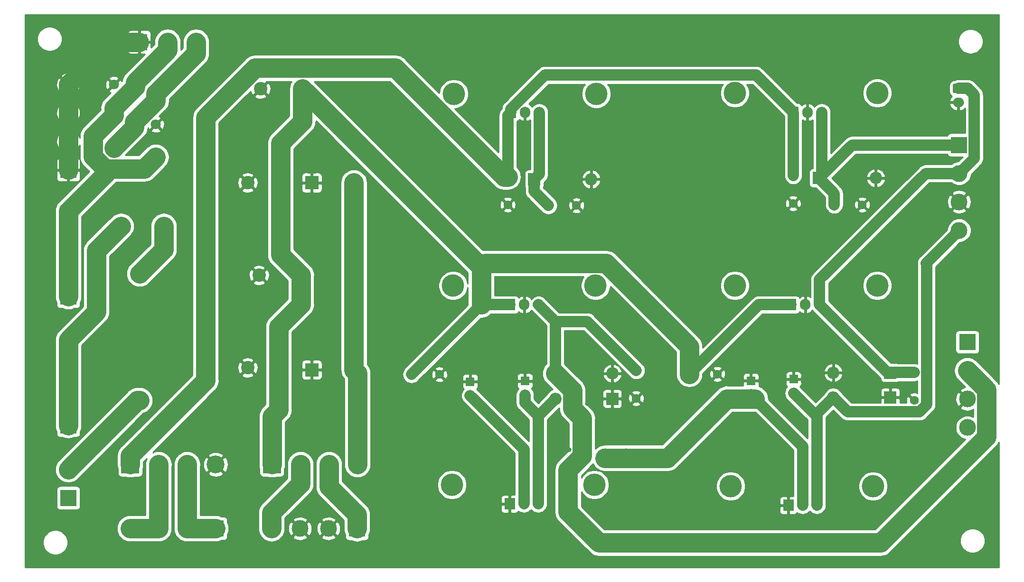
<source format=gbr>
%TF.GenerationSoftware,KiCad,Pcbnew,(5.1.10)-1*%
%TF.CreationDate,2022-01-02T13:32:58-05:00*%
%TF.ProjectId,Single Power Supply,53696e67-6c65-4205-906f-776572205375,rev?*%
%TF.SameCoordinates,Original*%
%TF.FileFunction,Copper,L1,Top*%
%TF.FilePolarity,Positive*%
%FSLAX46Y46*%
G04 Gerber Fmt 4.6, Leading zero omitted, Abs format (unit mm)*
G04 Created by KiCad (PCBNEW (5.1.10)-1) date 2022-01-02 13:32:58*
%MOMM*%
%LPD*%
G01*
G04 APERTURE LIST*
%TA.AperFunction,ComponentPad*%
%ADD10C,4.000000*%
%TD*%
%TA.AperFunction,ComponentPad*%
%ADD11C,3.000000*%
%TD*%
%TA.AperFunction,ComponentPad*%
%ADD12R,3.000000X3.000000*%
%TD*%
%TA.AperFunction,ComponentPad*%
%ADD13C,2.400000*%
%TD*%
%TA.AperFunction,ComponentPad*%
%ADD14R,2.400000X2.400000*%
%TD*%
%TA.AperFunction,ComponentPad*%
%ADD15C,1.600000*%
%TD*%
%TA.AperFunction,ComponentPad*%
%ADD16R,1.600000X1.600000*%
%TD*%
%TA.AperFunction,ComponentPad*%
%ADD17R,3.200000X3.200000*%
%TD*%
%TA.AperFunction,ComponentPad*%
%ADD18C,3.200000*%
%TD*%
%TA.AperFunction,ComponentPad*%
%ADD19R,2.200000X2.200000*%
%TD*%
%TA.AperFunction,ComponentPad*%
%ADD20O,2.200000X2.200000*%
%TD*%
%TA.AperFunction,ComponentPad*%
%ADD21O,2.000000X1.700000*%
%TD*%
%TA.AperFunction,ComponentPad*%
%ADD22C,1.800000*%
%TD*%
%TA.AperFunction,ComponentPad*%
%ADD23O,1.600000X1.600000*%
%TD*%
%TA.AperFunction,ComponentPad*%
%ADD24O,1.905000X2.000000*%
%TD*%
%TA.AperFunction,ComponentPad*%
%ADD25R,1.905000X2.000000*%
%TD*%
%TA.AperFunction,ViaPad*%
%ADD26C,0.800000*%
%TD*%
%TA.AperFunction,ViaPad*%
%ADD27C,3.500000*%
%TD*%
%TA.AperFunction,Conductor*%
%ADD28C,3.500000*%
%TD*%
%TA.AperFunction,Conductor*%
%ADD29C,2.000000*%
%TD*%
%TA.AperFunction,Conductor*%
%ADD30C,0.254000*%
%TD*%
%TA.AperFunction,Conductor*%
%ADD31C,0.100000*%
%TD*%
G04 APERTURE END LIST*
D10*
%TO.P,REF\u002A\u002A,1*%
%TO.N,N/C*%
X122189240Y-104579420D03*
X96789240Y-104579420D03*
%TD*%
D11*
%TO.P,J7,2*%
%TO.N,GND*%
X74777600Y-112395000D03*
%TO.P,J7,3*%
X69697600Y-112395000D03*
D12*
%TO.P,J7,1*%
%TO.N,Net-(D2-Pad3)*%
X79857600Y-112395000D03*
D11*
%TO.P,J7,4*%
%TO.N,Net-(D2-Pad2)*%
X64617600Y-112395000D03*
%TD*%
D10*
%TO.P,REF\u002A\u002A,1*%
%TO.N,N/C*%
X146497040Y-104833420D03*
X171897040Y-104833420D03*
%TD*%
%TO.P,REF\u002A\u002A,1*%
%TO.N,N/C*%
X172633640Y-69019420D03*
X147233640Y-69019420D03*
%TD*%
%TO.P,REF\u002A\u002A,1*%
%TO.N,N/C*%
X96992440Y-69019420D03*
X122392440Y-69019420D03*
%TD*%
%TO.P,REF\u002A\u002A,1*%
%TO.N,N/C*%
X172633640Y-34665920D03*
X147233640Y-34665920D03*
%TD*%
%TO.P,REF\u002A\u002A,1*%
%TO.N,N/C*%
X97119440Y-34792920D03*
X122519440Y-34792920D03*
%TD*%
D13*
%TO.P,C1,2*%
%TO.N,GND*%
X60372640Y-50667920D03*
D14*
%TO.P,C1,1*%
%TO.N,Net-(C1-Pad1)*%
X52872640Y-50667920D03*
%TD*%
D13*
%TO.P,C2,2*%
%TO.N,GND*%
X62390640Y-67177920D03*
D14*
%TO.P,C2,1*%
%TO.N,Net-(C10-Pad1)*%
X69890640Y-67177920D03*
%TD*%
D13*
%TO.P,C3,2*%
%TO.N,Net-(C11-Pad2)*%
X79295640Y-84068920D03*
D14*
%TO.P,C3,1*%
%TO.N,GND*%
X71795640Y-84068920D03*
%TD*%
%TO.P,C4,1*%
%TO.N,Net-(C1-Pad1)*%
X52872640Y-83687920D03*
D13*
%TO.P,C4,2*%
%TO.N,GND*%
X60372640Y-83687920D03*
%TD*%
D14*
%TO.P,C5,1*%
%TO.N,Net-(C10-Pad1)*%
X70144640Y-33903920D03*
D13*
%TO.P,C5,2*%
%TO.N,GND*%
X62644640Y-33903920D03*
%TD*%
D14*
%TO.P,C6,1*%
%TO.N,GND*%
X71795640Y-50667920D03*
D13*
%TO.P,C6,2*%
%TO.N,Net-(C11-Pad2)*%
X79295640Y-50667920D03*
%TD*%
D15*
%TO.P,C7,2*%
%TO.N,GND*%
X157647640Y-54350920D03*
%TO.P,C7,1*%
%TO.N,Net-(C1-Pad1)*%
X157647640Y-49350920D03*
%TD*%
%TO.P,C8,2*%
%TO.N,GND*%
X106746040Y-54601120D03*
%TO.P,C8,1*%
%TO.N,Net-(C1-Pad1)*%
X106746040Y-49601120D03*
%TD*%
%TO.P,C9,1*%
%TO.N,Net-(C10-Pad1)*%
X89559120Y-84891880D03*
%TO.P,C9,2*%
%TO.N,GND*%
X94559120Y-84891880D03*
%TD*%
%TO.P,C10,1*%
%TO.N,Net-(C10-Pad1)*%
X139124680Y-84833460D03*
%TO.P,C10,2*%
%TO.N,GND*%
X144124680Y-84833460D03*
%TD*%
D16*
%TO.P,C11,1*%
%TO.N,GND*%
X150124160Y-86019640D03*
D15*
%TO.P,C11,2*%
%TO.N,Net-(C11-Pad2)*%
X150124160Y-88519640D03*
%TD*%
%TO.P,C12,2*%
%TO.N,Net-(C11-Pad2)*%
X100045520Y-88672040D03*
D16*
%TO.P,C12,1*%
%TO.N,GND*%
X100045520Y-86172040D03*
%TD*%
D15*
%TO.P,C13,2*%
%TO.N,GND*%
X129644140Y-89161620D03*
%TO.P,C13,1*%
%TO.N,Net-(C13-Pad1)*%
X129644140Y-84161620D03*
%TD*%
%TO.P,C14,2*%
%TO.N,GND*%
X179212240Y-89542620D03*
%TO.P,C14,1*%
%TO.N,Net-(C14-Pad1)*%
X179212240Y-84542620D03*
%TD*%
%TO.P,C15,1*%
%TO.N,Net-(C15-Pad1)*%
X113988840Y-54731920D03*
%TO.P,C15,2*%
%TO.N,GND*%
X118988840Y-54731920D03*
%TD*%
%TO.P,C16,1*%
%TO.N,Net-(C16-Pad1)*%
X164966640Y-54604920D03*
%TO.P,C16,2*%
%TO.N,GND*%
X169966640Y-54604920D03*
%TD*%
D16*
%TO.P,C17,1*%
%TO.N,GND*%
X109809280Y-86065360D03*
D15*
%TO.P,C17,2*%
%TO.N,Net-(C17-Pad2)*%
X109809280Y-88565360D03*
%TD*%
%TO.P,C18,2*%
%TO.N,Net-(C18-Pad2)*%
X157708600Y-88235160D03*
D16*
%TO.P,C18,1*%
%TO.N,GND*%
X157708600Y-85735160D03*
%TD*%
D17*
%TO.P,D1,1*%
%TO.N,Net-(C1-Pad1)*%
X39410640Y-100959920D03*
D18*
%TO.P,D1,2*%
%TO.N,Net-(D1-Pad2)*%
X44490640Y-100959920D03*
%TO.P,D1,3*%
%TO.N,Net-(D1-Pad3)*%
X49570640Y-100959920D03*
%TO.P,D1,4*%
%TO.N,GND*%
X54650640Y-100959920D03*
%TD*%
%TO.P,D2,4*%
%TO.N,Net-(C11-Pad2)*%
X79923640Y-100959920D03*
%TO.P,D2,3*%
%TO.N,Net-(D2-Pad3)*%
X74843640Y-100959920D03*
%TO.P,D2,2*%
%TO.N,Net-(D2-Pad2)*%
X69763640Y-100959920D03*
D17*
%TO.P,D2,1*%
%TO.N,Net-(C10-Pad1)*%
X64683640Y-100959920D03*
%TD*%
D19*
%TO.P,D3,1*%
%TO.N,Net-(C15-Pad1)*%
X111445040Y-50058320D03*
D20*
%TO.P,D3,2*%
%TO.N,GND*%
X121605040Y-50058320D03*
%TD*%
%TO.P,D4,2*%
%TO.N,GND*%
X172379640Y-49842420D03*
D19*
%TO.P,D4,1*%
%TO.N,Net-(C16-Pad1)*%
X162219640Y-49842420D03*
%TD*%
D20*
%TO.P,D5,2*%
%TO.N,GND*%
X125389640Y-84716620D03*
D19*
%TO.P,D5,1*%
%TO.N,Net-(C13-Pad1)*%
X115229640Y-84716620D03*
%TD*%
%TO.P,D6,1*%
%TO.N,Net-(C14-Pad1)*%
X174957740Y-84589620D03*
D20*
%TO.P,D6,2*%
%TO.N,GND*%
X164797740Y-84589620D03*
%TD*%
%TO.P,D7,2*%
%TO.N,Net-(C17-Pad2)*%
X115229640Y-89225120D03*
D19*
%TO.P,D7,1*%
%TO.N,GND*%
X125389640Y-89225120D03*
%TD*%
%TO.P,D8,1*%
%TO.N,GND*%
X174970440Y-88971120D03*
D20*
%TO.P,D8,2*%
%TO.N,Net-(C18-Pad2)*%
X164810440Y-88971120D03*
%TD*%
D11*
%TO.P,F1,1*%
%TO.N,Net-(F1-Pad1)*%
X41061640Y-66923920D03*
%TO.P,F1,2*%
%TO.N,Net-(F1-Pad2)*%
X41061640Y-89523920D03*
%TD*%
D12*
%TO.P,J1,1*%
%TO.N,GND*%
X41005760Y-25554940D03*
D11*
%TO.P,J1,2*%
%TO.N,Net-(J1-Pad2)*%
X46085760Y-25554940D03*
%TO.P,J1,3*%
%TO.N,Net-(J1-Pad3)*%
X51165760Y-25554940D03*
%TD*%
%TO.P,J2,2*%
%TO.N,Net-(J2-Pad1)*%
X28361640Y-88894920D03*
%TO.P,J2,3*%
X28361640Y-83814920D03*
D12*
%TO.P,J2,1*%
X28361640Y-93974920D03*
D11*
%TO.P,J2,4*%
X28361640Y-78734920D03*
%TD*%
D12*
%TO.P,J3,1*%
%TO.N,Net-(J1-Pad3)*%
X28361640Y-106928920D03*
D11*
%TO.P,J3,2*%
%TO.N,Net-(F1-Pad2)*%
X28361640Y-101848920D03*
%TD*%
%TO.P,J4,4*%
%TO.N,Net-(J1-Pad2)*%
X28361640Y-55747920D03*
D12*
%TO.P,J4,1*%
X28361640Y-70987920D03*
D11*
%TO.P,J4,3*%
X28361640Y-60827920D03*
%TO.P,J4,2*%
X28361640Y-65907920D03*
%TD*%
%TO.P,J5,2*%
%TO.N,GND*%
X28361640Y-43301920D03*
%TO.P,J5,3*%
X28361640Y-38221920D03*
D12*
%TO.P,J5,1*%
X28361640Y-48381920D03*
D11*
%TO.P,J5,4*%
X28361640Y-33141920D03*
%TD*%
%TO.P,J6,4*%
%TO.N,Net-(D1-Pad2)*%
X39380160Y-112389920D03*
D12*
%TO.P,J6,1*%
%TO.N,Net-(D1-Pad3)*%
X54620160Y-112389920D03*
D11*
%TO.P,J6,3*%
%TO.N,Net-(D1-Pad2)*%
X44460160Y-112389920D03*
%TO.P,J6,2*%
%TO.N,Net-(D1-Pad3)*%
X49540160Y-112389920D03*
%TD*%
%TO.P,J8,1*%
%TO.N,Net-(C14-Pad1)*%
%TA.AperFunction,ComponentPad*%
G36*
G01*
X186361640Y-32990420D02*
X187861640Y-32990420D01*
G75*
G02*
X188111640Y-33240420I0J-250000D01*
G01*
X188111640Y-34440420D01*
G75*
G02*
X187861640Y-34690420I-250000J0D01*
G01*
X186361640Y-34690420D01*
G75*
G02*
X186111640Y-34440420I0J250000D01*
G01*
X186111640Y-33240420D01*
G75*
G02*
X186361640Y-32990420I250000J0D01*
G01*
G37*
%TD.AperFunction*%
D21*
%TO.P,J8,2*%
%TO.N,GND*%
X187111640Y-36340420D03*
%TD*%
D11*
%TO.P,J9,2*%
%TO.N,Net-(C13-Pad1)*%
X188711840Y-84195920D03*
%TO.P,J9,3*%
%TO.N,GND*%
X188711840Y-89275920D03*
D12*
%TO.P,J9,1*%
%TO.N,Net-(C15-Pad1)*%
X188711840Y-79115920D03*
D11*
%TO.P,J9,4*%
%TO.N,Net-(C17-Pad2)*%
X188711840Y-94355920D03*
%TD*%
%TO.P,J10,4*%
%TO.N,Net-(C18-Pad2)*%
X187238640Y-59176920D03*
D12*
%TO.P,J10,1*%
%TO.N,Net-(C16-Pad1)*%
X187238640Y-43936920D03*
D11*
%TO.P,J10,3*%
%TO.N,GND*%
X187238640Y-54096920D03*
%TO.P,J10,2*%
%TO.N,Net-(C14-Pad1)*%
X187238640Y-49016920D03*
%TD*%
D22*
%TO.P,RV1,2*%
%TO.N,Net-(J1-Pad3)*%
X36482640Y-44462590D03*
%TO.P,RV1,1*%
%TO.N,Net-(J1-Pad2)*%
X43982640Y-46095920D03*
%TD*%
%TO.P,RV2,1*%
%TO.N,GND*%
X43982640Y-40253920D03*
%TO.P,RV2,2*%
%TO.N,Net-(J1-Pad2)*%
X36482640Y-38620590D03*
%TD*%
%TO.P,RV3,1*%
%TO.N,GND*%
X36489640Y-33141920D03*
%TO.P,RV3,2*%
%TO.N,Net-(J1-Pad3)*%
X43989640Y-34775250D03*
%TD*%
D15*
%TO.P,TH1,1*%
%TO.N,Net-(J2-Pad1)*%
X37759640Y-58414920D03*
D23*
%TO.P,TH1,2*%
%TO.N,Net-(F1-Pad1)*%
X45379640Y-58414920D03*
%TD*%
D24*
%TO.P,U1,3*%
%TO.N,Net-(C15-Pad1)*%
X112359440Y-38094920D03*
%TO.P,U1,2*%
%TO.N,GND*%
X109819440Y-38094920D03*
D25*
%TO.P,U1,1*%
%TO.N,Net-(C1-Pad1)*%
X107279440Y-38094920D03*
%TD*%
D24*
%TO.P,U2,3*%
%TO.N,Net-(C16-Pad1)*%
X162727640Y-38094920D03*
%TO.P,U2,2*%
%TO.N,GND*%
X160187640Y-38094920D03*
D25*
%TO.P,U2,1*%
%TO.N,Net-(C1-Pad1)*%
X157647640Y-38094920D03*
%TD*%
%TO.P,U3,1*%
%TO.N,Net-(C10-Pad1)*%
X107152440Y-72448420D03*
D24*
%TO.P,U3,2*%
%TO.N,GND*%
X109692440Y-72448420D03*
%TO.P,U3,3*%
%TO.N,Net-(C13-Pad1)*%
X112232440Y-72448420D03*
%TD*%
D25*
%TO.P,U4,1*%
%TO.N,Net-(C10-Pad1)*%
X157266640Y-72448420D03*
D24*
%TO.P,U4,2*%
%TO.N,GND*%
X159806640Y-72448420D03*
%TO.P,U4,3*%
%TO.N,Net-(C14-Pad1)*%
X162346640Y-72448420D03*
%TD*%
%TO.P,U5,3*%
%TO.N,Net-(C17-Pad2)*%
X112156240Y-108008420D03*
%TO.P,U5,2*%
%TO.N,Net-(C11-Pad2)*%
X109616240Y-108008420D03*
D25*
%TO.P,U5,1*%
%TO.N,GND*%
X107076240Y-108008420D03*
%TD*%
%TO.P,U6,1*%
%TO.N,GND*%
X156784040Y-108262420D03*
D24*
%TO.P,U6,2*%
%TO.N,Net-(C11-Pad2)*%
X159324040Y-108262420D03*
%TO.P,U6,3*%
%TO.N,Net-(C18-Pad2)*%
X161864040Y-108262420D03*
%TD*%
D26*
%TO.N,GND*%
X88559640Y-39893240D03*
X93680280Y-44226480D03*
X82468720Y-35986720D03*
X127279400Y-51577240D03*
X140467080Y-51379120D03*
X149458680Y-51241960D03*
X141935200Y-60436760D03*
X134076440Y-58902600D03*
X133339840Y-42453560D03*
X148356320Y-96895920D03*
X141081760Y-99532440D03*
X146197320Y-100015040D03*
X142316200Y-87370920D03*
X140406120Y-89240360D03*
X153156920Y-79141320D03*
X160020000Y-79065120D03*
X156550360Y-81793080D03*
X169336720Y-85928200D03*
X148437600Y-82494120D03*
X120411240Y-84114640D03*
X120888760Y-90109040D03*
X105145840Y-76001880D03*
X105227120Y-84714080D03*
X115356640Y-96093280D03*
X117662960Y-98298000D03*
X115453160Y-100025200D03*
X179537360Y-99542600D03*
X171658280Y-99659440D03*
X186095640Y-76301600D03*
X190215520Y-66131440D03*
D27*
%TO.N,Net-(C11-Pad2)*%
X124119640Y-99806760D03*
X127822960Y-99806760D03*
%TD*%
D28*
%TO.N,GND*%
X35948620Y-25554940D02*
X28361640Y-33141920D01*
X41005760Y-25554940D02*
X35948620Y-25554940D01*
X28361640Y-33141920D02*
X28361640Y-48381920D01*
%TO.N,Net-(C1-Pad1)*%
X39410640Y-100959920D02*
X39410640Y-99461320D01*
X52872640Y-85999320D02*
X52872640Y-83687920D01*
X39410640Y-99461320D02*
X52872640Y-85999320D01*
X52872640Y-83687920D02*
X52872640Y-50667920D01*
X106081638Y-49601120D02*
X106746040Y-49601120D01*
X86684428Y-30203910D02*
X106081638Y-49601120D01*
X61682648Y-30203910D02*
X86684428Y-30203910D01*
X52872640Y-39013918D02*
X61682648Y-30203910D01*
X52872640Y-50667920D02*
X52872640Y-39013918D01*
D29*
X106746040Y-38628320D02*
X107279440Y-38094920D01*
X106746040Y-49601120D02*
X106746040Y-38628320D01*
X151018639Y-31465919D02*
X157647640Y-38094920D01*
X113356833Y-31465919D02*
X151018639Y-31465919D01*
X107279440Y-37543312D02*
X113356833Y-31465919D01*
X107279440Y-38094920D02*
X107279440Y-37543312D01*
X157647640Y-49350920D02*
X157647640Y-38094920D01*
D28*
%TO.N,Net-(C10-Pad1)*%
X70144640Y-33903920D02*
X70144640Y-39720520D01*
X70144640Y-39720520D02*
X66207640Y-43657520D01*
X66207640Y-63494920D02*
X69890640Y-67177920D01*
X66207640Y-43657520D02*
X66207640Y-63494920D01*
X69890640Y-67177920D02*
X69890640Y-72384920D01*
X69890640Y-72384920D02*
X65902840Y-76372720D01*
X65902840Y-76372720D02*
X65902840Y-91206320D01*
X64683640Y-92425520D02*
X64683640Y-100959920D01*
X65902840Y-91206320D02*
X64683640Y-92425520D01*
D29*
X151509720Y-72448420D02*
X139124680Y-84833460D01*
X157266640Y-72448420D02*
X151509720Y-72448420D01*
X102002580Y-72448420D02*
X89559120Y-84891880D01*
X107152440Y-72448420D02*
X102002580Y-72448420D01*
D28*
X102002580Y-65761860D02*
X102002580Y-72448420D01*
X70144640Y-33903920D02*
X102002580Y-65761860D01*
X124288441Y-65069419D02*
X102695021Y-65069419D01*
X102695021Y-65069419D02*
X102002580Y-65761860D01*
X139124680Y-79905658D02*
X124288441Y-65069419D01*
X139124680Y-84833460D02*
X139124680Y-79905658D01*
%TO.N,Net-(C11-Pad2)*%
X79923640Y-84696920D02*
X79295640Y-84068920D01*
X79923640Y-100959920D02*
X79923640Y-84696920D01*
X79295640Y-84068920D02*
X79295640Y-50667920D01*
D29*
X109616240Y-98242760D02*
X109616240Y-108008420D01*
X100045520Y-88672040D02*
X109616240Y-98242760D01*
X159324040Y-97719520D02*
X159324040Y-108262420D01*
X150124160Y-88519640D02*
X150837580Y-89233060D01*
X150837580Y-89233060D02*
X159324040Y-97719520D01*
D28*
X145838860Y-89233060D02*
X150837580Y-89233060D01*
X135265160Y-99806760D02*
X145838860Y-89233060D01*
X124089160Y-99806760D02*
X124119640Y-99806760D01*
X124119640Y-99806760D02*
X127822960Y-99806760D01*
X127822960Y-99806760D02*
X135265160Y-99806760D01*
D29*
%TO.N,Net-(C13-Pad1)*%
X115229640Y-75445620D02*
X112232440Y-72448420D01*
X115229640Y-84716620D02*
X115229640Y-75445620D01*
X120928140Y-75445620D02*
X115229640Y-75445620D01*
X129644140Y-84161620D02*
X120928140Y-75445620D01*
D28*
X118279641Y-87766621D02*
X115229640Y-84716620D01*
X118279641Y-90977923D02*
X118279641Y-87766621D01*
X120012961Y-92711243D02*
X118279641Y-90977923D01*
X117475000Y-101963962D02*
X120012961Y-99426001D01*
X122996960Y-114950240D02*
X117475000Y-109428280D01*
X117475000Y-109428280D02*
X117475000Y-101963962D01*
X173223522Y-114950240D02*
X122996960Y-114950240D01*
X192161841Y-96011921D02*
X173223522Y-114950240D01*
X120012961Y-99426001D02*
X120012961Y-92711243D01*
X192161841Y-87645921D02*
X192161841Y-96011921D01*
X188711840Y-84195920D02*
X192161841Y-87645921D01*
D29*
%TO.N,Net-(C14-Pad1)*%
X162346640Y-72448420D02*
X162346640Y-67965320D01*
X181295040Y-49016920D02*
X187238640Y-49016920D01*
X162346640Y-67965320D02*
X181295040Y-49016920D01*
X174487840Y-84589620D02*
X162346640Y-72448420D01*
X174957740Y-84589620D02*
X174487840Y-84589620D01*
X175004740Y-84542620D02*
X174957740Y-84589620D01*
X179212240Y-84542620D02*
X175004740Y-84542620D01*
X189938641Y-46316919D02*
X187238640Y-49016920D01*
X189938641Y-34978321D02*
X189938641Y-46316919D01*
X188800740Y-33840420D02*
X189938641Y-34978321D01*
X187111640Y-33840420D02*
X188800740Y-33840420D01*
%TO.N,Net-(C15-Pad1)*%
X112359440Y-49143920D02*
X112359440Y-38094920D01*
X111445040Y-50058320D02*
X112359440Y-49143920D01*
X111445040Y-52188120D02*
X113988840Y-54731920D01*
X111445040Y-50058320D02*
X111445040Y-52188120D01*
%TO.N,Net-(C16-Pad1)*%
X162727640Y-49334420D02*
X162727640Y-38094920D01*
X162219640Y-49842420D02*
X162727640Y-49334420D01*
X164966640Y-52589420D02*
X162219640Y-49842420D01*
X164966640Y-54604920D02*
X164966640Y-52589420D01*
X168125140Y-43936920D02*
X162219640Y-49842420D01*
X187238640Y-43936920D02*
X168125140Y-43936920D01*
%TO.N,Net-(C17-Pad2)*%
X112156240Y-92298520D02*
X115229640Y-89225120D01*
X112156240Y-108008420D02*
X112156240Y-92298520D01*
X109809280Y-89951560D02*
X112156240Y-92298520D01*
X109809280Y-88565360D02*
X109809280Y-89951560D01*
%TO.N,Net-(C18-Pad2)*%
X161864040Y-91917520D02*
X164810440Y-88971120D01*
X161864040Y-108262420D02*
X161864040Y-91917520D01*
X161390960Y-91917520D02*
X161864040Y-91917520D01*
X157708600Y-88235160D02*
X161390960Y-91917520D01*
X187238640Y-59176920D02*
X181381400Y-65034160D01*
X167381941Y-91542621D02*
X164810440Y-88971120D01*
X180172241Y-91542621D02*
X167381941Y-91542621D01*
X181412250Y-90302612D02*
X180172241Y-91542621D01*
X181412250Y-65065010D02*
X181412250Y-90302612D01*
X181381400Y-65034160D02*
X181412250Y-65065010D01*
D28*
%TO.N,Net-(D1-Pad2)*%
X44460160Y-112389920D02*
X39380160Y-112389920D01*
X44460160Y-100990400D02*
X44490640Y-100959920D01*
X44460160Y-112389920D02*
X44460160Y-100990400D01*
%TO.N,Net-(D1-Pad3)*%
X54620160Y-112389920D02*
X49540160Y-112389920D01*
X49540160Y-100990400D02*
X49570640Y-100959920D01*
X49540160Y-112389920D02*
X49540160Y-100990400D01*
%TO.N,Net-(D2-Pad3)*%
X79857600Y-112395000D02*
X79857600Y-109910880D01*
X74843640Y-104896920D02*
X74843640Y-100959920D01*
X79857600Y-109910880D02*
X74843640Y-104896920D01*
%TO.N,Net-(D2-Pad2)*%
X64617600Y-112395000D02*
X64617600Y-109560360D01*
X69763640Y-104414320D02*
X69763640Y-100959920D01*
X64617600Y-109560360D02*
X69763640Y-104414320D01*
%TO.N,Net-(F1-Pad1)*%
X45379640Y-62605920D02*
X41061640Y-66923920D01*
X45379640Y-58414920D02*
X45379640Y-62605920D01*
%TO.N,Net-(F1-Pad2)*%
X40686640Y-89523920D02*
X28361640Y-101848920D01*
X41061640Y-89523920D02*
X40686640Y-89523920D01*
%TO.N,Net-(J1-Pad2)*%
X46085760Y-26984942D02*
X46085760Y-25554940D01*
X40289631Y-32781071D02*
X46085760Y-26984942D01*
X40289631Y-33540807D02*
X40289631Y-32781071D01*
X36482640Y-37347798D02*
X40289631Y-33540807D01*
X36482640Y-38620590D02*
X36482640Y-37347798D01*
X32782631Y-42320599D02*
X36482640Y-38620590D01*
X32782631Y-45995185D02*
X32782631Y-42320599D01*
X41915961Y-48162599D02*
X34950045Y-48162599D01*
X34950045Y-48162599D02*
X32782631Y-45995185D01*
X43982640Y-46095920D02*
X41915961Y-48162599D01*
X28361640Y-70987920D02*
X28361640Y-55747920D01*
X34950045Y-49159515D02*
X34950045Y-48162599D01*
X28361640Y-55747920D02*
X34950045Y-49159515D01*
%TO.N,Net-(J1-Pad3)*%
X51165760Y-27599130D02*
X43989640Y-34775250D01*
X51165760Y-25554940D02*
X51165760Y-27599130D01*
X43989640Y-36048042D02*
X43989640Y-34775250D01*
X40182650Y-39855032D02*
X43989640Y-36048042D01*
X40182650Y-40762580D02*
X40182650Y-39855032D01*
X36482640Y-44462590D02*
X40182650Y-40762580D01*
%TO.N,Net-(J2-Pad1)*%
X28361640Y-93974920D02*
X28361640Y-78734920D01*
X28361640Y-78734920D02*
X33390840Y-73705720D01*
X33390840Y-62783720D02*
X37759640Y-58414920D01*
X33390840Y-73705720D02*
X33390840Y-62783720D01*
%TD*%
D30*
%TO.N,GND*%
X194340001Y-86661541D02*
X194154490Y-86314475D01*
X194125477Y-86279122D01*
X193931133Y-86042313D01*
X193931130Y-86042310D01*
X193856450Y-85951312D01*
X193765452Y-85876632D01*
X190315447Y-82426628D01*
X190043285Y-82203271D01*
X189628955Y-81981807D01*
X189179381Y-81845430D01*
X188711840Y-81799381D01*
X188244299Y-81845430D01*
X187794725Y-81981807D01*
X187380395Y-82203271D01*
X187017232Y-82501312D01*
X186719191Y-82864475D01*
X186497727Y-83278805D01*
X186361350Y-83728379D01*
X186315301Y-84195920D01*
X186361350Y-84663461D01*
X186497727Y-85113035D01*
X186719191Y-85527365D01*
X186942548Y-85799527D01*
X188315945Y-87172924D01*
X188251389Y-87180586D01*
X187851457Y-87310677D01*
X187555802Y-87468706D01*
X187399792Y-87784267D01*
X188711840Y-89096315D01*
X188725983Y-89082173D01*
X188905588Y-89261778D01*
X188891445Y-89275920D01*
X188905588Y-89290063D01*
X188725983Y-89469668D01*
X188711840Y-89455525D01*
X187399792Y-90767573D01*
X187555802Y-91083134D01*
X187930585Y-91273940D01*
X188335391Y-91387964D01*
X188754664Y-91420822D01*
X189172291Y-91371254D01*
X189572223Y-91241163D01*
X189776841Y-91131793D01*
X189776842Y-92499789D01*
X189723142Y-92463908D01*
X189334596Y-92302967D01*
X188922119Y-92220920D01*
X188501561Y-92220920D01*
X188089084Y-92302967D01*
X187700538Y-92463908D01*
X187350857Y-92697557D01*
X187053477Y-92994937D01*
X186819828Y-93344618D01*
X186658887Y-93733164D01*
X186576840Y-94145641D01*
X186576840Y-94566199D01*
X186658887Y-94978676D01*
X186819828Y-95367222D01*
X187053477Y-95716903D01*
X187350857Y-96014283D01*
X187700538Y-96247932D01*
X188089084Y-96408873D01*
X188341735Y-96459128D01*
X172235623Y-112565240D01*
X123984859Y-112565240D01*
X120682039Y-109262420D01*
X155193468Y-109262420D01*
X155205728Y-109386902D01*
X155242038Y-109506600D01*
X155301003Y-109616914D01*
X155380355Y-109713605D01*
X155477046Y-109792957D01*
X155587360Y-109851922D01*
X155707058Y-109888232D01*
X155831540Y-109900492D01*
X156498290Y-109897420D01*
X156657040Y-109738670D01*
X156657040Y-108389420D01*
X155355290Y-108389420D01*
X155196540Y-108548170D01*
X155193468Y-109262420D01*
X120682039Y-109262420D01*
X119860000Y-108440381D01*
X119860000Y-105836342D01*
X120142502Y-106259135D01*
X120509525Y-106626158D01*
X120941099Y-106914527D01*
X121420639Y-107113159D01*
X121929715Y-107214420D01*
X122448765Y-107214420D01*
X122957841Y-107113159D01*
X123437381Y-106914527D01*
X123868955Y-106626158D01*
X124235978Y-106259135D01*
X124524347Y-105827561D01*
X124722979Y-105348021D01*
X124824240Y-104838945D01*
X124824240Y-104573895D01*
X143862040Y-104573895D01*
X143862040Y-105092945D01*
X143963301Y-105602021D01*
X144161933Y-106081561D01*
X144450302Y-106513135D01*
X144817325Y-106880158D01*
X145248899Y-107168527D01*
X145728439Y-107367159D01*
X146237515Y-107468420D01*
X146756565Y-107468420D01*
X147265641Y-107367159D01*
X147518503Y-107262420D01*
X155193468Y-107262420D01*
X155196540Y-107976670D01*
X155355290Y-108135420D01*
X156657040Y-108135420D01*
X156657040Y-106786170D01*
X156498290Y-106627420D01*
X155831540Y-106624348D01*
X155707058Y-106636608D01*
X155587360Y-106672918D01*
X155477046Y-106731883D01*
X155380355Y-106811235D01*
X155301003Y-106907926D01*
X155242038Y-107018240D01*
X155205728Y-107137938D01*
X155193468Y-107262420D01*
X147518503Y-107262420D01*
X147745181Y-107168527D01*
X148176755Y-106880158D01*
X148543778Y-106513135D01*
X148832147Y-106081561D01*
X149030779Y-105602021D01*
X149132040Y-105092945D01*
X149132040Y-104573895D01*
X149030779Y-104064819D01*
X148832147Y-103585279D01*
X148543778Y-103153705D01*
X148176755Y-102786682D01*
X147745181Y-102498313D01*
X147265641Y-102299681D01*
X146756565Y-102198420D01*
X146237515Y-102198420D01*
X145728439Y-102299681D01*
X145248899Y-102498313D01*
X144817325Y-102786682D01*
X144450302Y-103153705D01*
X144161933Y-103585279D01*
X143963301Y-104064819D01*
X143862040Y-104573895D01*
X124824240Y-104573895D01*
X124824240Y-104319895D01*
X124722979Y-103810819D01*
X124524347Y-103331279D01*
X124235978Y-102899705D01*
X123868955Y-102532682D01*
X123437381Y-102244313D01*
X122957841Y-102045681D01*
X122448765Y-101944420D01*
X121929715Y-101944420D01*
X121420639Y-102045681D01*
X120941099Y-102244313D01*
X120509525Y-102532682D01*
X120142502Y-102899705D01*
X119860000Y-103322498D01*
X119860000Y-102951861D01*
X121616572Y-101195290D01*
X121707570Y-101120610D01*
X121937410Y-100840549D01*
X122096511Y-101138206D01*
X122394551Y-101501369D01*
X122757714Y-101799409D01*
X123172044Y-102020873D01*
X123398573Y-102089590D01*
X123423961Y-102100106D01*
X123450913Y-102105467D01*
X123621618Y-102157250D01*
X123799149Y-102174735D01*
X123884738Y-102191760D01*
X135148003Y-102191760D01*
X135265160Y-102203299D01*
X135382317Y-102191760D01*
X135732702Y-102157250D01*
X136182276Y-102020873D01*
X136596606Y-101799409D01*
X136959769Y-101501369D01*
X137034454Y-101410365D01*
X146826760Y-91618060D01*
X150910342Y-91618060D01*
X157689040Y-98396759D01*
X157689041Y-106624567D01*
X157069790Y-106627420D01*
X156911040Y-106786170D01*
X156911040Y-108135420D01*
X156931040Y-108135420D01*
X156931040Y-108389420D01*
X156911040Y-108389420D01*
X156911040Y-109738670D01*
X157069790Y-109897420D01*
X157736540Y-109900492D01*
X157861022Y-109888232D01*
X157980720Y-109851922D01*
X158091034Y-109792957D01*
X158187725Y-109713605D01*
X158267077Y-109616914D01*
X158306763Y-109542669D01*
X158411289Y-109628451D01*
X158695326Y-109780272D01*
X159003525Y-109873763D01*
X159324040Y-109905331D01*
X159644556Y-109873763D01*
X159952755Y-109780272D01*
X160236792Y-109628451D01*
X160485754Y-109424134D01*
X160594040Y-109292186D01*
X160702326Y-109424134D01*
X160951288Y-109628451D01*
X161235325Y-109780272D01*
X161543524Y-109873763D01*
X161864040Y-109905331D01*
X162184555Y-109873763D01*
X162492754Y-109780272D01*
X162776791Y-109628451D01*
X163025754Y-109424134D01*
X163230071Y-109175172D01*
X163381892Y-108891135D01*
X163475383Y-108582936D01*
X163499040Y-108342742D01*
X163499040Y-104573895D01*
X169262040Y-104573895D01*
X169262040Y-105092945D01*
X169363301Y-105602021D01*
X169561933Y-106081561D01*
X169850302Y-106513135D01*
X170217325Y-106880158D01*
X170648899Y-107168527D01*
X171128439Y-107367159D01*
X171637515Y-107468420D01*
X172156565Y-107468420D01*
X172665641Y-107367159D01*
X173145181Y-107168527D01*
X173576755Y-106880158D01*
X173943778Y-106513135D01*
X174232147Y-106081561D01*
X174430779Y-105602021D01*
X174532040Y-105092945D01*
X174532040Y-104573895D01*
X174430779Y-104064819D01*
X174232147Y-103585279D01*
X173943778Y-103153705D01*
X173576755Y-102786682D01*
X173145181Y-102498313D01*
X172665641Y-102299681D01*
X172156565Y-102198420D01*
X171637515Y-102198420D01*
X171128439Y-102299681D01*
X170648899Y-102498313D01*
X170217325Y-102786682D01*
X169850302Y-103153705D01*
X169561933Y-103585279D01*
X169363301Y-104064819D01*
X169262040Y-104573895D01*
X163499040Y-104573895D01*
X163499040Y-92594758D01*
X164810440Y-91283359D01*
X166169025Y-92641945D01*
X166220227Y-92704335D01*
X166469189Y-92908652D01*
X166630617Y-92994937D01*
X166753226Y-93060473D01*
X167061424Y-93153964D01*
X167381941Y-93185532D01*
X167462263Y-93177621D01*
X180091922Y-93177621D01*
X180172241Y-93185532D01*
X180252560Y-93177621D01*
X180252563Y-93177621D01*
X180492757Y-93153964D01*
X180800956Y-93060473D01*
X181084993Y-92908652D01*
X181333955Y-92704335D01*
X181385165Y-92641935D01*
X182511573Y-91515528D01*
X182573964Y-91464326D01*
X182778281Y-91215364D01*
X182930102Y-90931327D01*
X182953056Y-90855657D01*
X183023593Y-90623129D01*
X183055162Y-90302612D01*
X183047250Y-90222282D01*
X183047250Y-89318744D01*
X186566938Y-89318744D01*
X186616506Y-89736371D01*
X186746597Y-90136303D01*
X186904626Y-90431958D01*
X187220187Y-90587968D01*
X188532235Y-89275920D01*
X187220187Y-87963872D01*
X186904626Y-88119882D01*
X186713820Y-88494665D01*
X186599796Y-88899471D01*
X186566938Y-89318744D01*
X183047250Y-89318744D01*
X183047250Y-77615920D01*
X186573768Y-77615920D01*
X186573768Y-80615920D01*
X186586028Y-80740402D01*
X186622338Y-80860100D01*
X186681303Y-80970414D01*
X186760655Y-81067105D01*
X186857346Y-81146457D01*
X186967660Y-81205422D01*
X187087358Y-81241732D01*
X187211840Y-81253992D01*
X190211840Y-81253992D01*
X190336322Y-81241732D01*
X190456020Y-81205422D01*
X190566334Y-81146457D01*
X190663025Y-81067105D01*
X190742377Y-80970414D01*
X190801342Y-80860100D01*
X190837652Y-80740402D01*
X190849912Y-80615920D01*
X190849912Y-77615920D01*
X190837652Y-77491438D01*
X190801342Y-77371740D01*
X190742377Y-77261426D01*
X190663025Y-77164735D01*
X190566334Y-77085383D01*
X190456020Y-77026418D01*
X190336322Y-76990108D01*
X190211840Y-76977848D01*
X187211840Y-76977848D01*
X187087358Y-76990108D01*
X186967660Y-77026418D01*
X186857346Y-77085383D01*
X186760655Y-77164735D01*
X186681303Y-77261426D01*
X186622338Y-77371740D01*
X186586028Y-77491438D01*
X186573768Y-77615920D01*
X183047250Y-77615920D01*
X183047250Y-65680548D01*
X187415879Y-61311920D01*
X187448919Y-61311920D01*
X187861396Y-61229873D01*
X188249942Y-61068932D01*
X188599623Y-60835283D01*
X188897003Y-60537903D01*
X189130652Y-60188222D01*
X189291593Y-59799676D01*
X189373640Y-59387199D01*
X189373640Y-58966641D01*
X189291593Y-58554164D01*
X189130652Y-58165618D01*
X188897003Y-57815937D01*
X188599623Y-57518557D01*
X188249942Y-57284908D01*
X187861396Y-57123967D01*
X187448919Y-57041920D01*
X187028361Y-57041920D01*
X186615884Y-57123967D01*
X186227338Y-57284908D01*
X185877657Y-57518557D01*
X185580277Y-57815937D01*
X185346628Y-58165618D01*
X185185687Y-58554164D01*
X185103640Y-58966641D01*
X185103640Y-58999681D01*
X180282078Y-63821244D01*
X180219687Y-63872447D01*
X180015370Y-64121408D01*
X179863548Y-64405446D01*
X179770058Y-64713644D01*
X179738489Y-65034160D01*
X179770058Y-65354676D01*
X179777250Y-65378385D01*
X179777251Y-83005444D01*
X179532756Y-82931277D01*
X179292562Y-82907620D01*
X176315955Y-82907620D01*
X176301920Y-82900118D01*
X176182222Y-82863808D01*
X176057740Y-82851548D01*
X175062008Y-82851548D01*
X163981640Y-71771182D01*
X163981640Y-68759895D01*
X169998640Y-68759895D01*
X169998640Y-69278945D01*
X170099901Y-69788021D01*
X170298533Y-70267561D01*
X170586902Y-70699135D01*
X170953925Y-71066158D01*
X171385499Y-71354527D01*
X171865039Y-71553159D01*
X172374115Y-71654420D01*
X172893165Y-71654420D01*
X173402241Y-71553159D01*
X173881781Y-71354527D01*
X174313355Y-71066158D01*
X174680378Y-70699135D01*
X174968747Y-70267561D01*
X175167379Y-69788021D01*
X175268640Y-69278945D01*
X175268640Y-68759895D01*
X175167379Y-68250819D01*
X174968747Y-67771279D01*
X174680378Y-67339705D01*
X174313355Y-66972682D01*
X173881781Y-66684313D01*
X173402241Y-66485681D01*
X172893165Y-66384420D01*
X172374115Y-66384420D01*
X171865039Y-66485681D01*
X171385499Y-66684313D01*
X170953925Y-66972682D01*
X170586902Y-67339705D01*
X170298533Y-67771279D01*
X170099901Y-68250819D01*
X169998640Y-68759895D01*
X163981640Y-68759895D01*
X163981640Y-68642558D01*
X177035625Y-55588573D01*
X185926592Y-55588573D01*
X186082602Y-55904134D01*
X186457385Y-56094940D01*
X186862191Y-56208964D01*
X187281464Y-56241822D01*
X187699091Y-56192254D01*
X188099023Y-56062163D01*
X188394678Y-55904134D01*
X188550688Y-55588573D01*
X187238640Y-54276525D01*
X185926592Y-55588573D01*
X177035625Y-55588573D01*
X178484454Y-54139744D01*
X185093738Y-54139744D01*
X185143306Y-54557371D01*
X185273397Y-54957303D01*
X185431426Y-55252958D01*
X185746987Y-55408968D01*
X187059035Y-54096920D01*
X187418245Y-54096920D01*
X188730293Y-55408968D01*
X189045854Y-55252958D01*
X189236660Y-54878175D01*
X189350684Y-54473369D01*
X189383542Y-54054096D01*
X189333974Y-53636469D01*
X189203883Y-53236537D01*
X189045854Y-52940882D01*
X188730293Y-52784872D01*
X187418245Y-54096920D01*
X187059035Y-54096920D01*
X185746987Y-52784872D01*
X185431426Y-52940882D01*
X185240620Y-53315665D01*
X185126596Y-53720471D01*
X185093738Y-54139744D01*
X178484454Y-54139744D01*
X180018931Y-52605267D01*
X185926592Y-52605267D01*
X187238640Y-53917315D01*
X188550688Y-52605267D01*
X188394678Y-52289706D01*
X188019895Y-52098900D01*
X187615089Y-51984876D01*
X187195816Y-51952018D01*
X186778189Y-52001586D01*
X186378257Y-52131677D01*
X186082602Y-52289706D01*
X185926592Y-52605267D01*
X180018931Y-52605267D01*
X181972279Y-50651920D01*
X185854294Y-50651920D01*
X185877657Y-50675283D01*
X186227338Y-50908932D01*
X186615884Y-51069873D01*
X187028361Y-51151920D01*
X187448919Y-51151920D01*
X187861396Y-51069873D01*
X188249942Y-50908932D01*
X188599623Y-50675283D01*
X188897003Y-50377903D01*
X189130652Y-50028222D01*
X189291593Y-49639676D01*
X189373640Y-49227199D01*
X189373640Y-49194158D01*
X191037960Y-47529839D01*
X191100355Y-47478633D01*
X191304672Y-47229671D01*
X191456493Y-46945634D01*
X191549984Y-46637435D01*
X191573641Y-46397241D01*
X191573641Y-46397239D01*
X191581552Y-46316920D01*
X191573641Y-46236600D01*
X191573641Y-35058640D01*
X191581552Y-34978320D01*
X191570798Y-34869135D01*
X191549984Y-34657805D01*
X191456493Y-34349606D01*
X191304672Y-34065569D01*
X191100355Y-33816607D01*
X191037960Y-33765401D01*
X190013664Y-32741106D01*
X189962454Y-32678706D01*
X189713492Y-32474389D01*
X189429455Y-32322568D01*
X189121256Y-32229077D01*
X188881062Y-32205420D01*
X188881059Y-32205420D01*
X188800740Y-32197509D01*
X188720421Y-32205420D01*
X187031318Y-32205420D01*
X186791124Y-32229077D01*
X186482925Y-32322568D01*
X186427211Y-32352348D01*
X186361640Y-32352348D01*
X186188386Y-32369412D01*
X186021790Y-32419948D01*
X185868254Y-32502015D01*
X185733678Y-32612458D01*
X185623235Y-32747034D01*
X185541168Y-32900570D01*
X185490632Y-33067166D01*
X185473568Y-33240420D01*
X185473568Y-33791289D01*
X185468729Y-33840420D01*
X185473568Y-33889551D01*
X185473568Y-34440420D01*
X185490632Y-34613674D01*
X185541168Y-34780270D01*
X185623235Y-34933806D01*
X185733678Y-35068382D01*
X185868254Y-35178825D01*
X185970233Y-35233334D01*
X185969845Y-35233618D01*
X185772976Y-35448374D01*
X185621786Y-35697411D01*
X185522086Y-35971159D01*
X185520164Y-35983530D01*
X185641485Y-36213420D01*
X186984640Y-36213420D01*
X186984640Y-36193420D01*
X187238640Y-36193420D01*
X187238640Y-36213420D01*
X187258640Y-36213420D01*
X187258640Y-36467420D01*
X187238640Y-36467420D01*
X187238640Y-37667652D01*
X187471382Y-37811705D01*
X187754385Y-37742516D01*
X188018452Y-37619445D01*
X188253435Y-37447222D01*
X188303641Y-37392454D01*
X188303642Y-41798848D01*
X185738640Y-41798848D01*
X185614158Y-41811108D01*
X185494460Y-41847418D01*
X185384146Y-41906383D01*
X185287455Y-41985735D01*
X185208103Y-42082426D01*
X185149138Y-42192740D01*
X185116019Y-42301920D01*
X168205459Y-42301920D01*
X168125139Y-42294009D01*
X168044820Y-42301920D01*
X168044818Y-42301920D01*
X167804624Y-42325577D01*
X167496425Y-42419068D01*
X167212388Y-42570889D01*
X166963426Y-42775206D01*
X166912220Y-42837601D01*
X164362640Y-45387181D01*
X164362640Y-38014598D01*
X164338983Y-37774404D01*
X164245492Y-37466205D01*
X164093671Y-37182168D01*
X163889354Y-36933206D01*
X163640392Y-36728889D01*
X163356355Y-36577068D01*
X163048156Y-36483577D01*
X162727640Y-36452009D01*
X162407125Y-36483577D01*
X162098926Y-36577068D01*
X161814889Y-36728889D01*
X161565927Y-36933206D01*
X161441121Y-37085284D01*
X161297077Y-36913605D01*
X161054563Y-36718951D01*
X160778734Y-36575349D01*
X160560620Y-36504357D01*
X160314640Y-36624326D01*
X160314640Y-37967920D01*
X160334640Y-37967920D01*
X160334640Y-38221920D01*
X160314640Y-38221920D01*
X160314640Y-39565514D01*
X160560620Y-39685483D01*
X160778734Y-39614491D01*
X161054563Y-39470889D01*
X161092641Y-39440326D01*
X161092640Y-48107007D01*
X160995158Y-48116608D01*
X160875460Y-48152918D01*
X160765146Y-48211883D01*
X160668455Y-48291235D01*
X160589103Y-48387926D01*
X160530138Y-48498240D01*
X160493828Y-48617938D01*
X160481568Y-48742420D01*
X160481568Y-50942420D01*
X160493828Y-51066902D01*
X160530138Y-51186600D01*
X160589103Y-51296914D01*
X160668455Y-51393605D01*
X160765146Y-51472957D01*
X160875460Y-51531922D01*
X160995158Y-51568232D01*
X161119640Y-51580492D01*
X161645474Y-51580492D01*
X163331641Y-53266660D01*
X163331640Y-54685241D01*
X163355297Y-54925435D01*
X163448788Y-55233634D01*
X163600609Y-55517671D01*
X163804926Y-55766634D01*
X164053888Y-55970951D01*
X164337925Y-56122772D01*
X164646124Y-56216263D01*
X164966640Y-56247831D01*
X165287155Y-56216263D01*
X165595354Y-56122772D01*
X165879391Y-55970951D01*
X166128354Y-55766634D01*
X166267057Y-55597622D01*
X169153543Y-55597622D01*
X169225126Y-55841591D01*
X169480636Y-55962491D01*
X169754824Y-56031220D01*
X170037152Y-56045137D01*
X170316770Y-56003707D01*
X170582932Y-55908523D01*
X170708154Y-55841591D01*
X170779737Y-55597622D01*
X169966640Y-54784525D01*
X169153543Y-55597622D01*
X166267057Y-55597622D01*
X166332671Y-55517672D01*
X166484492Y-55233635D01*
X166577983Y-54925436D01*
X166601640Y-54685242D01*
X166601640Y-54675432D01*
X168526423Y-54675432D01*
X168567853Y-54955050D01*
X168663037Y-55221212D01*
X168729969Y-55346434D01*
X168973938Y-55418017D01*
X169787035Y-54604920D01*
X170146245Y-54604920D01*
X170959342Y-55418017D01*
X171203311Y-55346434D01*
X171324211Y-55090924D01*
X171392940Y-54816736D01*
X171406857Y-54534408D01*
X171365427Y-54254790D01*
X171270243Y-53988628D01*
X171203311Y-53863406D01*
X170959342Y-53791823D01*
X170146245Y-54604920D01*
X169787035Y-54604920D01*
X168973938Y-53791823D01*
X168729969Y-53863406D01*
X168609069Y-54118916D01*
X168540340Y-54393104D01*
X168526423Y-54675432D01*
X166601640Y-54675432D01*
X166601640Y-53612218D01*
X169153543Y-53612218D01*
X169966640Y-54425315D01*
X170779737Y-53612218D01*
X170708154Y-53368249D01*
X170452644Y-53247349D01*
X170178456Y-53178620D01*
X169896128Y-53164703D01*
X169616510Y-53206133D01*
X169350348Y-53301317D01*
X169225126Y-53368249D01*
X169153543Y-53612218D01*
X166601640Y-53612218D01*
X166601640Y-52669742D01*
X166609551Y-52589420D01*
X166577983Y-52268903D01*
X166484492Y-51960705D01*
X166418725Y-51837664D01*
X166332671Y-51676668D01*
X166128354Y-51427706D01*
X166065964Y-51376504D01*
X164928002Y-50238542D01*
X170690465Y-50238542D01*
X170755065Y-50451514D01*
X170905109Y-50756749D01*
X171111818Y-51026847D01*
X171367249Y-51251428D01*
X171661586Y-51421862D01*
X171983517Y-51531599D01*
X172252640Y-51414020D01*
X172252640Y-49969420D01*
X172506640Y-49969420D01*
X172506640Y-51414020D01*
X172775763Y-51531599D01*
X173097694Y-51421862D01*
X173392031Y-51251428D01*
X173647462Y-51026847D01*
X173854171Y-50756749D01*
X174004215Y-50451514D01*
X174068815Y-50238542D01*
X173950765Y-49969420D01*
X172506640Y-49969420D01*
X172252640Y-49969420D01*
X170808515Y-49969420D01*
X170690465Y-50238542D01*
X164928002Y-50238542D01*
X164531879Y-49842420D01*
X164928001Y-49446298D01*
X170690465Y-49446298D01*
X170808515Y-49715420D01*
X172252640Y-49715420D01*
X172252640Y-48270820D01*
X172506640Y-48270820D01*
X172506640Y-49715420D01*
X173950765Y-49715420D01*
X174068815Y-49446298D01*
X174004215Y-49233326D01*
X173854171Y-48928091D01*
X173647462Y-48657993D01*
X173392031Y-48433412D01*
X173097694Y-48262978D01*
X172775763Y-48153241D01*
X172506640Y-48270820D01*
X172252640Y-48270820D01*
X171983517Y-48153241D01*
X171661586Y-48262978D01*
X171367249Y-48433412D01*
X171111818Y-48657993D01*
X170905109Y-48928091D01*
X170755065Y-49233326D01*
X170690465Y-49446298D01*
X164928001Y-49446298D01*
X168802379Y-45571920D01*
X185116019Y-45571920D01*
X185149138Y-45681100D01*
X185208103Y-45791414D01*
X185287455Y-45888105D01*
X185384146Y-45967457D01*
X185494460Y-46026422D01*
X185614158Y-46062732D01*
X185738640Y-46074992D01*
X187868329Y-46074992D01*
X187061402Y-46881920D01*
X187028361Y-46881920D01*
X186615884Y-46963967D01*
X186227338Y-47124908D01*
X185877657Y-47358557D01*
X185854294Y-47381920D01*
X181375359Y-47381920D01*
X181295039Y-47374009D01*
X181214720Y-47381920D01*
X181214718Y-47381920D01*
X180974524Y-47405577D01*
X180666325Y-47499068D01*
X180382288Y-47650889D01*
X180133326Y-47855206D01*
X180082120Y-47917601D01*
X161247322Y-66752400D01*
X161184927Y-66803606D01*
X161025134Y-66998315D01*
X160980610Y-67052568D01*
X160828788Y-67336606D01*
X160735298Y-67644804D01*
X160703729Y-67965320D01*
X160711641Y-68045649D01*
X160711640Y-71103014D01*
X160673563Y-71072451D01*
X160397734Y-70928849D01*
X160179620Y-70857857D01*
X159933640Y-70977826D01*
X159933640Y-72321420D01*
X159953640Y-72321420D01*
X159953640Y-72575420D01*
X159933640Y-72575420D01*
X159933640Y-73919014D01*
X160179620Y-74038983D01*
X160397734Y-73967991D01*
X160673563Y-73824389D01*
X160916077Y-73629735D01*
X161060120Y-73458057D01*
X161184926Y-73610134D01*
X161247327Y-73661345D01*
X173219668Y-85633688D01*
X173219668Y-85689620D01*
X173231928Y-85814102D01*
X173268238Y-85933800D01*
X173327203Y-86044114D01*
X173406555Y-86140805D01*
X173503246Y-86220157D01*
X173613560Y-86279122D01*
X173733258Y-86315432D01*
X173857740Y-86327692D01*
X176057740Y-86327692D01*
X176182222Y-86315432D01*
X176301920Y-86279122D01*
X176412234Y-86220157D01*
X176464066Y-86177620D01*
X179292562Y-86177620D01*
X179532756Y-86153963D01*
X179777251Y-86079796D01*
X179777251Y-88222433D01*
X179698244Y-88185049D01*
X179424056Y-88116320D01*
X179141728Y-88102403D01*
X178862110Y-88143833D01*
X178595948Y-88239017D01*
X178470726Y-88305949D01*
X178399143Y-88549918D01*
X179212240Y-89363015D01*
X179226383Y-89348873D01*
X179405988Y-89528478D01*
X179391845Y-89542620D01*
X179405988Y-89556763D01*
X179226383Y-89736368D01*
X179212240Y-89722225D01*
X179198098Y-89736368D01*
X179018493Y-89556763D01*
X179032635Y-89542620D01*
X178219538Y-88729523D01*
X177975569Y-88801106D01*
X177854669Y-89056616D01*
X177785940Y-89330804D01*
X177772023Y-89613132D01*
X177813453Y-89892750D01*
X177818771Y-89907621D01*
X176707895Y-89907621D01*
X176705440Y-89256870D01*
X176546690Y-89098120D01*
X175097440Y-89098120D01*
X175097440Y-89118120D01*
X174843440Y-89118120D01*
X174843440Y-89098120D01*
X173394190Y-89098120D01*
X173235440Y-89256870D01*
X173232985Y-89907621D01*
X168059181Y-89907621D01*
X166381303Y-88229744D01*
X166347977Y-88149289D01*
X166162111Y-87871120D01*
X173232368Y-87871120D01*
X173235440Y-88685370D01*
X173394190Y-88844120D01*
X174843440Y-88844120D01*
X174843440Y-87394870D01*
X175097440Y-87394870D01*
X175097440Y-88844120D01*
X176546690Y-88844120D01*
X176705440Y-88685370D01*
X176708512Y-87871120D01*
X176696252Y-87746638D01*
X176659942Y-87626940D01*
X176600977Y-87516626D01*
X176521625Y-87419935D01*
X176424934Y-87340583D01*
X176314620Y-87281618D01*
X176194922Y-87245308D01*
X176070440Y-87233048D01*
X175256190Y-87236120D01*
X175097440Y-87394870D01*
X174843440Y-87394870D01*
X174684690Y-87236120D01*
X173870440Y-87233048D01*
X173745958Y-87245308D01*
X173626260Y-87281618D01*
X173515946Y-87340583D01*
X173419255Y-87419935D01*
X173339903Y-87516626D01*
X173280938Y-87626940D01*
X173244628Y-87746638D01*
X173232368Y-87871120D01*
X166162111Y-87871120D01*
X166158103Y-87865122D01*
X165916438Y-87623457D01*
X165632271Y-87433583D01*
X165316521Y-87302795D01*
X164981323Y-87236120D01*
X164639557Y-87236120D01*
X164304359Y-87302795D01*
X163988609Y-87433583D01*
X163704442Y-87623457D01*
X163462777Y-87865122D01*
X163272903Y-88149289D01*
X163239578Y-88229744D01*
X161627500Y-89841821D01*
X158855457Y-87069779D01*
X158863094Y-87065697D01*
X158959785Y-86986345D01*
X159039137Y-86889654D01*
X159098102Y-86779340D01*
X159134412Y-86659642D01*
X159146672Y-86535160D01*
X159143600Y-86020910D01*
X158984850Y-85862160D01*
X157835600Y-85862160D01*
X157835600Y-85882160D01*
X157581600Y-85882160D01*
X157581600Y-85862160D01*
X156432350Y-85862160D01*
X156273600Y-86020910D01*
X156270528Y-86535160D01*
X156282788Y-86659642D01*
X156319098Y-86779340D01*
X156378063Y-86889654D01*
X156457415Y-86986345D01*
X156554106Y-87065697D01*
X156555453Y-87066417D01*
X156546887Y-87073447D01*
X156342570Y-87322408D01*
X156190748Y-87606446D01*
X156097258Y-87914644D01*
X156065689Y-88235160D01*
X156097258Y-88555676D01*
X156190748Y-88863874D01*
X156342570Y-89147912D01*
X156495685Y-89334483D01*
X160178040Y-93016839D01*
X160229041Y-93078984D01*
X160229041Y-96312282D01*
X153226561Y-89309802D01*
X153234119Y-89233060D01*
X153188070Y-88765518D01*
X153051693Y-88315944D01*
X152830229Y-87901614D01*
X152532189Y-87538451D01*
X152169026Y-87240411D01*
X151754696Y-87018947D01*
X151546438Y-86955772D01*
X151549972Y-86944122D01*
X151562232Y-86819640D01*
X151559160Y-86305390D01*
X151400410Y-86146640D01*
X150251160Y-86146640D01*
X150251160Y-86166640D01*
X149997160Y-86166640D01*
X149997160Y-86146640D01*
X148847910Y-86146640D01*
X148689160Y-86305390D01*
X148686088Y-86819640D01*
X148688887Y-86848060D01*
X145956017Y-86848060D01*
X145838860Y-86836521D01*
X145371318Y-86882570D01*
X144921744Y-87018947D01*
X144507414Y-87240411D01*
X144235252Y-87463768D01*
X144235249Y-87463771D01*
X144144251Y-87538451D01*
X144069570Y-87629450D01*
X134277261Y-97421760D01*
X123884738Y-97421760D01*
X123799149Y-97438785D01*
X123621618Y-97456270D01*
X123450913Y-97508053D01*
X123423961Y-97513414D01*
X123398573Y-97523930D01*
X123172044Y-97592647D01*
X122757714Y-97814111D01*
X122397961Y-98109352D01*
X122397961Y-92828400D01*
X122409500Y-92711243D01*
X122363451Y-92243702D01*
X122361733Y-92238036D01*
X122227074Y-91794127D01*
X122005610Y-91379797D01*
X121707570Y-91016634D01*
X121616566Y-90941949D01*
X120999737Y-90325120D01*
X123651568Y-90325120D01*
X123663828Y-90449602D01*
X123700138Y-90569300D01*
X123759103Y-90679614D01*
X123838455Y-90776305D01*
X123935146Y-90855657D01*
X124045460Y-90914622D01*
X124165158Y-90950932D01*
X124289640Y-90963192D01*
X125103890Y-90960120D01*
X125262640Y-90801370D01*
X125262640Y-89352120D01*
X125516640Y-89352120D01*
X125516640Y-90801370D01*
X125675390Y-90960120D01*
X126489640Y-90963192D01*
X126614122Y-90950932D01*
X126733820Y-90914622D01*
X126844134Y-90855657D01*
X126940825Y-90776305D01*
X127020177Y-90679614D01*
X127079142Y-90569300D01*
X127115452Y-90449602D01*
X127127712Y-90325120D01*
X127127068Y-90154322D01*
X128831043Y-90154322D01*
X128902626Y-90398291D01*
X129158136Y-90519191D01*
X129432324Y-90587920D01*
X129714652Y-90601837D01*
X129994270Y-90560407D01*
X130260432Y-90465223D01*
X130385654Y-90398291D01*
X130457237Y-90154322D01*
X129644140Y-89341225D01*
X128831043Y-90154322D01*
X127127068Y-90154322D01*
X127124640Y-89510870D01*
X126965890Y-89352120D01*
X125516640Y-89352120D01*
X125262640Y-89352120D01*
X123813390Y-89352120D01*
X123654640Y-89510870D01*
X123651568Y-90325120D01*
X120999737Y-90325120D01*
X120664641Y-89990024D01*
X120664641Y-89232132D01*
X128203923Y-89232132D01*
X128245353Y-89511750D01*
X128340537Y-89777912D01*
X128407469Y-89903134D01*
X128651438Y-89974717D01*
X129464535Y-89161620D01*
X129823745Y-89161620D01*
X130636842Y-89974717D01*
X130880811Y-89903134D01*
X131001711Y-89647624D01*
X131070440Y-89373436D01*
X131084357Y-89091108D01*
X131042927Y-88811490D01*
X130947743Y-88545328D01*
X130880811Y-88420106D01*
X130636842Y-88348523D01*
X129823745Y-89161620D01*
X129464535Y-89161620D01*
X128651438Y-88348523D01*
X128407469Y-88420106D01*
X128286569Y-88675616D01*
X128217840Y-88949804D01*
X128203923Y-89232132D01*
X120664641Y-89232132D01*
X120664641Y-88125120D01*
X123651568Y-88125120D01*
X123654640Y-88939370D01*
X123813390Y-89098120D01*
X125262640Y-89098120D01*
X125262640Y-87648870D01*
X125516640Y-87648870D01*
X125516640Y-89098120D01*
X126965890Y-89098120D01*
X127124640Y-88939370D01*
X127127546Y-88168918D01*
X128831043Y-88168918D01*
X129644140Y-88982015D01*
X130457237Y-88168918D01*
X130385654Y-87924949D01*
X130130144Y-87804049D01*
X129855956Y-87735320D01*
X129573628Y-87721403D01*
X129294010Y-87762833D01*
X129027848Y-87858017D01*
X128902626Y-87924949D01*
X128831043Y-88168918D01*
X127127546Y-88168918D01*
X127127712Y-88125120D01*
X127115452Y-88000638D01*
X127079142Y-87880940D01*
X127020177Y-87770626D01*
X126940825Y-87673935D01*
X126844134Y-87594583D01*
X126733820Y-87535618D01*
X126614122Y-87499308D01*
X126489640Y-87487048D01*
X125675390Y-87490120D01*
X125516640Y-87648870D01*
X125262640Y-87648870D01*
X125103890Y-87490120D01*
X124289640Y-87487048D01*
X124165158Y-87499308D01*
X124045460Y-87535618D01*
X123935146Y-87594583D01*
X123838455Y-87673935D01*
X123759103Y-87770626D01*
X123700138Y-87880940D01*
X123663828Y-88000638D01*
X123651568Y-88125120D01*
X120664641Y-88125120D01*
X120664641Y-87883778D01*
X120676180Y-87766621D01*
X120648644Y-87487048D01*
X120630131Y-87299079D01*
X120493754Y-86849505D01*
X120272290Y-86435175D01*
X120259352Y-86419410D01*
X120048933Y-86163013D01*
X120048930Y-86163010D01*
X119974250Y-86072012D01*
X119883251Y-85997331D01*
X118998662Y-85112742D01*
X123700465Y-85112742D01*
X123765065Y-85325714D01*
X123915109Y-85630949D01*
X124121818Y-85901047D01*
X124377249Y-86125628D01*
X124671586Y-86296062D01*
X124993517Y-86405799D01*
X125262640Y-86288220D01*
X125262640Y-84843620D01*
X125516640Y-84843620D01*
X125516640Y-86288220D01*
X125785763Y-86405799D01*
X126107694Y-86296062D01*
X126402031Y-86125628D01*
X126657462Y-85901047D01*
X126864171Y-85630949D01*
X127014215Y-85325714D01*
X127078815Y-85112742D01*
X126960765Y-84843620D01*
X125516640Y-84843620D01*
X125262640Y-84843620D01*
X123818515Y-84843620D01*
X123700465Y-85112742D01*
X118998662Y-85112742D01*
X118206418Y-84320498D01*
X123700465Y-84320498D01*
X123818515Y-84589620D01*
X125262640Y-84589620D01*
X125262640Y-83145020D01*
X125516640Y-83145020D01*
X125516640Y-84589620D01*
X126960765Y-84589620D01*
X127078815Y-84320498D01*
X127014215Y-84107526D01*
X126864171Y-83802291D01*
X126657462Y-83532193D01*
X126402031Y-83307612D01*
X126107694Y-83137178D01*
X125785763Y-83027441D01*
X125516640Y-83145020D01*
X125262640Y-83145020D01*
X124993517Y-83027441D01*
X124671586Y-83137178D01*
X124377249Y-83307612D01*
X124121818Y-83532193D01*
X123915109Y-83802291D01*
X123765065Y-84107526D01*
X123700465Y-84320498D01*
X118206418Y-84320498D01*
X116864640Y-82978721D01*
X116864640Y-77080620D01*
X120250902Y-77080620D01*
X128544816Y-85374535D01*
X128731387Y-85527650D01*
X129015424Y-85679471D01*
X129323623Y-85772962D01*
X129644139Y-85804531D01*
X129964656Y-85772962D01*
X130272854Y-85679471D01*
X130556892Y-85527650D01*
X130805853Y-85323333D01*
X131010170Y-85074372D01*
X131161991Y-84790334D01*
X131255482Y-84482136D01*
X131287051Y-84161619D01*
X131255482Y-83841103D01*
X131161991Y-83532904D01*
X131010170Y-83248867D01*
X130857055Y-83062296D01*
X122141065Y-74346307D01*
X122089854Y-74283906D01*
X121840892Y-74079589D01*
X121556855Y-73927768D01*
X121248656Y-73834277D01*
X121008462Y-73810620D01*
X121008459Y-73810620D01*
X120928140Y-73802709D01*
X120847821Y-73810620D01*
X115906879Y-73810620D01*
X113331763Y-71235505D01*
X113145192Y-71082390D01*
X112861154Y-70930568D01*
X112552956Y-70837078D01*
X112232440Y-70805509D01*
X111911924Y-70837078D01*
X111603726Y-70930568D01*
X111319688Y-71082390D01*
X111070727Y-71286707D01*
X110945921Y-71438784D01*
X110801877Y-71267105D01*
X110559363Y-71072451D01*
X110283534Y-70928849D01*
X110065420Y-70857857D01*
X109819440Y-70977826D01*
X109819440Y-72321420D01*
X109839440Y-72321420D01*
X109839440Y-72575420D01*
X109819440Y-72575420D01*
X109819440Y-73919014D01*
X110065420Y-74038983D01*
X110283534Y-73967991D01*
X110559363Y-73824389D01*
X110801877Y-73629735D01*
X110945921Y-73458056D01*
X111019525Y-73547743D01*
X113594641Y-76122860D01*
X113594640Y-82973093D01*
X113535032Y-83022012D01*
X113236991Y-83385175D01*
X113015527Y-83799505D01*
X112879150Y-84249079D01*
X112833101Y-84716620D01*
X112879150Y-85184161D01*
X113015527Y-85633735D01*
X113236991Y-86048065D01*
X113460348Y-86320227D01*
X114704719Y-87564599D01*
X114407809Y-87687583D01*
X114123642Y-87877457D01*
X113881977Y-88119122D01*
X113692103Y-88403289D01*
X113658778Y-88483744D01*
X112156240Y-89986281D01*
X111444280Y-89274322D01*
X111444280Y-88485038D01*
X111420623Y-88244844D01*
X111327132Y-87936645D01*
X111175311Y-87652608D01*
X110970994Y-87403646D01*
X110962428Y-87396616D01*
X110963774Y-87395897D01*
X111060465Y-87316545D01*
X111139817Y-87219854D01*
X111198782Y-87109540D01*
X111235092Y-86989842D01*
X111247352Y-86865360D01*
X111244280Y-86351110D01*
X111085530Y-86192360D01*
X109936280Y-86192360D01*
X109936280Y-86212360D01*
X109682280Y-86212360D01*
X109682280Y-86192360D01*
X108533030Y-86192360D01*
X108374280Y-86351110D01*
X108371208Y-86865360D01*
X108383468Y-86989842D01*
X108419778Y-87109540D01*
X108478743Y-87219854D01*
X108558095Y-87316545D01*
X108654786Y-87395897D01*
X108656132Y-87396616D01*
X108647566Y-87403646D01*
X108443249Y-87652609D01*
X108291428Y-87936646D01*
X108197937Y-88244845D01*
X108174280Y-88485039D01*
X108174280Y-89871241D01*
X108166369Y-89951560D01*
X108174280Y-90031879D01*
X108174280Y-90031882D01*
X108197937Y-90272076D01*
X108236642Y-90399668D01*
X108291428Y-90580274D01*
X108409607Y-90801370D01*
X108443250Y-90864312D01*
X108647567Y-91113274D01*
X108709962Y-91164480D01*
X110521241Y-92975761D01*
X110521241Y-96835522D01*
X101192377Y-87506659D01*
X101200014Y-87502577D01*
X101296705Y-87423225D01*
X101376057Y-87326534D01*
X101435022Y-87216220D01*
X101471332Y-87096522D01*
X101483592Y-86972040D01*
X101480520Y-86457790D01*
X101321770Y-86299040D01*
X100172520Y-86299040D01*
X100172520Y-86319040D01*
X99918520Y-86319040D01*
X99918520Y-86299040D01*
X98769270Y-86299040D01*
X98610520Y-86457790D01*
X98607448Y-86972040D01*
X98619708Y-87096522D01*
X98656018Y-87216220D01*
X98714983Y-87326534D01*
X98794335Y-87423225D01*
X98891026Y-87502577D01*
X98892373Y-87503297D01*
X98883807Y-87510327D01*
X98679490Y-87759288D01*
X98527668Y-88043326D01*
X98434178Y-88351524D01*
X98402609Y-88672040D01*
X98434178Y-88992556D01*
X98527668Y-89300754D01*
X98679490Y-89584792D01*
X98832605Y-89771363D01*
X107981240Y-98919999D01*
X107981241Y-106370567D01*
X107361990Y-106373420D01*
X107203240Y-106532170D01*
X107203240Y-107881420D01*
X107223240Y-107881420D01*
X107223240Y-108135420D01*
X107203240Y-108135420D01*
X107203240Y-109484670D01*
X107361990Y-109643420D01*
X108028740Y-109646492D01*
X108153222Y-109634232D01*
X108272920Y-109597922D01*
X108383234Y-109538957D01*
X108479925Y-109459605D01*
X108559277Y-109362914D01*
X108598963Y-109288669D01*
X108703489Y-109374451D01*
X108987526Y-109526272D01*
X109295725Y-109619763D01*
X109616240Y-109651331D01*
X109936756Y-109619763D01*
X110244955Y-109526272D01*
X110528992Y-109374451D01*
X110777954Y-109170134D01*
X110886240Y-109038186D01*
X110994526Y-109170134D01*
X111243488Y-109374451D01*
X111527525Y-109526272D01*
X111835724Y-109619763D01*
X112156240Y-109651331D01*
X112476755Y-109619763D01*
X112784954Y-109526272D01*
X113068991Y-109374451D01*
X113317954Y-109170134D01*
X113522271Y-108921172D01*
X113674092Y-108637135D01*
X113767583Y-108328936D01*
X113791240Y-108088742D01*
X113791240Y-92975758D01*
X115893375Y-90873624D01*
X115883102Y-90977923D01*
X115894641Y-91095079D01*
X115929151Y-91445464D01*
X116065528Y-91895038D01*
X116286992Y-92309368D01*
X116585032Y-92672532D01*
X116676036Y-92747217D01*
X117627962Y-93699143D01*
X117627961Y-98438101D01*
X115871390Y-100194673D01*
X115780392Y-100269353D01*
X115705712Y-100360351D01*
X115705708Y-100360355D01*
X115482351Y-100632517D01*
X115260887Y-101046847D01*
X115124510Y-101496421D01*
X115078461Y-101963962D01*
X115090001Y-102081129D01*
X115090000Y-109311123D01*
X115078461Y-109428280D01*
X115090000Y-109545436D01*
X115124510Y-109895821D01*
X115260887Y-110345395D01*
X115482351Y-110759725D01*
X115780391Y-111122889D01*
X115871395Y-111197574D01*
X121227666Y-116553845D01*
X121302351Y-116644849D01*
X121665514Y-116942889D01*
X122079844Y-117164353D01*
X122529418Y-117300730D01*
X122879803Y-117335240D01*
X122996960Y-117346779D01*
X123114117Y-117335240D01*
X173106365Y-117335240D01*
X173223522Y-117346779D01*
X173340679Y-117335240D01*
X173691064Y-117300730D01*
X174140638Y-117164353D01*
X174554968Y-116942889D01*
X174918131Y-116644849D01*
X174992816Y-116553845D01*
X177197549Y-114349112D01*
X187396320Y-114349112D01*
X187396320Y-114789368D01*
X187482210Y-115221165D01*
X187650689Y-115627909D01*
X187895282Y-115993969D01*
X188206591Y-116305278D01*
X188572651Y-116549871D01*
X188979395Y-116718350D01*
X189411192Y-116804240D01*
X189851448Y-116804240D01*
X190283245Y-116718350D01*
X190689989Y-116549871D01*
X191056049Y-116305278D01*
X191367358Y-115993969D01*
X191611951Y-115627909D01*
X191780430Y-115221165D01*
X191866320Y-114789368D01*
X191866320Y-114349112D01*
X191780430Y-113917315D01*
X191611951Y-113510571D01*
X191367358Y-113144511D01*
X191056049Y-112833202D01*
X190689989Y-112588609D01*
X190283245Y-112420130D01*
X189851448Y-112334240D01*
X189411192Y-112334240D01*
X188979395Y-112420130D01*
X188572651Y-112588609D01*
X188206591Y-112833202D01*
X187895282Y-113144511D01*
X187650689Y-113510571D01*
X187482210Y-113917315D01*
X187396320Y-114349112D01*
X177197549Y-114349112D01*
X193765446Y-97781215D01*
X193856450Y-97706530D01*
X194154490Y-97343367D01*
X194340001Y-96996301D01*
X194340001Y-119340000D01*
X20660000Y-119340000D01*
X20660000Y-114674232D01*
X23800000Y-114674232D01*
X23800000Y-115114488D01*
X23885890Y-115546285D01*
X24054369Y-115953029D01*
X24298962Y-116319089D01*
X24610271Y-116630398D01*
X24976331Y-116874991D01*
X25383075Y-117043470D01*
X25814872Y-117129360D01*
X26255128Y-117129360D01*
X26686925Y-117043470D01*
X27093669Y-116874991D01*
X27459729Y-116630398D01*
X27771038Y-116319089D01*
X28015631Y-115953029D01*
X28184110Y-115546285D01*
X28270000Y-115114488D01*
X28270000Y-114674232D01*
X28184110Y-114242435D01*
X28015631Y-113835691D01*
X27771038Y-113469631D01*
X27459729Y-113158322D01*
X27093669Y-112913729D01*
X26686925Y-112745250D01*
X26255128Y-112659360D01*
X25814872Y-112659360D01*
X25383075Y-112745250D01*
X24976331Y-112913729D01*
X24610271Y-113158322D01*
X24298962Y-113469631D01*
X24054369Y-113835691D01*
X23885890Y-114242435D01*
X23800000Y-114674232D01*
X20660000Y-114674232D01*
X20660000Y-112389920D01*
X36983621Y-112389920D01*
X37029670Y-112857462D01*
X37166047Y-113307036D01*
X37387511Y-113721366D01*
X37685551Y-114084529D01*
X38048714Y-114382569D01*
X38463044Y-114604033D01*
X38912618Y-114740410D01*
X39263003Y-114774920D01*
X44343003Y-114774920D01*
X44460160Y-114786459D01*
X44577317Y-114774920D01*
X44927702Y-114740410D01*
X45377276Y-114604033D01*
X45791606Y-114382569D01*
X46154769Y-114084529D01*
X46452809Y-113721366D01*
X46674273Y-113307036D01*
X46810650Y-112857462D01*
X46856699Y-112389920D01*
X46845160Y-112272763D01*
X46845160Y-101386534D01*
X46884176Y-100990400D01*
X47143621Y-100990400D01*
X47155161Y-101107567D01*
X47155160Y-112272763D01*
X47143621Y-112389920D01*
X47189670Y-112857462D01*
X47326047Y-113307036D01*
X47547511Y-113721366D01*
X47685840Y-113889920D01*
X47845551Y-114084529D01*
X48208714Y-114382569D01*
X48623044Y-114604033D01*
X49072618Y-114740410D01*
X49540160Y-114786459D01*
X49657317Y-114774920D01*
X54737317Y-114774920D01*
X55087702Y-114740410D01*
X55537276Y-114604033D01*
X55679539Y-114527992D01*
X56120160Y-114527992D01*
X56244642Y-114515732D01*
X56364340Y-114479422D01*
X56474654Y-114420457D01*
X56571345Y-114341105D01*
X56650697Y-114244414D01*
X56709662Y-114134100D01*
X56745972Y-114014402D01*
X56758232Y-113889920D01*
X56758232Y-113449299D01*
X56834273Y-113307036D01*
X56970650Y-112857462D01*
X57016699Y-112389920D01*
X56970650Y-111922378D01*
X56834273Y-111472804D01*
X56758232Y-111330541D01*
X56758232Y-110889920D01*
X56745972Y-110765438D01*
X56709662Y-110645740D01*
X56650697Y-110535426D01*
X56571345Y-110438735D01*
X56474654Y-110359383D01*
X56364340Y-110300418D01*
X56244642Y-110264108D01*
X56120160Y-110251848D01*
X55679539Y-110251848D01*
X55537276Y-110175807D01*
X55087702Y-110039430D01*
X54737317Y-110004920D01*
X51925160Y-110004920D01*
X51925160Y-109560360D01*
X62221061Y-109560360D01*
X62232600Y-109677517D01*
X62232600Y-112512156D01*
X62267110Y-112862541D01*
X62403487Y-113312115D01*
X62624951Y-113726445D01*
X62922991Y-114089609D01*
X63286154Y-114387649D01*
X63700484Y-114609113D01*
X64150058Y-114745490D01*
X64617600Y-114791539D01*
X65085141Y-114745490D01*
X65534715Y-114609113D01*
X65949045Y-114387649D01*
X66312209Y-114089609D01*
X66478770Y-113886653D01*
X68385552Y-113886653D01*
X68541562Y-114202214D01*
X68916345Y-114393020D01*
X69321151Y-114507044D01*
X69740424Y-114539902D01*
X70158051Y-114490334D01*
X70557983Y-114360243D01*
X70853638Y-114202214D01*
X71009648Y-113886653D01*
X73465552Y-113886653D01*
X73621562Y-114202214D01*
X73996345Y-114393020D01*
X74401151Y-114507044D01*
X74820424Y-114539902D01*
X75238051Y-114490334D01*
X75637983Y-114360243D01*
X75933638Y-114202214D01*
X76089648Y-113886653D01*
X74777600Y-112574605D01*
X73465552Y-113886653D01*
X71009648Y-113886653D01*
X69697600Y-112574605D01*
X68385552Y-113886653D01*
X66478770Y-113886653D01*
X66610249Y-113726446D01*
X66831713Y-113312116D01*
X66968090Y-112862542D01*
X67002600Y-112512157D01*
X67002600Y-112437824D01*
X67552698Y-112437824D01*
X67602266Y-112855451D01*
X67732357Y-113255383D01*
X67890386Y-113551038D01*
X68205947Y-113707048D01*
X69517995Y-112395000D01*
X69877205Y-112395000D01*
X71189253Y-113707048D01*
X71504814Y-113551038D01*
X71695620Y-113176255D01*
X71809644Y-112771449D01*
X71835789Y-112437824D01*
X72632698Y-112437824D01*
X72682266Y-112855451D01*
X72812357Y-113255383D01*
X72970386Y-113551038D01*
X73285947Y-113707048D01*
X74597995Y-112395000D01*
X74957205Y-112395000D01*
X76269253Y-113707048D01*
X76584814Y-113551038D01*
X76775620Y-113176255D01*
X76889644Y-112771449D01*
X76922502Y-112352176D01*
X76872934Y-111934549D01*
X76742843Y-111534617D01*
X76584814Y-111238962D01*
X76269253Y-111082952D01*
X74957205Y-112395000D01*
X74597995Y-112395000D01*
X73285947Y-111082952D01*
X72970386Y-111238962D01*
X72779580Y-111613745D01*
X72665556Y-112018551D01*
X72632698Y-112437824D01*
X71835789Y-112437824D01*
X71842502Y-112352176D01*
X71792934Y-111934549D01*
X71662843Y-111534617D01*
X71504814Y-111238962D01*
X71189253Y-111082952D01*
X69877205Y-112395000D01*
X69517995Y-112395000D01*
X68205947Y-111082952D01*
X67890386Y-111238962D01*
X67699580Y-111613745D01*
X67585556Y-112018551D01*
X67552698Y-112437824D01*
X67002600Y-112437824D01*
X67002600Y-110903347D01*
X68385552Y-110903347D01*
X69697600Y-112215395D01*
X71009648Y-110903347D01*
X73465552Y-110903347D01*
X74777600Y-112215395D01*
X76089648Y-110903347D01*
X75933638Y-110587786D01*
X75558855Y-110396980D01*
X75154049Y-110282956D01*
X74734776Y-110250098D01*
X74317149Y-110299666D01*
X73917217Y-110429757D01*
X73621562Y-110587786D01*
X73465552Y-110903347D01*
X71009648Y-110903347D01*
X70853638Y-110587786D01*
X70478855Y-110396980D01*
X70074049Y-110282956D01*
X69654776Y-110250098D01*
X69237149Y-110299666D01*
X68837217Y-110429757D01*
X68541562Y-110587786D01*
X68385552Y-110903347D01*
X67002600Y-110903347D01*
X67002600Y-110548259D01*
X71367246Y-106183613D01*
X71458249Y-106108929D01*
X71756289Y-105745766D01*
X71977753Y-105331436D01*
X72109562Y-104896920D01*
X72447101Y-104896920D01*
X72458640Y-105014076D01*
X72493150Y-105364461D01*
X72629527Y-105814035D01*
X72850991Y-106228365D01*
X73149031Y-106591529D01*
X73240035Y-106666214D01*
X77472600Y-110898780D01*
X77472600Y-112512156D01*
X77507110Y-112862541D01*
X77643487Y-113312115D01*
X77719528Y-113454378D01*
X77719528Y-113895000D01*
X77731788Y-114019482D01*
X77768098Y-114139180D01*
X77827063Y-114249494D01*
X77906415Y-114346185D01*
X78003106Y-114425537D01*
X78113420Y-114484502D01*
X78233118Y-114520812D01*
X78357600Y-114533072D01*
X78798221Y-114533072D01*
X78940484Y-114609113D01*
X79390058Y-114745490D01*
X79857600Y-114791539D01*
X80325141Y-114745490D01*
X80774715Y-114609113D01*
X80916978Y-114533072D01*
X81357600Y-114533072D01*
X81482082Y-114520812D01*
X81601780Y-114484502D01*
X81712094Y-114425537D01*
X81808785Y-114346185D01*
X81888137Y-114249494D01*
X81947102Y-114139180D01*
X81983412Y-114019482D01*
X81995672Y-113895000D01*
X81995672Y-113454379D01*
X82071713Y-113312116D01*
X82208090Y-112862542D01*
X82242600Y-112512157D01*
X82242600Y-110028026D01*
X82254138Y-109910879D01*
X82242600Y-109793732D01*
X82242600Y-109793723D01*
X82208090Y-109443338D01*
X82076159Y-109008420D01*
X105485668Y-109008420D01*
X105497928Y-109132902D01*
X105534238Y-109252600D01*
X105593203Y-109362914D01*
X105672555Y-109459605D01*
X105769246Y-109538957D01*
X105879560Y-109597922D01*
X105999258Y-109634232D01*
X106123740Y-109646492D01*
X106790490Y-109643420D01*
X106949240Y-109484670D01*
X106949240Y-108135420D01*
X105647490Y-108135420D01*
X105488740Y-108294170D01*
X105485668Y-109008420D01*
X82076159Y-109008420D01*
X82071713Y-108993764D01*
X81850249Y-108579434D01*
X81794222Y-108511165D01*
X81626892Y-108307272D01*
X81626889Y-108307269D01*
X81552209Y-108216271D01*
X81461210Y-108141590D01*
X77639515Y-104319895D01*
X94154240Y-104319895D01*
X94154240Y-104838945D01*
X94255501Y-105348021D01*
X94454133Y-105827561D01*
X94742502Y-106259135D01*
X95109525Y-106626158D01*
X95541099Y-106914527D01*
X96020639Y-107113159D01*
X96529715Y-107214420D01*
X97048765Y-107214420D01*
X97557841Y-107113159D01*
X97810703Y-107008420D01*
X105485668Y-107008420D01*
X105488740Y-107722670D01*
X105647490Y-107881420D01*
X106949240Y-107881420D01*
X106949240Y-106532170D01*
X106790490Y-106373420D01*
X106123740Y-106370348D01*
X105999258Y-106382608D01*
X105879560Y-106418918D01*
X105769246Y-106477883D01*
X105672555Y-106557235D01*
X105593203Y-106653926D01*
X105534238Y-106764240D01*
X105497928Y-106883938D01*
X105485668Y-107008420D01*
X97810703Y-107008420D01*
X98037381Y-106914527D01*
X98468955Y-106626158D01*
X98835978Y-106259135D01*
X99124347Y-105827561D01*
X99322979Y-105348021D01*
X99424240Y-104838945D01*
X99424240Y-104319895D01*
X99322979Y-103810819D01*
X99124347Y-103331279D01*
X98835978Y-102899705D01*
X98468955Y-102532682D01*
X98037381Y-102244313D01*
X97557841Y-102045681D01*
X97048765Y-101944420D01*
X96529715Y-101944420D01*
X96020639Y-102045681D01*
X95541099Y-102244313D01*
X95109525Y-102532682D01*
X94742502Y-102899705D01*
X94454133Y-103331279D01*
X94255501Y-103810819D01*
X94154240Y-104319895D01*
X77639515Y-104319895D01*
X77228640Y-103909021D01*
X77228640Y-100842763D01*
X77194130Y-100492378D01*
X77057753Y-100042804D01*
X76836289Y-99628474D01*
X76538249Y-99265311D01*
X76175086Y-98967271D01*
X75760756Y-98745807D01*
X75311182Y-98609430D01*
X74843640Y-98563381D01*
X74376099Y-98609430D01*
X73926525Y-98745807D01*
X73512195Y-98967271D01*
X73149032Y-99265311D01*
X72850992Y-99628474D01*
X72629528Y-100042804D01*
X72493151Y-100492378D01*
X72458641Y-100842763D01*
X72458640Y-104779763D01*
X72447101Y-104896920D01*
X72109562Y-104896920D01*
X72114130Y-104881862D01*
X72148640Y-104531477D01*
X72148640Y-104531476D01*
X72160179Y-104414320D01*
X72148640Y-104297163D01*
X72148640Y-100842763D01*
X72114130Y-100492378D01*
X71977753Y-100042804D01*
X71756289Y-99628474D01*
X71458249Y-99265311D01*
X71095086Y-98967271D01*
X70680756Y-98745807D01*
X70231182Y-98609430D01*
X69763640Y-98563381D01*
X69296099Y-98609430D01*
X68846525Y-98745807D01*
X68432195Y-98967271D01*
X68069032Y-99265311D01*
X67770992Y-99628474D01*
X67549528Y-100042804D01*
X67413151Y-100492378D01*
X67378640Y-100842763D01*
X67378640Y-103426421D01*
X63013990Y-107791071D01*
X62922992Y-107865751D01*
X62848312Y-107956749D01*
X62848308Y-107956753D01*
X62624951Y-108228915D01*
X62571489Y-108328935D01*
X62403487Y-108643244D01*
X62267110Y-109092818D01*
X62238602Y-109382265D01*
X62221061Y-109560360D01*
X51925160Y-109560360D01*
X51925160Y-102522765D01*
X53267401Y-102522765D01*
X53435442Y-102848563D01*
X53827247Y-103049346D01*
X54250695Y-103169834D01*
X54689513Y-103205396D01*
X55126837Y-103154666D01*
X55545861Y-103019594D01*
X55865838Y-102848563D01*
X56033879Y-102522765D01*
X54650640Y-101139525D01*
X53267401Y-102522765D01*
X51925160Y-102522765D01*
X51925160Y-101386534D01*
X51963349Y-100998793D01*
X52405164Y-100998793D01*
X52455894Y-101436117D01*
X52590966Y-101855141D01*
X52761997Y-102175118D01*
X53087795Y-102343159D01*
X54471035Y-100959920D01*
X54830245Y-100959920D01*
X56213485Y-102343159D01*
X56539283Y-102175118D01*
X56740066Y-101783313D01*
X56860554Y-101359865D01*
X56896116Y-100921047D01*
X56845386Y-100483723D01*
X56710314Y-100064699D01*
X56539283Y-99744722D01*
X56213485Y-99576681D01*
X54830245Y-100959920D01*
X54471035Y-100959920D01*
X53087795Y-99576681D01*
X52761997Y-99744722D01*
X52561214Y-100136527D01*
X52440726Y-100559975D01*
X52405164Y-100998793D01*
X51963349Y-100998793D01*
X51967178Y-100959921D01*
X51921129Y-100492380D01*
X51784753Y-100042805D01*
X51563289Y-99628475D01*
X51373384Y-99397075D01*
X53267401Y-99397075D01*
X54650640Y-100780315D01*
X56033879Y-99397075D01*
X55865838Y-99071277D01*
X55474033Y-98870494D01*
X55050585Y-98750006D01*
X54611767Y-98714444D01*
X54174443Y-98765174D01*
X53755419Y-98900246D01*
X53435442Y-99071277D01*
X53267401Y-99397075D01*
X51373384Y-99397075D01*
X51265248Y-99265312D01*
X50902085Y-98967271D01*
X50487755Y-98745807D01*
X50038180Y-98609431D01*
X49570639Y-98563382D01*
X49103099Y-98609431D01*
X48653525Y-98745807D01*
X48239195Y-98967271D01*
X47967033Y-99190628D01*
X47936550Y-99221111D01*
X47845552Y-99295791D01*
X47770872Y-99386789D01*
X47770868Y-99386793D01*
X47547511Y-99658955D01*
X47326047Y-100073285D01*
X47189670Y-100522859D01*
X47143621Y-100990400D01*
X46884176Y-100990400D01*
X46887178Y-100959921D01*
X46841129Y-100492380D01*
X46704753Y-100042805D01*
X46483289Y-99628475D01*
X46185248Y-99265312D01*
X45822085Y-98967271D01*
X45407755Y-98745807D01*
X44958180Y-98609431D01*
X44490639Y-98563382D01*
X44023099Y-98609431D01*
X43573525Y-98745807D01*
X43413537Y-98831323D01*
X54476252Y-87768608D01*
X54567249Y-87693929D01*
X54646098Y-87597852D01*
X54865289Y-87330766D01*
X55086753Y-86916436D01*
X55223130Y-86466862D01*
X55269179Y-85999320D01*
X55257640Y-85882163D01*
X55257640Y-84965900D01*
X59274266Y-84965900D01*
X59394154Y-85250756D01*
X59717850Y-85411619D01*
X60066709Y-85506242D01*
X60427324Y-85530987D01*
X60785838Y-85484905D01*
X61128473Y-85369766D01*
X61351126Y-85250756D01*
X61471014Y-84965900D01*
X60372640Y-83867525D01*
X59274266Y-84965900D01*
X55257640Y-84965900D01*
X55257640Y-83742604D01*
X58529573Y-83742604D01*
X58575655Y-84101118D01*
X58690794Y-84443753D01*
X58809804Y-84666406D01*
X59094660Y-84786294D01*
X60193035Y-83687920D01*
X60552245Y-83687920D01*
X61650620Y-84786294D01*
X61935476Y-84666406D01*
X62096339Y-84342710D01*
X62190962Y-83993851D01*
X62215707Y-83633236D01*
X62169625Y-83274722D01*
X62054486Y-82932087D01*
X61935476Y-82709434D01*
X61650620Y-82589546D01*
X60552245Y-83687920D01*
X60193035Y-83687920D01*
X59094660Y-82589546D01*
X58809804Y-82709434D01*
X58648941Y-83033130D01*
X58554318Y-83381989D01*
X58529573Y-83742604D01*
X55257640Y-83742604D01*
X55257640Y-82409940D01*
X59274266Y-82409940D01*
X60372640Y-83508315D01*
X61471014Y-82409940D01*
X61351126Y-82125084D01*
X61027430Y-81964221D01*
X60678571Y-81869598D01*
X60317956Y-81844853D01*
X59959442Y-81890935D01*
X59616807Y-82006074D01*
X59394154Y-82125084D01*
X59274266Y-82409940D01*
X55257640Y-82409940D01*
X55257640Y-68455900D01*
X61292266Y-68455900D01*
X61412154Y-68740756D01*
X61735850Y-68901619D01*
X62084709Y-68996242D01*
X62445324Y-69020987D01*
X62803838Y-68974905D01*
X63146473Y-68859766D01*
X63369126Y-68740756D01*
X63489014Y-68455900D01*
X62390640Y-67357525D01*
X61292266Y-68455900D01*
X55257640Y-68455900D01*
X55257640Y-67232604D01*
X60547573Y-67232604D01*
X60593655Y-67591118D01*
X60708794Y-67933753D01*
X60827804Y-68156406D01*
X61112660Y-68276294D01*
X62211035Y-67177920D01*
X62570245Y-67177920D01*
X63668620Y-68276294D01*
X63953476Y-68156406D01*
X64114339Y-67832710D01*
X64208962Y-67483851D01*
X64233707Y-67123236D01*
X64187625Y-66764722D01*
X64072486Y-66422087D01*
X63953476Y-66199434D01*
X63668620Y-66079546D01*
X62570245Y-67177920D01*
X62211035Y-67177920D01*
X61112660Y-66079546D01*
X60827804Y-66199434D01*
X60666941Y-66523130D01*
X60572318Y-66871989D01*
X60547573Y-67232604D01*
X55257640Y-67232604D01*
X55257640Y-65899940D01*
X61292266Y-65899940D01*
X62390640Y-66998315D01*
X63489014Y-65899940D01*
X63369126Y-65615084D01*
X63045430Y-65454221D01*
X62696571Y-65359598D01*
X62335956Y-65334853D01*
X61977442Y-65380935D01*
X61634807Y-65496074D01*
X61412154Y-65615084D01*
X61292266Y-65899940D01*
X55257640Y-65899940D01*
X55257640Y-51945900D01*
X59274266Y-51945900D01*
X59394154Y-52230756D01*
X59717850Y-52391619D01*
X60066709Y-52486242D01*
X60427324Y-52510987D01*
X60785838Y-52464905D01*
X61128473Y-52349766D01*
X61351126Y-52230756D01*
X61471014Y-51945900D01*
X60372640Y-50847525D01*
X59274266Y-51945900D01*
X55257640Y-51945900D01*
X55257640Y-50722604D01*
X58529573Y-50722604D01*
X58575655Y-51081118D01*
X58690794Y-51423753D01*
X58809804Y-51646406D01*
X59094660Y-51766294D01*
X60193035Y-50667920D01*
X60552245Y-50667920D01*
X61650620Y-51766294D01*
X61935476Y-51646406D01*
X62096339Y-51322710D01*
X62190962Y-50973851D01*
X62215707Y-50613236D01*
X62169625Y-50254722D01*
X62054486Y-49912087D01*
X61935476Y-49689434D01*
X61650620Y-49569546D01*
X60552245Y-50667920D01*
X60193035Y-50667920D01*
X59094660Y-49569546D01*
X58809804Y-49689434D01*
X58648941Y-50013130D01*
X58554318Y-50361989D01*
X58529573Y-50722604D01*
X55257640Y-50722604D01*
X55257640Y-49389940D01*
X59274266Y-49389940D01*
X60372640Y-50488315D01*
X61471014Y-49389940D01*
X61351126Y-49105084D01*
X61027430Y-48944221D01*
X60678571Y-48849598D01*
X60317956Y-48824853D01*
X59959442Y-48870935D01*
X59616807Y-48986074D01*
X59394154Y-49105084D01*
X59274266Y-49389940D01*
X55257640Y-49389940D01*
X55257640Y-40001817D01*
X60077557Y-35181900D01*
X61546266Y-35181900D01*
X61666154Y-35466756D01*
X61989850Y-35627619D01*
X62338709Y-35722242D01*
X62699324Y-35746987D01*
X63057838Y-35700905D01*
X63400473Y-35585766D01*
X63623126Y-35466756D01*
X63743014Y-35181900D01*
X62644640Y-34083525D01*
X61546266Y-35181900D01*
X60077557Y-35181900D01*
X60871470Y-34387988D01*
X60962794Y-34659753D01*
X61081804Y-34882406D01*
X61366660Y-35002294D01*
X62465035Y-33903920D01*
X62824245Y-33903920D01*
X63922620Y-35002294D01*
X64207476Y-34882406D01*
X64368339Y-34558710D01*
X64462962Y-34209851D01*
X64487707Y-33849236D01*
X64441625Y-33490722D01*
X64326486Y-33148087D01*
X64207476Y-32925434D01*
X63922620Y-32805546D01*
X62824245Y-33903920D01*
X62465035Y-33903920D01*
X62450892Y-33889778D01*
X62630498Y-33710172D01*
X62644640Y-33724315D01*
X63743014Y-32625940D01*
X63727429Y-32588910D01*
X68143206Y-32588910D01*
X67930527Y-32986805D01*
X67794150Y-33436379D01*
X67748101Y-33903920D01*
X67759640Y-34021077D01*
X67759641Y-38732619D01*
X64604035Y-41888226D01*
X64513031Y-41962911D01*
X64362871Y-42145882D01*
X64214991Y-42326075D01*
X63993527Y-42740405D01*
X63857150Y-43189979D01*
X63811101Y-43657520D01*
X63822640Y-43774677D01*
X63822641Y-63377753D01*
X63811101Y-63494920D01*
X63857150Y-63962461D01*
X63993527Y-64412035D01*
X64214991Y-64826365D01*
X64438348Y-65098527D01*
X64438352Y-65098531D01*
X64513032Y-65189529D01*
X64604030Y-65264209D01*
X67505640Y-68165819D01*
X67505641Y-71397019D01*
X64299235Y-74603426D01*
X64208231Y-74678111D01*
X64133548Y-74769113D01*
X63910191Y-75041275D01*
X63688727Y-75455605D01*
X63552350Y-75905179D01*
X63506301Y-76372720D01*
X63517840Y-76489877D01*
X63517841Y-90218420D01*
X63080035Y-90656226D01*
X62989031Y-90730911D01*
X62726438Y-91050883D01*
X62690991Y-91094075D01*
X62469527Y-91508405D01*
X62333150Y-91957979D01*
X62287101Y-92425520D01*
X62298640Y-92542677D01*
X62298641Y-101077077D01*
X62333151Y-101427462D01*
X62445568Y-101798051D01*
X62445568Y-102559920D01*
X62457828Y-102684402D01*
X62494138Y-102804100D01*
X62553103Y-102914414D01*
X62632455Y-103011105D01*
X62729146Y-103090457D01*
X62839460Y-103149422D01*
X62959158Y-103185732D01*
X63083640Y-103197992D01*
X63845507Y-103197992D01*
X64216099Y-103310410D01*
X64683640Y-103356459D01*
X65151182Y-103310410D01*
X65521774Y-103197992D01*
X66283640Y-103197992D01*
X66408122Y-103185732D01*
X66527820Y-103149422D01*
X66638134Y-103090457D01*
X66734825Y-103011105D01*
X66814177Y-102914414D01*
X66873142Y-102804100D01*
X66909452Y-102684402D01*
X66921712Y-102559920D01*
X66921712Y-101798054D01*
X67034130Y-101427462D01*
X67068640Y-101077077D01*
X67068640Y-93413419D01*
X67506445Y-92975614D01*
X67597449Y-92900929D01*
X67895489Y-92537766D01*
X68116953Y-92123436D01*
X68253330Y-91673862D01*
X68287840Y-91323477D01*
X68287840Y-91323468D01*
X68299378Y-91206321D01*
X68287840Y-91089174D01*
X68287840Y-85268920D01*
X69957568Y-85268920D01*
X69969828Y-85393402D01*
X70006138Y-85513100D01*
X70065103Y-85623414D01*
X70144455Y-85720105D01*
X70241146Y-85799457D01*
X70351460Y-85858422D01*
X70471158Y-85894732D01*
X70595640Y-85906992D01*
X71509890Y-85903920D01*
X71668640Y-85745170D01*
X71668640Y-84195920D01*
X71922640Y-84195920D01*
X71922640Y-85745170D01*
X72081390Y-85903920D01*
X72995640Y-85906992D01*
X73120122Y-85894732D01*
X73239820Y-85858422D01*
X73350134Y-85799457D01*
X73446825Y-85720105D01*
X73526177Y-85623414D01*
X73585142Y-85513100D01*
X73621452Y-85393402D01*
X73633712Y-85268920D01*
X73630640Y-84354670D01*
X73471890Y-84195920D01*
X71922640Y-84195920D01*
X71668640Y-84195920D01*
X70119390Y-84195920D01*
X69960640Y-84354670D01*
X69957568Y-85268920D01*
X68287840Y-85268920D01*
X68287840Y-84068920D01*
X76899101Y-84068920D01*
X76936019Y-84443753D01*
X76945150Y-84536461D01*
X77081527Y-84986035D01*
X77302991Y-85400365D01*
X77538641Y-85687506D01*
X77538640Y-101077076D01*
X77573150Y-101427461D01*
X77709527Y-101877035D01*
X77930991Y-102291365D01*
X78229031Y-102654529D01*
X78592194Y-102952569D01*
X79006524Y-103174033D01*
X79456098Y-103310410D01*
X79923640Y-103356459D01*
X80391181Y-103310410D01*
X80840755Y-103174033D01*
X81255085Y-102952569D01*
X81618249Y-102654529D01*
X81916289Y-102291366D01*
X82137753Y-101877036D01*
X82274130Y-101427462D01*
X82308640Y-101077077D01*
X82308640Y-84814068D01*
X82320178Y-84696919D01*
X82308640Y-84579770D01*
X82308640Y-84579763D01*
X82274130Y-84229378D01*
X82137753Y-83779804D01*
X81916289Y-83365474D01*
X81680640Y-83078335D01*
X81680640Y-50550763D01*
X81646130Y-50200378D01*
X81509753Y-49750804D01*
X81288289Y-49336474D01*
X80990249Y-48973311D01*
X80627086Y-48675271D01*
X80212756Y-48453807D01*
X79763182Y-48317430D01*
X79295640Y-48271381D01*
X78828099Y-48317430D01*
X78378525Y-48453807D01*
X77964195Y-48675271D01*
X77601032Y-48973311D01*
X77302992Y-49336474D01*
X77081528Y-49750804D01*
X76945151Y-50200378D01*
X76910641Y-50550763D01*
X76910640Y-83951763D01*
X76899101Y-84068920D01*
X68287840Y-84068920D01*
X68287840Y-82868920D01*
X69957568Y-82868920D01*
X69960640Y-83783170D01*
X70119390Y-83941920D01*
X71668640Y-83941920D01*
X71668640Y-82392670D01*
X71922640Y-82392670D01*
X71922640Y-83941920D01*
X73471890Y-83941920D01*
X73630640Y-83783170D01*
X73633712Y-82868920D01*
X73621452Y-82744438D01*
X73585142Y-82624740D01*
X73526177Y-82514426D01*
X73446825Y-82417735D01*
X73350134Y-82338383D01*
X73239820Y-82279418D01*
X73120122Y-82243108D01*
X72995640Y-82230848D01*
X72081390Y-82233920D01*
X71922640Y-82392670D01*
X71668640Y-82392670D01*
X71509890Y-82233920D01*
X70595640Y-82230848D01*
X70471158Y-82243108D01*
X70351460Y-82279418D01*
X70241146Y-82338383D01*
X70144455Y-82417735D01*
X70065103Y-82514426D01*
X70006138Y-82624740D01*
X69969828Y-82744438D01*
X69957568Y-82868920D01*
X68287840Y-82868920D01*
X68287840Y-77360619D01*
X71494250Y-74154210D01*
X71585249Y-74079529D01*
X71667787Y-73978957D01*
X71883289Y-73716366D01*
X72104753Y-73302036D01*
X72241130Y-72852462D01*
X72287179Y-72384920D01*
X72275640Y-72267763D01*
X72275640Y-67295077D01*
X72287179Y-67177920D01*
X72241130Y-66710379D01*
X72240385Y-66707921D01*
X72104753Y-66260804D01*
X71883289Y-65846474D01*
X71585249Y-65483311D01*
X71494246Y-65408627D01*
X68592640Y-62507021D01*
X68592640Y-51867920D01*
X69957568Y-51867920D01*
X69969828Y-51992402D01*
X70006138Y-52112100D01*
X70065103Y-52222414D01*
X70144455Y-52319105D01*
X70241146Y-52398457D01*
X70351460Y-52457422D01*
X70471158Y-52493732D01*
X70595640Y-52505992D01*
X71509890Y-52502920D01*
X71668640Y-52344170D01*
X71668640Y-50794920D01*
X71922640Y-50794920D01*
X71922640Y-52344170D01*
X72081390Y-52502920D01*
X72995640Y-52505992D01*
X73120122Y-52493732D01*
X73239820Y-52457422D01*
X73350134Y-52398457D01*
X73446825Y-52319105D01*
X73526177Y-52222414D01*
X73585142Y-52112100D01*
X73621452Y-51992402D01*
X73633712Y-51867920D01*
X73630640Y-50953670D01*
X73471890Y-50794920D01*
X71922640Y-50794920D01*
X71668640Y-50794920D01*
X70119390Y-50794920D01*
X69960640Y-50953670D01*
X69957568Y-51867920D01*
X68592640Y-51867920D01*
X68592640Y-49467920D01*
X69957568Y-49467920D01*
X69960640Y-50382170D01*
X70119390Y-50540920D01*
X71668640Y-50540920D01*
X71668640Y-48991670D01*
X71922640Y-48991670D01*
X71922640Y-50540920D01*
X73471890Y-50540920D01*
X73630640Y-50382170D01*
X73633712Y-49467920D01*
X73621452Y-49343438D01*
X73585142Y-49223740D01*
X73526177Y-49113426D01*
X73446825Y-49016735D01*
X73350134Y-48937383D01*
X73239820Y-48878418D01*
X73120122Y-48842108D01*
X72995640Y-48829848D01*
X72081390Y-48832920D01*
X71922640Y-48991670D01*
X71668640Y-48991670D01*
X71509890Y-48832920D01*
X70595640Y-48829848D01*
X70471158Y-48842108D01*
X70351460Y-48878418D01*
X70241146Y-48937383D01*
X70144455Y-49016735D01*
X70065103Y-49113426D01*
X70006138Y-49223740D01*
X69969828Y-49343438D01*
X69957568Y-49467920D01*
X68592640Y-49467920D01*
X68592640Y-44645419D01*
X71748250Y-41489810D01*
X71839249Y-41415129D01*
X71930533Y-41303900D01*
X72137289Y-41051966D01*
X72358753Y-40637636D01*
X72420669Y-40433525D01*
X72495130Y-40188062D01*
X72529640Y-39837677D01*
X72541179Y-39720520D01*
X72536026Y-39668206D01*
X99617580Y-66749760D01*
X99617580Y-68710327D01*
X99526179Y-68250819D01*
X99327547Y-67771279D01*
X99039178Y-67339705D01*
X98672155Y-66972682D01*
X98240581Y-66684313D01*
X97761041Y-66485681D01*
X97251965Y-66384420D01*
X96732915Y-66384420D01*
X96223839Y-66485681D01*
X95744299Y-66684313D01*
X95312725Y-66972682D01*
X94945702Y-67339705D01*
X94657333Y-67771279D01*
X94458701Y-68250819D01*
X94357440Y-68759895D01*
X94357440Y-69278945D01*
X94458701Y-69788021D01*
X94657333Y-70267561D01*
X94945702Y-70699135D01*
X95312725Y-71066158D01*
X95744299Y-71354527D01*
X96223839Y-71553159D01*
X96732915Y-71654420D01*
X97251965Y-71654420D01*
X97761041Y-71553159D01*
X98240581Y-71354527D01*
X98672155Y-71066158D01*
X99039178Y-70699135D01*
X99327547Y-70267561D01*
X99526179Y-69788021D01*
X99617581Y-69328512D01*
X99617581Y-72521180D01*
X88346205Y-83792557D01*
X88193090Y-83979128D01*
X88041268Y-84263166D01*
X87947778Y-84571364D01*
X87916209Y-84891880D01*
X87947778Y-85212396D01*
X88041268Y-85520594D01*
X88193090Y-85804632D01*
X88397407Y-86053593D01*
X88646368Y-86257910D01*
X88930406Y-86409732D01*
X89238604Y-86503222D01*
X89559120Y-86534791D01*
X89879636Y-86503222D01*
X90187834Y-86409732D01*
X90471872Y-86257910D01*
X90658443Y-86104795D01*
X90878656Y-85884582D01*
X93746023Y-85884582D01*
X93817606Y-86128551D01*
X94073116Y-86249451D01*
X94347304Y-86318180D01*
X94629632Y-86332097D01*
X94909250Y-86290667D01*
X95175412Y-86195483D01*
X95300634Y-86128551D01*
X95372217Y-85884582D01*
X94559120Y-85071485D01*
X93746023Y-85884582D01*
X90878656Y-85884582D01*
X91800846Y-84962392D01*
X93118903Y-84962392D01*
X93160333Y-85242010D01*
X93255517Y-85508172D01*
X93322449Y-85633394D01*
X93566418Y-85704977D01*
X94379515Y-84891880D01*
X94738725Y-84891880D01*
X95551822Y-85704977D01*
X95795791Y-85633394D01*
X95916691Y-85377884D01*
X95918155Y-85372040D01*
X98607448Y-85372040D01*
X98610520Y-85886290D01*
X98769270Y-86045040D01*
X99918520Y-86045040D01*
X99918520Y-84895790D01*
X100172520Y-84895790D01*
X100172520Y-86045040D01*
X101321770Y-86045040D01*
X101480520Y-85886290D01*
X101483592Y-85372040D01*
X101473086Y-85265360D01*
X108371208Y-85265360D01*
X108374280Y-85779610D01*
X108533030Y-85938360D01*
X109682280Y-85938360D01*
X109682280Y-84789110D01*
X109936280Y-84789110D01*
X109936280Y-85938360D01*
X111085530Y-85938360D01*
X111244280Y-85779610D01*
X111247352Y-85265360D01*
X111235092Y-85140878D01*
X111198782Y-85021180D01*
X111139817Y-84910866D01*
X111060465Y-84814175D01*
X110963774Y-84734823D01*
X110853460Y-84675858D01*
X110733762Y-84639548D01*
X110609280Y-84627288D01*
X110095030Y-84630360D01*
X109936280Y-84789110D01*
X109682280Y-84789110D01*
X109523530Y-84630360D01*
X109009280Y-84627288D01*
X108884798Y-84639548D01*
X108765100Y-84675858D01*
X108654786Y-84734823D01*
X108558095Y-84814175D01*
X108478743Y-84910866D01*
X108419778Y-85021180D01*
X108383468Y-85140878D01*
X108371208Y-85265360D01*
X101473086Y-85265360D01*
X101471332Y-85247558D01*
X101435022Y-85127860D01*
X101376057Y-85017546D01*
X101296705Y-84920855D01*
X101200014Y-84841503D01*
X101089700Y-84782538D01*
X100970002Y-84746228D01*
X100845520Y-84733968D01*
X100331270Y-84737040D01*
X100172520Y-84895790D01*
X99918520Y-84895790D01*
X99759770Y-84737040D01*
X99245520Y-84733968D01*
X99121038Y-84746228D01*
X99001340Y-84782538D01*
X98891026Y-84841503D01*
X98794335Y-84920855D01*
X98714983Y-85017546D01*
X98656018Y-85127860D01*
X98619708Y-85247558D01*
X98607448Y-85372040D01*
X95918155Y-85372040D01*
X95985420Y-85103696D01*
X95999337Y-84821368D01*
X95957907Y-84541750D01*
X95862723Y-84275588D01*
X95795791Y-84150366D01*
X95551822Y-84078783D01*
X94738725Y-84891880D01*
X94379515Y-84891880D01*
X93566418Y-84078783D01*
X93322449Y-84150366D01*
X93201549Y-84405876D01*
X93132820Y-84680064D01*
X93118903Y-84962392D01*
X91800846Y-84962392D01*
X92864060Y-83899178D01*
X93746023Y-83899178D01*
X94559120Y-84712275D01*
X95372217Y-83899178D01*
X95300634Y-83655209D01*
X95045124Y-83534309D01*
X94770936Y-83465580D01*
X94488608Y-83451663D01*
X94208990Y-83493093D01*
X93942828Y-83588277D01*
X93817606Y-83655209D01*
X93746023Y-83899178D01*
X92864060Y-83899178D01*
X101925838Y-74837401D01*
X102002580Y-74844959D01*
X102470122Y-74798910D01*
X102919696Y-74662533D01*
X103334026Y-74441069D01*
X103697189Y-74143029D01*
X103746109Y-74083420D01*
X106168748Y-74083420D01*
X106199940Y-74086492D01*
X108104940Y-74086492D01*
X108229422Y-74074232D01*
X108349120Y-74037922D01*
X108459434Y-73978957D01*
X108556125Y-73899605D01*
X108635477Y-73802914D01*
X108684499Y-73711201D01*
X108825517Y-73824389D01*
X109101346Y-73967991D01*
X109319460Y-74038983D01*
X109565440Y-73919014D01*
X109565440Y-72575420D01*
X109545440Y-72575420D01*
X109545440Y-72321420D01*
X109565440Y-72321420D01*
X109565440Y-70977826D01*
X109319460Y-70857857D01*
X109101346Y-70928849D01*
X108825517Y-71072451D01*
X108684499Y-71185639D01*
X108635477Y-71093926D01*
X108556125Y-70997235D01*
X108459434Y-70917883D01*
X108349120Y-70858918D01*
X108229422Y-70822608D01*
X108104940Y-70810348D01*
X106199940Y-70810348D01*
X106168748Y-70813420D01*
X104387580Y-70813420D01*
X104387580Y-67454419D01*
X120269052Y-67454419D01*
X120057333Y-67771279D01*
X119858701Y-68250819D01*
X119757440Y-68759895D01*
X119757440Y-69278945D01*
X119858701Y-69788021D01*
X120057333Y-70267561D01*
X120345702Y-70699135D01*
X120712725Y-71066158D01*
X121144299Y-71354527D01*
X121623839Y-71553159D01*
X122132915Y-71654420D01*
X122651965Y-71654420D01*
X123161041Y-71553159D01*
X123640581Y-71354527D01*
X124072155Y-71066158D01*
X124439178Y-70699135D01*
X124727547Y-70267561D01*
X124926179Y-69788021D01*
X125027440Y-69278945D01*
X125027440Y-69181317D01*
X136739681Y-80893558D01*
X136739680Y-84950616D01*
X136774190Y-85301001D01*
X136910567Y-85750575D01*
X137132031Y-86164905D01*
X137430071Y-86528069D01*
X137793234Y-86826109D01*
X138207564Y-87047573D01*
X138657138Y-87183950D01*
X139124680Y-87229999D01*
X139592221Y-87183950D01*
X140041795Y-87047573D01*
X140456125Y-86826109D01*
X140819289Y-86528069D01*
X141117329Y-86164906D01*
X141298391Y-85826162D01*
X143311583Y-85826162D01*
X143383166Y-86070131D01*
X143638676Y-86191031D01*
X143912864Y-86259760D01*
X144195192Y-86273677D01*
X144474810Y-86232247D01*
X144740972Y-86137063D01*
X144866194Y-86070131D01*
X144937777Y-85826162D01*
X144124680Y-85013065D01*
X143311583Y-85826162D01*
X141298391Y-85826162D01*
X141338793Y-85750576D01*
X141475170Y-85301002D01*
X141509680Y-84950617D01*
X141509680Y-84903972D01*
X142684463Y-84903972D01*
X142725893Y-85183590D01*
X142821077Y-85449752D01*
X142888009Y-85574974D01*
X143131978Y-85646557D01*
X143945075Y-84833460D01*
X144304285Y-84833460D01*
X145117382Y-85646557D01*
X145361351Y-85574974D01*
X145482251Y-85319464D01*
X145507273Y-85219640D01*
X148686088Y-85219640D01*
X148689160Y-85733890D01*
X148847910Y-85892640D01*
X149997160Y-85892640D01*
X149997160Y-84743390D01*
X150251160Y-84743390D01*
X150251160Y-85892640D01*
X151400410Y-85892640D01*
X151559160Y-85733890D01*
X151562232Y-85219640D01*
X151549972Y-85095158D01*
X151513662Y-84975460D01*
X151492121Y-84935160D01*
X156270528Y-84935160D01*
X156273600Y-85449410D01*
X156432350Y-85608160D01*
X157581600Y-85608160D01*
X157581600Y-84458910D01*
X157835600Y-84458910D01*
X157835600Y-85608160D01*
X158984850Y-85608160D01*
X159143600Y-85449410D01*
X159146369Y-84985742D01*
X163108565Y-84985742D01*
X163173165Y-85198714D01*
X163323209Y-85503949D01*
X163529918Y-85774047D01*
X163785349Y-85998628D01*
X164079686Y-86169062D01*
X164401617Y-86278799D01*
X164670740Y-86161220D01*
X164670740Y-84716620D01*
X164924740Y-84716620D01*
X164924740Y-86161220D01*
X165193863Y-86278799D01*
X165515794Y-86169062D01*
X165810131Y-85998628D01*
X166065562Y-85774047D01*
X166272271Y-85503949D01*
X166422315Y-85198714D01*
X166486915Y-84985742D01*
X166368865Y-84716620D01*
X164924740Y-84716620D01*
X164670740Y-84716620D01*
X163226615Y-84716620D01*
X163108565Y-84985742D01*
X159146369Y-84985742D01*
X159146672Y-84935160D01*
X159134412Y-84810678D01*
X159098102Y-84690980D01*
X159039137Y-84580666D01*
X158959785Y-84483975D01*
X158863094Y-84404623D01*
X158752780Y-84345658D01*
X158633082Y-84309348D01*
X158508600Y-84297088D01*
X157994350Y-84300160D01*
X157835600Y-84458910D01*
X157581600Y-84458910D01*
X157422850Y-84300160D01*
X156908600Y-84297088D01*
X156784118Y-84309348D01*
X156664420Y-84345658D01*
X156554106Y-84404623D01*
X156457415Y-84483975D01*
X156378063Y-84580666D01*
X156319098Y-84690980D01*
X156282788Y-84810678D01*
X156270528Y-84935160D01*
X151492121Y-84935160D01*
X151454697Y-84865146D01*
X151375345Y-84768455D01*
X151278654Y-84689103D01*
X151168340Y-84630138D01*
X151048642Y-84593828D01*
X150924160Y-84581568D01*
X150409910Y-84584640D01*
X150251160Y-84743390D01*
X149997160Y-84743390D01*
X149838410Y-84584640D01*
X149324160Y-84581568D01*
X149199678Y-84593828D01*
X149079980Y-84630138D01*
X148969666Y-84689103D01*
X148872975Y-84768455D01*
X148793623Y-84865146D01*
X148734658Y-84975460D01*
X148698348Y-85095158D01*
X148686088Y-85219640D01*
X145507273Y-85219640D01*
X145550980Y-85045276D01*
X145564897Y-84762948D01*
X145523467Y-84483330D01*
X145428283Y-84217168D01*
X145415632Y-84193498D01*
X163108565Y-84193498D01*
X163226615Y-84462620D01*
X164670740Y-84462620D01*
X164670740Y-83018020D01*
X164924740Y-83018020D01*
X164924740Y-84462620D01*
X166368865Y-84462620D01*
X166486915Y-84193498D01*
X166422315Y-83980526D01*
X166272271Y-83675291D01*
X166065562Y-83405193D01*
X165810131Y-83180612D01*
X165515794Y-83010178D01*
X165193863Y-82900441D01*
X164924740Y-83018020D01*
X164670740Y-83018020D01*
X164401617Y-82900441D01*
X164079686Y-83010178D01*
X163785349Y-83180612D01*
X163529918Y-83405193D01*
X163323209Y-83675291D01*
X163173165Y-83980526D01*
X163108565Y-84193498D01*
X145415632Y-84193498D01*
X145361351Y-84091946D01*
X145117382Y-84020363D01*
X144304285Y-84833460D01*
X143945075Y-84833460D01*
X143131978Y-84020363D01*
X142888009Y-84091946D01*
X142767109Y-84347456D01*
X142698380Y-84621644D01*
X142684463Y-84903972D01*
X141509680Y-84903972D01*
X141509680Y-84760698D01*
X142429620Y-83840758D01*
X143311583Y-83840758D01*
X144124680Y-84653855D01*
X144937777Y-83840758D01*
X144866194Y-83596789D01*
X144610684Y-83475889D01*
X144336496Y-83407160D01*
X144054168Y-83393243D01*
X143774550Y-83434673D01*
X143508388Y-83529857D01*
X143383166Y-83596789D01*
X143311583Y-83840758D01*
X142429620Y-83840758D01*
X152186960Y-74083420D01*
X156282948Y-74083420D01*
X156314140Y-74086492D01*
X158219140Y-74086492D01*
X158343622Y-74074232D01*
X158463320Y-74037922D01*
X158573634Y-73978957D01*
X158670325Y-73899605D01*
X158749677Y-73802914D01*
X158798699Y-73711201D01*
X158939717Y-73824389D01*
X159215546Y-73967991D01*
X159433660Y-74038983D01*
X159679640Y-73919014D01*
X159679640Y-72575420D01*
X159659640Y-72575420D01*
X159659640Y-72321420D01*
X159679640Y-72321420D01*
X159679640Y-70977826D01*
X159433660Y-70857857D01*
X159215546Y-70928849D01*
X158939717Y-71072451D01*
X158798699Y-71185639D01*
X158749677Y-71093926D01*
X158670325Y-70997235D01*
X158573634Y-70917883D01*
X158463320Y-70858918D01*
X158343622Y-70822608D01*
X158219140Y-70810348D01*
X156314140Y-70810348D01*
X156282948Y-70813420D01*
X151590050Y-70813420D01*
X151509720Y-70805508D01*
X151189203Y-70837077D01*
X150922822Y-70917883D01*
X150881005Y-70930568D01*
X150596968Y-71082389D01*
X150348006Y-71286706D01*
X150296804Y-71349096D01*
X141509680Y-80136221D01*
X141509680Y-80022804D01*
X141521218Y-79905657D01*
X141509680Y-79788510D01*
X141509680Y-79788501D01*
X141475170Y-79438116D01*
X141338793Y-78988542D01*
X141117329Y-78574212D01*
X140819289Y-78211049D01*
X140728285Y-78136364D01*
X131351816Y-68759895D01*
X144598640Y-68759895D01*
X144598640Y-69278945D01*
X144699901Y-69788021D01*
X144898533Y-70267561D01*
X145186902Y-70699135D01*
X145553925Y-71066158D01*
X145985499Y-71354527D01*
X146465039Y-71553159D01*
X146974115Y-71654420D01*
X147493165Y-71654420D01*
X148002241Y-71553159D01*
X148481781Y-71354527D01*
X148913355Y-71066158D01*
X149280378Y-70699135D01*
X149568747Y-70267561D01*
X149767379Y-69788021D01*
X149868640Y-69278945D01*
X149868640Y-68759895D01*
X149767379Y-68250819D01*
X149568747Y-67771279D01*
X149280378Y-67339705D01*
X148913355Y-66972682D01*
X148481781Y-66684313D01*
X148002241Y-66485681D01*
X147493165Y-66384420D01*
X146974115Y-66384420D01*
X146465039Y-66485681D01*
X145985499Y-66684313D01*
X145553925Y-66972682D01*
X145186902Y-67339705D01*
X144898533Y-67771279D01*
X144699901Y-68250819D01*
X144598640Y-68759895D01*
X131351816Y-68759895D01*
X126057735Y-63465814D01*
X125983050Y-63374810D01*
X125619887Y-63076770D01*
X125205557Y-62855306D01*
X124755983Y-62718929D01*
X124405598Y-62684419D01*
X124288441Y-62672880D01*
X124171284Y-62684419D01*
X102812167Y-62684419D01*
X102695020Y-62672881D01*
X102577873Y-62684419D01*
X102577864Y-62684419D01*
X102323128Y-62709508D01*
X95207442Y-55593822D01*
X105932943Y-55593822D01*
X106004526Y-55837791D01*
X106260036Y-55958691D01*
X106534224Y-56027420D01*
X106816552Y-56041337D01*
X107096170Y-55999907D01*
X107362332Y-55904723D01*
X107487554Y-55837791D01*
X107559137Y-55593822D01*
X106746040Y-54780725D01*
X105932943Y-55593822D01*
X95207442Y-55593822D01*
X94285252Y-54671632D01*
X105305823Y-54671632D01*
X105347253Y-54951250D01*
X105442437Y-55217412D01*
X105509369Y-55342634D01*
X105753338Y-55414217D01*
X106566435Y-54601120D01*
X106925645Y-54601120D01*
X107738742Y-55414217D01*
X107982711Y-55342634D01*
X108103611Y-55087124D01*
X108172340Y-54812936D01*
X108186257Y-54530608D01*
X108144827Y-54250990D01*
X108049643Y-53984828D01*
X107982711Y-53859606D01*
X107738742Y-53788023D01*
X106925645Y-54601120D01*
X106566435Y-54601120D01*
X105753338Y-53788023D01*
X105509369Y-53859606D01*
X105388469Y-54115116D01*
X105319740Y-54389304D01*
X105305823Y-54671632D01*
X94285252Y-54671632D01*
X93222038Y-53608418D01*
X105932943Y-53608418D01*
X106746040Y-54421515D01*
X107559137Y-53608418D01*
X107487554Y-53364449D01*
X107232044Y-53243549D01*
X106957856Y-53174820D01*
X106675528Y-53160903D01*
X106395910Y-53202333D01*
X106129748Y-53297517D01*
X106004526Y-53364449D01*
X105932943Y-53608418D01*
X93222038Y-53608418D01*
X72202529Y-32588910D01*
X85696529Y-32588910D01*
X104312344Y-51204725D01*
X104387029Y-51295729D01*
X104750192Y-51593769D01*
X105164522Y-51815233D01*
X105614096Y-51951610D01*
X105964481Y-51986120D01*
X105964490Y-51986120D01*
X106081637Y-51997658D01*
X106198784Y-51986120D01*
X106863197Y-51986120D01*
X107213582Y-51951610D01*
X107663156Y-51815233D01*
X108077486Y-51593769D01*
X108440649Y-51295729D01*
X108738689Y-50932566D01*
X108960153Y-50518236D01*
X109096530Y-50068662D01*
X109142579Y-49601120D01*
X109096530Y-49133578D01*
X108960153Y-48684004D01*
X108738689Y-48269674D01*
X108440649Y-47906511D01*
X108381040Y-47857591D01*
X108381040Y-39713264D01*
X108476120Y-39684422D01*
X108586434Y-39625457D01*
X108683125Y-39546105D01*
X108762477Y-39449414D01*
X108811499Y-39357701D01*
X108952517Y-39470889D01*
X109228346Y-39614491D01*
X109446460Y-39685483D01*
X109692440Y-39565514D01*
X109692440Y-38221920D01*
X109672440Y-38221920D01*
X109672440Y-37967920D01*
X109692440Y-37967920D01*
X109692440Y-37947920D01*
X109946440Y-37947920D01*
X109946440Y-37967920D01*
X109966440Y-37967920D01*
X109966440Y-38221920D01*
X109946440Y-38221920D01*
X109946440Y-39565514D01*
X110192420Y-39685483D01*
X110410534Y-39614491D01*
X110686363Y-39470889D01*
X110724441Y-39440326D01*
X110724440Y-48320248D01*
X110345040Y-48320248D01*
X110220558Y-48332508D01*
X110100860Y-48368818D01*
X109990546Y-48427783D01*
X109893855Y-48507135D01*
X109814503Y-48603826D01*
X109755538Y-48714140D01*
X109719228Y-48833838D01*
X109706968Y-48958320D01*
X109706968Y-51158320D01*
X109719228Y-51282802D01*
X109755538Y-51402500D01*
X109810041Y-51504466D01*
X109810041Y-52107791D01*
X109802129Y-52188120D01*
X109833698Y-52508636D01*
X109927188Y-52816834D01*
X109999507Y-52952133D01*
X110079010Y-53100872D01*
X110283327Y-53349834D01*
X110345722Y-53401040D01*
X112889516Y-55944835D01*
X113076087Y-56097950D01*
X113360124Y-56249771D01*
X113668323Y-56343262D01*
X113988839Y-56374831D01*
X114309356Y-56343262D01*
X114617554Y-56249771D01*
X114901592Y-56097950D01*
X115150553Y-55893633D01*
X115289256Y-55724622D01*
X118175743Y-55724622D01*
X118247326Y-55968591D01*
X118502836Y-56089491D01*
X118777024Y-56158220D01*
X119059352Y-56172137D01*
X119338970Y-56130707D01*
X119605132Y-56035523D01*
X119730354Y-55968591D01*
X119801937Y-55724622D01*
X118988840Y-54911525D01*
X118175743Y-55724622D01*
X115289256Y-55724622D01*
X115354870Y-55644672D01*
X115506691Y-55360634D01*
X115600182Y-55052436D01*
X115624805Y-54802432D01*
X117548623Y-54802432D01*
X117590053Y-55082050D01*
X117685237Y-55348212D01*
X117752169Y-55473434D01*
X117996138Y-55545017D01*
X118809235Y-54731920D01*
X119168445Y-54731920D01*
X119981542Y-55545017D01*
X120225511Y-55473434D01*
X120286934Y-55343622D01*
X156834543Y-55343622D01*
X156906126Y-55587591D01*
X157161636Y-55708491D01*
X157435824Y-55777220D01*
X157718152Y-55791137D01*
X157997770Y-55749707D01*
X158263932Y-55654523D01*
X158389154Y-55587591D01*
X158460737Y-55343622D01*
X157647640Y-54530525D01*
X156834543Y-55343622D01*
X120286934Y-55343622D01*
X120346411Y-55217924D01*
X120415140Y-54943736D01*
X120429057Y-54661408D01*
X120393501Y-54421432D01*
X156207423Y-54421432D01*
X156248853Y-54701050D01*
X156344037Y-54967212D01*
X156410969Y-55092434D01*
X156654938Y-55164017D01*
X157468035Y-54350920D01*
X157827245Y-54350920D01*
X158640342Y-55164017D01*
X158884311Y-55092434D01*
X159005211Y-54836924D01*
X159073940Y-54562736D01*
X159087857Y-54280408D01*
X159046427Y-54000790D01*
X158951243Y-53734628D01*
X158884311Y-53609406D01*
X158640342Y-53537823D01*
X157827245Y-54350920D01*
X157468035Y-54350920D01*
X156654938Y-53537823D01*
X156410969Y-53609406D01*
X156290069Y-53864916D01*
X156221340Y-54139104D01*
X156207423Y-54421432D01*
X120393501Y-54421432D01*
X120387627Y-54381790D01*
X120292443Y-54115628D01*
X120225511Y-53990406D01*
X119981542Y-53918823D01*
X119168445Y-54731920D01*
X118809235Y-54731920D01*
X117996138Y-53918823D01*
X117752169Y-53990406D01*
X117631269Y-54245916D01*
X117562540Y-54520104D01*
X117548623Y-54802432D01*
X115624805Y-54802432D01*
X115631751Y-54731919D01*
X115600182Y-54411403D01*
X115506691Y-54103204D01*
X115354870Y-53819167D01*
X115289258Y-53739218D01*
X118175743Y-53739218D01*
X118988840Y-54552315D01*
X119801937Y-53739218D01*
X119730354Y-53495249D01*
X119474844Y-53374349D01*
X119410491Y-53358218D01*
X156834543Y-53358218D01*
X157647640Y-54171315D01*
X158460737Y-53358218D01*
X158389154Y-53114249D01*
X158133644Y-52993349D01*
X157859456Y-52924620D01*
X157577128Y-52910703D01*
X157297510Y-52952133D01*
X157031348Y-53047317D01*
X156906126Y-53114249D01*
X156834543Y-53358218D01*
X119410491Y-53358218D01*
X119200656Y-53305620D01*
X118918328Y-53291703D01*
X118638710Y-53333133D01*
X118372548Y-53428317D01*
X118247326Y-53495249D01*
X118175743Y-53739218D01*
X115289258Y-53739218D01*
X115201755Y-53632596D01*
X113080040Y-51510882D01*
X113080040Y-51504464D01*
X113134542Y-51402500D01*
X113170852Y-51282802D01*
X113183112Y-51158320D01*
X113183112Y-50632486D01*
X113361156Y-50454442D01*
X119915865Y-50454442D01*
X119980465Y-50667414D01*
X120130509Y-50972649D01*
X120337218Y-51242747D01*
X120592649Y-51467328D01*
X120886986Y-51637762D01*
X121208917Y-51747499D01*
X121478040Y-51629920D01*
X121478040Y-50185320D01*
X121732040Y-50185320D01*
X121732040Y-51629920D01*
X122001163Y-51747499D01*
X122323094Y-51637762D01*
X122617431Y-51467328D01*
X122872862Y-51242747D01*
X123079571Y-50972649D01*
X123229615Y-50667414D01*
X123294215Y-50454442D01*
X123176165Y-50185320D01*
X121732040Y-50185320D01*
X121478040Y-50185320D01*
X120033915Y-50185320D01*
X119915865Y-50454442D01*
X113361156Y-50454442D01*
X113458754Y-50356844D01*
X113521154Y-50305634D01*
X113725471Y-50056672D01*
X113877292Y-49772635D01*
X113910792Y-49662198D01*
X119915865Y-49662198D01*
X120033915Y-49931320D01*
X121478040Y-49931320D01*
X121478040Y-48486720D01*
X121732040Y-48486720D01*
X121732040Y-49931320D01*
X123176165Y-49931320D01*
X123294215Y-49662198D01*
X123229615Y-49449226D01*
X123079571Y-49143991D01*
X122872862Y-48873893D01*
X122617431Y-48649312D01*
X122323094Y-48478878D01*
X122001163Y-48369141D01*
X121732040Y-48486720D01*
X121478040Y-48486720D01*
X121208917Y-48369141D01*
X120886986Y-48478878D01*
X120592649Y-48649312D01*
X120337218Y-48873893D01*
X120130509Y-49143991D01*
X119980465Y-49449226D01*
X119915865Y-49662198D01*
X113910792Y-49662198D01*
X113970783Y-49464436D01*
X113994440Y-49224242D01*
X113994440Y-49224240D01*
X114002351Y-49143920D01*
X113994440Y-49063601D01*
X113994440Y-38014598D01*
X113970783Y-37774404D01*
X113877292Y-37466205D01*
X113725471Y-37182168D01*
X113521154Y-36933206D01*
X113272192Y-36728889D01*
X112988155Y-36577068D01*
X112679956Y-36483577D01*
X112359440Y-36452009D01*
X112038925Y-36483577D01*
X111730726Y-36577068D01*
X111446689Y-36728889D01*
X111197727Y-36933206D01*
X111072921Y-37085284D01*
X110928877Y-36913605D01*
X110686363Y-36718951D01*
X110508591Y-36626399D01*
X114034073Y-33100919D01*
X120484988Y-33100919D01*
X120472702Y-33113205D01*
X120184333Y-33544779D01*
X119985701Y-34024319D01*
X119884440Y-34533395D01*
X119884440Y-35052445D01*
X119985701Y-35561521D01*
X120184333Y-36041061D01*
X120472702Y-36472635D01*
X120839725Y-36839658D01*
X121271299Y-37128027D01*
X121750839Y-37326659D01*
X122259915Y-37427920D01*
X122778965Y-37427920D01*
X123288041Y-37326659D01*
X123767581Y-37128027D01*
X124199155Y-36839658D01*
X124566178Y-36472635D01*
X124854547Y-36041061D01*
X125053179Y-35561521D01*
X125154440Y-35052445D01*
X125154440Y-34533395D01*
X125053179Y-34024319D01*
X124854547Y-33544779D01*
X124566178Y-33113205D01*
X124553892Y-33100919D01*
X145110252Y-33100919D01*
X144898533Y-33417779D01*
X144699901Y-33897319D01*
X144598640Y-34406395D01*
X144598640Y-34925445D01*
X144699901Y-35434521D01*
X144898533Y-35914061D01*
X145186902Y-36345635D01*
X145553925Y-36712658D01*
X145985499Y-37001027D01*
X146465039Y-37199659D01*
X146974115Y-37300920D01*
X147493165Y-37300920D01*
X148002241Y-37199659D01*
X148481781Y-37001027D01*
X148913355Y-36712658D01*
X149280378Y-36345635D01*
X149568747Y-35914061D01*
X149767379Y-35434521D01*
X149868640Y-34925445D01*
X149868640Y-34406395D01*
X149767379Y-33897319D01*
X149568747Y-33417779D01*
X149357028Y-33100919D01*
X150341401Y-33100919D01*
X156012641Y-38772160D01*
X156012640Y-49431241D01*
X156036297Y-49671435D01*
X156129788Y-49979634D01*
X156281609Y-50263671D01*
X156485926Y-50512634D01*
X156734888Y-50716951D01*
X157018925Y-50868772D01*
X157327124Y-50962263D01*
X157647640Y-50993831D01*
X157968155Y-50962263D01*
X158276354Y-50868772D01*
X158560391Y-50716951D01*
X158809354Y-50512634D01*
X159013671Y-50263672D01*
X159165492Y-49979635D01*
X159258983Y-49671436D01*
X159282640Y-49431242D01*
X159282640Y-39440326D01*
X159320717Y-39470889D01*
X159596546Y-39614491D01*
X159814660Y-39685483D01*
X160060640Y-39565514D01*
X160060640Y-38221920D01*
X160040640Y-38221920D01*
X160040640Y-37967920D01*
X160060640Y-37967920D01*
X160060640Y-36624326D01*
X159814660Y-36504357D01*
X159596546Y-36575349D01*
X159320717Y-36718951D01*
X159179699Y-36832139D01*
X159130677Y-36740426D01*
X159051325Y-36643735D01*
X158954634Y-36564383D01*
X158844320Y-36505418D01*
X158724622Y-36469108D01*
X158600140Y-36456848D01*
X158321807Y-36456848D01*
X156271354Y-34406395D01*
X169998640Y-34406395D01*
X169998640Y-34925445D01*
X170099901Y-35434521D01*
X170298533Y-35914061D01*
X170586902Y-36345635D01*
X170953925Y-36712658D01*
X171385499Y-37001027D01*
X171865039Y-37199659D01*
X172374115Y-37300920D01*
X172893165Y-37300920D01*
X173402241Y-37199659D01*
X173881781Y-37001027D01*
X174313355Y-36712658D01*
X174328703Y-36697310D01*
X185520164Y-36697310D01*
X185522086Y-36709681D01*
X185621786Y-36983429D01*
X185772976Y-37232466D01*
X185969845Y-37447222D01*
X186204828Y-37619445D01*
X186468895Y-37742516D01*
X186751898Y-37811705D01*
X186984640Y-37667652D01*
X186984640Y-36467420D01*
X185641485Y-36467420D01*
X185520164Y-36697310D01*
X174328703Y-36697310D01*
X174680378Y-36345635D01*
X174968747Y-35914061D01*
X175167379Y-35434521D01*
X175268640Y-34925445D01*
X175268640Y-34406395D01*
X175167379Y-33897319D01*
X174968747Y-33417779D01*
X174680378Y-32986205D01*
X174313355Y-32619182D01*
X173881781Y-32330813D01*
X173402241Y-32132181D01*
X172893165Y-32030920D01*
X172374115Y-32030920D01*
X171865039Y-32132181D01*
X171385499Y-32330813D01*
X170953925Y-32619182D01*
X170586902Y-32986205D01*
X170298533Y-33417779D01*
X170099901Y-33897319D01*
X169998640Y-34406395D01*
X156271354Y-34406395D01*
X152231564Y-30366606D01*
X152180353Y-30304205D01*
X151931391Y-30099888D01*
X151647354Y-29948067D01*
X151339155Y-29854576D01*
X151098961Y-29830919D01*
X151098958Y-29830919D01*
X151018639Y-29823008D01*
X150938320Y-29830919D01*
X113437155Y-29830919D01*
X113356833Y-29823008D01*
X113036316Y-29854576D01*
X112728118Y-29948067D01*
X112444081Y-30099888D01*
X112195119Y-30304205D01*
X112143917Y-30366595D01*
X106180125Y-36330388D01*
X106117726Y-36381598D01*
X105957967Y-36576265D01*
X105875755Y-36643735D01*
X105796403Y-36740426D01*
X105737438Y-36850740D01*
X105701128Y-36970438D01*
X105688868Y-37094920D01*
X105688868Y-37154323D01*
X105668097Y-37222796D01*
X105649390Y-37412732D01*
X105646721Y-37415401D01*
X105584327Y-37466606D01*
X105407171Y-37682472D01*
X105380010Y-37715568D01*
X105228188Y-37999606D01*
X105134698Y-38307804D01*
X105103129Y-38628320D01*
X105111041Y-38708649D01*
X105111040Y-45257623D01*
X97281337Y-37427920D01*
X97378965Y-37427920D01*
X97888041Y-37326659D01*
X98367581Y-37128027D01*
X98799155Y-36839658D01*
X99166178Y-36472635D01*
X99454547Y-36041061D01*
X99653179Y-35561521D01*
X99754440Y-35052445D01*
X99754440Y-34533395D01*
X99653179Y-34024319D01*
X99454547Y-33544779D01*
X99166178Y-33113205D01*
X98799155Y-32746182D01*
X98367581Y-32457813D01*
X97888041Y-32259181D01*
X97378965Y-32157920D01*
X96859915Y-32157920D01*
X96350839Y-32259181D01*
X95871299Y-32457813D01*
X95439725Y-32746182D01*
X95072702Y-33113205D01*
X94784333Y-33544779D01*
X94585701Y-34024319D01*
X94484440Y-34533395D01*
X94484440Y-34631023D01*
X88453722Y-28600305D01*
X88379037Y-28509301D01*
X88015874Y-28211261D01*
X87601544Y-27989797D01*
X87151970Y-27853420D01*
X86801585Y-27818910D01*
X86684428Y-27807371D01*
X86567271Y-27818910D01*
X61799805Y-27818910D01*
X61682648Y-27807371D01*
X61565491Y-27818910D01*
X61215106Y-27853420D01*
X60765532Y-27989797D01*
X60351202Y-28211261D01*
X60079040Y-28434618D01*
X60079037Y-28434621D01*
X59988039Y-28509301D01*
X59913358Y-28600300D01*
X51269030Y-37244629D01*
X51178032Y-37319309D01*
X51103352Y-37410307D01*
X51103348Y-37410311D01*
X50879991Y-37682473D01*
X50658527Y-38096803D01*
X50522150Y-38546377D01*
X50476101Y-39013918D01*
X50487641Y-39131085D01*
X50487640Y-50785076D01*
X50487641Y-50785086D01*
X50487640Y-83570763D01*
X50487640Y-85011420D01*
X37807030Y-97692031D01*
X37716032Y-97766711D01*
X37641352Y-97857709D01*
X37641348Y-97857713D01*
X37417991Y-98129875D01*
X37378823Y-98203153D01*
X37196527Y-98544204D01*
X37060150Y-98993778D01*
X37060150Y-98993779D01*
X37014101Y-99461320D01*
X37025640Y-99578477D01*
X37025640Y-101077076D01*
X37060150Y-101427461D01*
X37172568Y-101798053D01*
X37172568Y-102559920D01*
X37184828Y-102684402D01*
X37221138Y-102804100D01*
X37280103Y-102914414D01*
X37359455Y-103011105D01*
X37456146Y-103090457D01*
X37566460Y-103149422D01*
X37686158Y-103185732D01*
X37810640Y-103197992D01*
X38572506Y-103197992D01*
X38943098Y-103310410D01*
X39410640Y-103356459D01*
X39878181Y-103310410D01*
X40248773Y-103197992D01*
X41010640Y-103197992D01*
X41135122Y-103185732D01*
X41254820Y-103149422D01*
X41365134Y-103090457D01*
X41461825Y-103011105D01*
X41541177Y-102914414D01*
X41600142Y-102804100D01*
X41636452Y-102684402D01*
X41648712Y-102559920D01*
X41648712Y-101798054D01*
X41761130Y-101427462D01*
X41795640Y-101077077D01*
X41795640Y-100449219D01*
X42331563Y-99913296D01*
X42246047Y-100073285D01*
X42109670Y-100522859D01*
X42063621Y-100990400D01*
X42075161Y-101107567D01*
X42075160Y-110004920D01*
X39263003Y-110004920D01*
X38912618Y-110039430D01*
X38463044Y-110175807D01*
X38048714Y-110397271D01*
X37685551Y-110695311D01*
X37387511Y-111058474D01*
X37166047Y-111472804D01*
X37029670Y-111922378D01*
X36983621Y-112389920D01*
X20660000Y-112389920D01*
X20660000Y-105428920D01*
X26223568Y-105428920D01*
X26223568Y-108428920D01*
X26235828Y-108553402D01*
X26272138Y-108673100D01*
X26331103Y-108783414D01*
X26410455Y-108880105D01*
X26507146Y-108959457D01*
X26617460Y-109018422D01*
X26737158Y-109054732D01*
X26861640Y-109066992D01*
X29861640Y-109066992D01*
X29986122Y-109054732D01*
X30105820Y-109018422D01*
X30216134Y-108959457D01*
X30312825Y-108880105D01*
X30392177Y-108783414D01*
X30451142Y-108673100D01*
X30487452Y-108553402D01*
X30499712Y-108428920D01*
X30499712Y-105428920D01*
X30487452Y-105304438D01*
X30451142Y-105184740D01*
X30392177Y-105074426D01*
X30312825Y-104977735D01*
X30216134Y-104898383D01*
X30105820Y-104839418D01*
X29986122Y-104803108D01*
X29861640Y-104790848D01*
X26861640Y-104790848D01*
X26737158Y-104803108D01*
X26617460Y-104839418D01*
X26507146Y-104898383D01*
X26410455Y-104977735D01*
X26331103Y-105074426D01*
X26272138Y-105184740D01*
X26235828Y-105304438D01*
X26223568Y-105428920D01*
X20660000Y-105428920D01*
X20660000Y-101848920D01*
X25965101Y-101848920D01*
X26011150Y-102316461D01*
X26147527Y-102766035D01*
X26368991Y-103180365D01*
X26667032Y-103543528D01*
X27030195Y-103841569D01*
X27444525Y-104063033D01*
X27894099Y-104199410D01*
X28361640Y-104245459D01*
X28829181Y-104199410D01*
X29278755Y-104063033D01*
X29693085Y-103841569D01*
X29965247Y-103618212D01*
X41787371Y-91796089D01*
X41978756Y-91738033D01*
X42393086Y-91516569D01*
X42756249Y-91218529D01*
X43054289Y-90855366D01*
X43275753Y-90441036D01*
X43412130Y-89991462D01*
X43458179Y-89523920D01*
X43412130Y-89056378D01*
X43275753Y-88606804D01*
X43054289Y-88192474D01*
X42756249Y-87829311D01*
X42393086Y-87531271D01*
X41978756Y-87309807D01*
X41529182Y-87173430D01*
X41178797Y-87138920D01*
X40803788Y-87138920D01*
X40686639Y-87127382D01*
X40569490Y-87138920D01*
X40569483Y-87138920D01*
X40252299Y-87170160D01*
X40219098Y-87173430D01*
X39769524Y-87309807D01*
X39355194Y-87531271D01*
X39083032Y-87754628D01*
X39083029Y-87754631D01*
X38992031Y-87829311D01*
X38917350Y-87920310D01*
X26592348Y-100245313D01*
X26368991Y-100517475D01*
X26147527Y-100931805D01*
X26011150Y-101381379D01*
X25965101Y-101848920D01*
X20660000Y-101848920D01*
X20660000Y-78734920D01*
X25965101Y-78734920D01*
X25976641Y-78852087D01*
X25976640Y-94092076D01*
X26011150Y-94442461D01*
X26147527Y-94892035D01*
X26223568Y-95034298D01*
X26223568Y-95474920D01*
X26235828Y-95599402D01*
X26272138Y-95719100D01*
X26331103Y-95829414D01*
X26410455Y-95926105D01*
X26507146Y-96005457D01*
X26617460Y-96064422D01*
X26737158Y-96100732D01*
X26861640Y-96112992D01*
X27302261Y-96112992D01*
X27444524Y-96189033D01*
X27894098Y-96325410D01*
X28361640Y-96371459D01*
X28829181Y-96325410D01*
X29278755Y-96189033D01*
X29421018Y-96112992D01*
X29861640Y-96112992D01*
X29986122Y-96100732D01*
X30105820Y-96064422D01*
X30216134Y-96005457D01*
X30312825Y-95926105D01*
X30392177Y-95829414D01*
X30451142Y-95719100D01*
X30487452Y-95599402D01*
X30499712Y-95474920D01*
X30499712Y-95034299D01*
X30575753Y-94892036D01*
X30712130Y-94442462D01*
X30746640Y-94092077D01*
X30746640Y-79722819D01*
X34994451Y-75475008D01*
X35085449Y-75400329D01*
X35383489Y-75037166D01*
X35604953Y-74622836D01*
X35741330Y-74173262D01*
X35775840Y-73822877D01*
X35775840Y-73822876D01*
X35787379Y-73705720D01*
X35775840Y-73588563D01*
X35775840Y-66923920D01*
X38665101Y-66923920D01*
X38711150Y-67391461D01*
X38847527Y-67841035D01*
X39068991Y-68255365D01*
X39367032Y-68618528D01*
X39730195Y-68916569D01*
X40144525Y-69138033D01*
X40594099Y-69274410D01*
X41061640Y-69320459D01*
X41529181Y-69274410D01*
X41978755Y-69138033D01*
X42393085Y-68916569D01*
X42665247Y-68693212D01*
X46983250Y-64375210D01*
X47074249Y-64300529D01*
X47226374Y-64115165D01*
X47372289Y-63937366D01*
X47593753Y-63523036D01*
X47730130Y-63073462D01*
X47751616Y-62855307D01*
X47764640Y-62723077D01*
X47764640Y-62723070D01*
X47776178Y-62605921D01*
X47764640Y-62488772D01*
X47764640Y-58297763D01*
X47730130Y-57947378D01*
X47593753Y-57497804D01*
X47372289Y-57083474D01*
X47074249Y-56720311D01*
X46711085Y-56422271D01*
X46296755Y-56200807D01*
X45847181Y-56064430D01*
X45379640Y-56018381D01*
X44912098Y-56064430D01*
X44462524Y-56200807D01*
X44048194Y-56422271D01*
X43685031Y-56720311D01*
X43386991Y-57083475D01*
X43165527Y-57497805D01*
X43029150Y-57947379D01*
X42994640Y-58297764D01*
X42994641Y-61618019D01*
X39292348Y-65320313D01*
X39068991Y-65592475D01*
X38847527Y-66006805D01*
X38711150Y-66456379D01*
X38665101Y-66923920D01*
X35775840Y-66923920D01*
X35775840Y-63771619D01*
X39528932Y-60018528D01*
X39752289Y-59746366D01*
X39973753Y-59332036D01*
X40110129Y-58882462D01*
X40156178Y-58414921D01*
X40110129Y-57947380D01*
X39973753Y-57497805D01*
X39752289Y-57083475D01*
X39454248Y-56720312D01*
X39091085Y-56422271D01*
X38676755Y-56200807D01*
X38227180Y-56064431D01*
X37759639Y-56018382D01*
X37292098Y-56064431D01*
X36842524Y-56200807D01*
X36428194Y-56422271D01*
X36156032Y-56645628D01*
X31787230Y-61014431D01*
X31696232Y-61089111D01*
X31621552Y-61180109D01*
X31621548Y-61180113D01*
X31398191Y-61452275D01*
X31176727Y-61866605D01*
X31040350Y-62316179D01*
X30994301Y-62783720D01*
X31005841Y-62900887D01*
X31005840Y-72717820D01*
X26758030Y-76965631D01*
X26667032Y-77040311D01*
X26592352Y-77131309D01*
X26592348Y-77131313D01*
X26368991Y-77403475D01*
X26147527Y-77817805D01*
X26011150Y-78267379D01*
X25965101Y-78734920D01*
X20660000Y-78734920D01*
X20660000Y-55747920D01*
X25965101Y-55747920D01*
X25976641Y-55865087D01*
X25976640Y-71105076D01*
X26011150Y-71455461D01*
X26147527Y-71905035D01*
X26223568Y-72047298D01*
X26223568Y-72487920D01*
X26235828Y-72612402D01*
X26272138Y-72732100D01*
X26331103Y-72842414D01*
X26410455Y-72939105D01*
X26507146Y-73018457D01*
X26617460Y-73077422D01*
X26737158Y-73113732D01*
X26861640Y-73125992D01*
X27302261Y-73125992D01*
X27444524Y-73202033D01*
X27894098Y-73338410D01*
X28361640Y-73384459D01*
X28829181Y-73338410D01*
X29278755Y-73202033D01*
X29421018Y-73125992D01*
X29861640Y-73125992D01*
X29986122Y-73113732D01*
X30105820Y-73077422D01*
X30216134Y-73018457D01*
X30312825Y-72939105D01*
X30392177Y-72842414D01*
X30451142Y-72732100D01*
X30487452Y-72612402D01*
X30499712Y-72487920D01*
X30499712Y-72047299D01*
X30575753Y-71905036D01*
X30712130Y-71455462D01*
X30746640Y-71105077D01*
X30746640Y-56735819D01*
X36553651Y-50928808D01*
X36644654Y-50854124D01*
X36896212Y-50547599D01*
X41798804Y-50547599D01*
X41915961Y-50559138D01*
X42033118Y-50547599D01*
X42383503Y-50513089D01*
X42833077Y-50376712D01*
X43247407Y-50155248D01*
X43610570Y-49857208D01*
X43685255Y-49766204D01*
X45751931Y-47699528D01*
X45975289Y-47427366D01*
X46196752Y-47013036D01*
X46333129Y-46563462D01*
X46379178Y-46095921D01*
X46333129Y-45628380D01*
X46196752Y-45178805D01*
X45975289Y-44764476D01*
X45677248Y-44401312D01*
X45314084Y-44103271D01*
X44899755Y-43881808D01*
X44450180Y-43745431D01*
X43982639Y-43699382D01*
X43515098Y-43745431D01*
X43065524Y-43881808D01*
X42651194Y-44103271D01*
X42379032Y-44326629D01*
X40928062Y-45777599D01*
X38540530Y-45777599D01*
X41786256Y-42531873D01*
X41877259Y-42457189D01*
X42175299Y-42094026D01*
X42396763Y-41679696D01*
X42506482Y-41318000D01*
X43098165Y-41318000D01*
X43181848Y-41572181D01*
X43454415Y-41703078D01*
X43747282Y-41778285D01*
X44049193Y-41794911D01*
X44348547Y-41752317D01*
X44633839Y-41652142D01*
X44783432Y-41572181D01*
X44867115Y-41318000D01*
X43982640Y-40433525D01*
X43098165Y-41318000D01*
X42506482Y-41318000D01*
X42533140Y-41230122D01*
X42567650Y-40879737D01*
X42567650Y-40879728D01*
X42569370Y-40862263D01*
X42584418Y-40905119D01*
X42664379Y-41054712D01*
X42918560Y-41138395D01*
X43803035Y-40253920D01*
X44162245Y-40253920D01*
X45046720Y-41138395D01*
X45300901Y-41054712D01*
X45431798Y-40782145D01*
X45507005Y-40489278D01*
X45523631Y-40187367D01*
X45481037Y-39888013D01*
X45380862Y-39602721D01*
X45300901Y-39453128D01*
X45046720Y-39369445D01*
X44162245Y-40253920D01*
X43803035Y-40253920D01*
X43788893Y-40239778D01*
X43968498Y-40060173D01*
X43982640Y-40074315D01*
X44867115Y-39189840D01*
X44783432Y-38935659D01*
X44575013Y-38835568D01*
X45593251Y-37817331D01*
X45684249Y-37742651D01*
X45766782Y-37642085D01*
X45982289Y-37379488D01*
X46203753Y-36965158D01*
X46340130Y-36515584D01*
X46386179Y-36048042D01*
X46374640Y-35930885D01*
X46374640Y-35763149D01*
X52769370Y-29368420D01*
X52860369Y-29293739D01*
X52938075Y-29199055D01*
X53158409Y-28930576D01*
X53379873Y-28516246D01*
X53381980Y-28509301D01*
X53516250Y-28066672D01*
X53550760Y-27716287D01*
X53550760Y-27716278D01*
X53562298Y-27599131D01*
X53550760Y-27481984D01*
X53550760Y-25437783D01*
X53528360Y-25210352D01*
X187020400Y-25210352D01*
X187020400Y-25650608D01*
X187106290Y-26082405D01*
X187274769Y-26489149D01*
X187519362Y-26855209D01*
X187830671Y-27166518D01*
X188196731Y-27411111D01*
X188603475Y-27579590D01*
X189035272Y-27665480D01*
X189475528Y-27665480D01*
X189907325Y-27579590D01*
X190314069Y-27411111D01*
X190680129Y-27166518D01*
X190991438Y-26855209D01*
X191236031Y-26489149D01*
X191404510Y-26082405D01*
X191490400Y-25650608D01*
X191490400Y-25210352D01*
X191404510Y-24778555D01*
X191236031Y-24371811D01*
X190991438Y-24005751D01*
X190680129Y-23694442D01*
X190314069Y-23449849D01*
X189907325Y-23281370D01*
X189475528Y-23195480D01*
X189035272Y-23195480D01*
X188603475Y-23281370D01*
X188196731Y-23449849D01*
X187830671Y-23694442D01*
X187519362Y-24005751D01*
X187274769Y-24371811D01*
X187106290Y-24778555D01*
X187020400Y-25210352D01*
X53528360Y-25210352D01*
X53516250Y-25087398D01*
X53379873Y-24637824D01*
X53158409Y-24223494D01*
X52860369Y-23860331D01*
X52497205Y-23562291D01*
X52082875Y-23340827D01*
X51633301Y-23204450D01*
X51165760Y-23158401D01*
X50698218Y-23204450D01*
X50248644Y-23340827D01*
X49834314Y-23562291D01*
X49471151Y-23860331D01*
X49173111Y-24223495D01*
X48951647Y-24637825D01*
X48815270Y-25087399D01*
X48780760Y-25437784D01*
X48780760Y-26611230D01*
X48475551Y-26916439D01*
X48470760Y-26867796D01*
X48470760Y-25437784D01*
X48436250Y-25087399D01*
X48299873Y-24637824D01*
X48078409Y-24223494D01*
X47780369Y-23860331D01*
X47417206Y-23562291D01*
X47002876Y-23340827D01*
X46553302Y-23204450D01*
X46085760Y-23158401D01*
X45618219Y-23204450D01*
X45168645Y-23340827D01*
X44754315Y-23562291D01*
X44391152Y-23860331D01*
X44093112Y-24223494D01*
X43871647Y-24637824D01*
X43735270Y-25087398D01*
X43700760Y-25437783D01*
X43700760Y-25997042D01*
X43142568Y-26555234D01*
X43140760Y-25840690D01*
X42982010Y-25681940D01*
X41132760Y-25681940D01*
X41132760Y-27531190D01*
X41291510Y-27689940D01*
X42006055Y-27691748D01*
X38686021Y-31011782D01*
X38595023Y-31086462D01*
X38520343Y-31177460D01*
X38520339Y-31177464D01*
X38296982Y-31449626D01*
X38244316Y-31548158D01*
X38075518Y-31863955D01*
X37939141Y-32313529D01*
X37933637Y-32369412D01*
X37916759Y-32540780D01*
X37908381Y-32549158D01*
X37887862Y-32490721D01*
X37807901Y-32341128D01*
X37553720Y-32257445D01*
X36669245Y-33141920D01*
X36683388Y-33156063D01*
X36503783Y-33335668D01*
X36489640Y-33321525D01*
X35605165Y-34206000D01*
X35688848Y-34460181D01*
X35897267Y-34560272D01*
X34879030Y-35578509D01*
X34788032Y-35653189D01*
X34713352Y-35744187D01*
X34713348Y-35744191D01*
X34489991Y-36016353D01*
X34423882Y-36140034D01*
X34268527Y-36430682D01*
X34132150Y-36880256D01*
X34126935Y-36933206D01*
X34086101Y-37347798D01*
X34097640Y-37464955D01*
X34097640Y-37632690D01*
X31179021Y-40551310D01*
X31088023Y-40625990D01*
X31013343Y-40716988D01*
X31013339Y-40716992D01*
X30789982Y-40989154D01*
X30568518Y-41403484D01*
X30432141Y-41853058D01*
X30386092Y-42320599D01*
X30397631Y-42437756D01*
X30397631Y-42659034D01*
X30326883Y-42441537D01*
X30168854Y-42145882D01*
X29853293Y-41989872D01*
X28541245Y-43301920D01*
X29853293Y-44613968D01*
X30168854Y-44457958D01*
X30359660Y-44083175D01*
X30397631Y-43948371D01*
X30397631Y-45878028D01*
X30386092Y-45995185D01*
X30397631Y-46112341D01*
X30432141Y-46462726D01*
X30568518Y-46912300D01*
X30789982Y-47326630D01*
X31088022Y-47689794D01*
X31179026Y-47764479D01*
X32075604Y-48661057D01*
X26758030Y-53978631D01*
X26667032Y-54053311D01*
X26592352Y-54144309D01*
X26592348Y-54144313D01*
X26368991Y-54416475D01*
X26147527Y-54830805D01*
X26011150Y-55280379D01*
X25965101Y-55747920D01*
X20660000Y-55747920D01*
X20660000Y-49881920D01*
X26223568Y-49881920D01*
X26235828Y-50006402D01*
X26272138Y-50126100D01*
X26331103Y-50236414D01*
X26410455Y-50333105D01*
X26507146Y-50412457D01*
X26617460Y-50471422D01*
X26737158Y-50507732D01*
X26861640Y-50519992D01*
X28075890Y-50516920D01*
X28234640Y-50358170D01*
X28234640Y-48508920D01*
X28488640Y-48508920D01*
X28488640Y-50358170D01*
X28647390Y-50516920D01*
X29861640Y-50519992D01*
X29986122Y-50507732D01*
X30105820Y-50471422D01*
X30216134Y-50412457D01*
X30312825Y-50333105D01*
X30392177Y-50236414D01*
X30451142Y-50126100D01*
X30487452Y-50006402D01*
X30499712Y-49881920D01*
X30496640Y-48667670D01*
X30337890Y-48508920D01*
X28488640Y-48508920D01*
X28234640Y-48508920D01*
X26385390Y-48508920D01*
X26226640Y-48667670D01*
X26223568Y-49881920D01*
X20660000Y-49881920D01*
X20660000Y-46881920D01*
X26223568Y-46881920D01*
X26226640Y-48096170D01*
X26385390Y-48254920D01*
X28234640Y-48254920D01*
X28234640Y-46405670D01*
X28488640Y-46405670D01*
X28488640Y-48254920D01*
X30337890Y-48254920D01*
X30496640Y-48096170D01*
X30499712Y-46881920D01*
X30487452Y-46757438D01*
X30451142Y-46637740D01*
X30392177Y-46527426D01*
X30312825Y-46430735D01*
X30216134Y-46351383D01*
X30105820Y-46292418D01*
X29986122Y-46256108D01*
X29861640Y-46243848D01*
X28647390Y-46246920D01*
X28488640Y-46405670D01*
X28234640Y-46405670D01*
X28075890Y-46246920D01*
X26861640Y-46243848D01*
X26737158Y-46256108D01*
X26617460Y-46292418D01*
X26507146Y-46351383D01*
X26410455Y-46430735D01*
X26331103Y-46527426D01*
X26272138Y-46637740D01*
X26235828Y-46757438D01*
X26223568Y-46881920D01*
X20660000Y-46881920D01*
X20660000Y-44793573D01*
X27049592Y-44793573D01*
X27205602Y-45109134D01*
X27580385Y-45299940D01*
X27985191Y-45413964D01*
X28404464Y-45446822D01*
X28822091Y-45397254D01*
X29222023Y-45267163D01*
X29517678Y-45109134D01*
X29673688Y-44793573D01*
X28361640Y-43481525D01*
X27049592Y-44793573D01*
X20660000Y-44793573D01*
X20660000Y-43344744D01*
X26216738Y-43344744D01*
X26266306Y-43762371D01*
X26396397Y-44162303D01*
X26554426Y-44457958D01*
X26869987Y-44613968D01*
X28182035Y-43301920D01*
X26869987Y-41989872D01*
X26554426Y-42145882D01*
X26363620Y-42520665D01*
X26249596Y-42925471D01*
X26216738Y-43344744D01*
X20660000Y-43344744D01*
X20660000Y-41810267D01*
X27049592Y-41810267D01*
X28361640Y-43122315D01*
X29673688Y-41810267D01*
X29517678Y-41494706D01*
X29142895Y-41303900D01*
X28738089Y-41189876D01*
X28318816Y-41157018D01*
X27901189Y-41206586D01*
X27501257Y-41336677D01*
X27205602Y-41494706D01*
X27049592Y-41810267D01*
X20660000Y-41810267D01*
X20660000Y-39713573D01*
X27049592Y-39713573D01*
X27205602Y-40029134D01*
X27580385Y-40219940D01*
X27985191Y-40333964D01*
X28404464Y-40366822D01*
X28822091Y-40317254D01*
X29222023Y-40187163D01*
X29517678Y-40029134D01*
X29673688Y-39713573D01*
X28361640Y-38401525D01*
X27049592Y-39713573D01*
X20660000Y-39713573D01*
X20660000Y-38264744D01*
X26216738Y-38264744D01*
X26266306Y-38682371D01*
X26396397Y-39082303D01*
X26554426Y-39377958D01*
X26869987Y-39533968D01*
X28182035Y-38221920D01*
X28541245Y-38221920D01*
X29853293Y-39533968D01*
X30168854Y-39377958D01*
X30359660Y-39003175D01*
X30473684Y-38598369D01*
X30506542Y-38179096D01*
X30456974Y-37761469D01*
X30326883Y-37361537D01*
X30168854Y-37065882D01*
X29853293Y-36909872D01*
X28541245Y-38221920D01*
X28182035Y-38221920D01*
X26869987Y-36909872D01*
X26554426Y-37065882D01*
X26363620Y-37440665D01*
X26249596Y-37845471D01*
X26216738Y-38264744D01*
X20660000Y-38264744D01*
X20660000Y-36730267D01*
X27049592Y-36730267D01*
X28361640Y-38042315D01*
X29673688Y-36730267D01*
X29517678Y-36414706D01*
X29142895Y-36223900D01*
X28738089Y-36109876D01*
X28318816Y-36077018D01*
X27901189Y-36126586D01*
X27501257Y-36256677D01*
X27205602Y-36414706D01*
X27049592Y-36730267D01*
X20660000Y-36730267D01*
X20660000Y-34633573D01*
X27049592Y-34633573D01*
X27205602Y-34949134D01*
X27580385Y-35139940D01*
X27985191Y-35253964D01*
X28404464Y-35286822D01*
X28822091Y-35237254D01*
X29222023Y-35107163D01*
X29517678Y-34949134D01*
X29673688Y-34633573D01*
X28361640Y-33321525D01*
X27049592Y-34633573D01*
X20660000Y-34633573D01*
X20660000Y-33184744D01*
X26216738Y-33184744D01*
X26266306Y-33602371D01*
X26396397Y-34002303D01*
X26554426Y-34297958D01*
X26869987Y-34453968D01*
X28182035Y-33141920D01*
X28541245Y-33141920D01*
X29853293Y-34453968D01*
X30168854Y-34297958D01*
X30359660Y-33923175D01*
X30473684Y-33518369D01*
X30497970Y-33208473D01*
X34948649Y-33208473D01*
X34991243Y-33507827D01*
X35091418Y-33793119D01*
X35171379Y-33942712D01*
X35425560Y-34026395D01*
X36310035Y-33141920D01*
X35425560Y-32257445D01*
X35171379Y-32341128D01*
X35040482Y-32613695D01*
X34965275Y-32906562D01*
X34948649Y-33208473D01*
X30497970Y-33208473D01*
X30506542Y-33099096D01*
X30456974Y-32681469D01*
X30326883Y-32281537D01*
X30218006Y-32077840D01*
X35605165Y-32077840D01*
X36489640Y-32962315D01*
X37374115Y-32077840D01*
X37290432Y-31823659D01*
X37017865Y-31692762D01*
X36724998Y-31617555D01*
X36423087Y-31600929D01*
X36123733Y-31643523D01*
X35838441Y-31743698D01*
X35688848Y-31823659D01*
X35605165Y-32077840D01*
X30218006Y-32077840D01*
X30168854Y-31985882D01*
X29853293Y-31829872D01*
X28541245Y-33141920D01*
X28182035Y-33141920D01*
X26869987Y-31829872D01*
X26554426Y-31985882D01*
X26363620Y-32360665D01*
X26249596Y-32765471D01*
X26216738Y-33184744D01*
X20660000Y-33184744D01*
X20660000Y-31650267D01*
X27049592Y-31650267D01*
X28361640Y-32962315D01*
X29673688Y-31650267D01*
X29517678Y-31334706D01*
X29142895Y-31143900D01*
X28738089Y-31029876D01*
X28318816Y-30997018D01*
X27901189Y-31046586D01*
X27501257Y-31176677D01*
X27205602Y-31334706D01*
X27049592Y-31650267D01*
X20660000Y-31650267D01*
X20660000Y-24778552D01*
X22789080Y-24778552D01*
X22789080Y-25218808D01*
X22874970Y-25650605D01*
X23043449Y-26057349D01*
X23288042Y-26423409D01*
X23599351Y-26734718D01*
X23965411Y-26979311D01*
X24372155Y-27147790D01*
X24803952Y-27233680D01*
X25244208Y-27233680D01*
X25676005Y-27147790D01*
X25900164Y-27054940D01*
X38867688Y-27054940D01*
X38879948Y-27179422D01*
X38916258Y-27299120D01*
X38975223Y-27409434D01*
X39054575Y-27506125D01*
X39151266Y-27585477D01*
X39261580Y-27644442D01*
X39381278Y-27680752D01*
X39505760Y-27693012D01*
X40720010Y-27689940D01*
X40878760Y-27531190D01*
X40878760Y-25681940D01*
X39029510Y-25681940D01*
X38870760Y-25840690D01*
X38867688Y-27054940D01*
X25900164Y-27054940D01*
X26082749Y-26979311D01*
X26448809Y-26734718D01*
X26760118Y-26423409D01*
X27004711Y-26057349D01*
X27173190Y-25650605D01*
X27259080Y-25218808D01*
X27259080Y-24778552D01*
X27173190Y-24346755D01*
X27052317Y-24054940D01*
X38867688Y-24054940D01*
X38870760Y-25269190D01*
X39029510Y-25427940D01*
X40878760Y-25427940D01*
X40878760Y-23578690D01*
X41132760Y-23578690D01*
X41132760Y-25427940D01*
X42982010Y-25427940D01*
X43140760Y-25269190D01*
X43143832Y-24054940D01*
X43131572Y-23930458D01*
X43095262Y-23810760D01*
X43036297Y-23700446D01*
X42956945Y-23603755D01*
X42860254Y-23524403D01*
X42749940Y-23465438D01*
X42630242Y-23429128D01*
X42505760Y-23416868D01*
X41291510Y-23419940D01*
X41132760Y-23578690D01*
X40878760Y-23578690D01*
X40720010Y-23419940D01*
X39505760Y-23416868D01*
X39381278Y-23429128D01*
X39261580Y-23465438D01*
X39151266Y-23524403D01*
X39054575Y-23603755D01*
X38975223Y-23700446D01*
X38916258Y-23810760D01*
X38879948Y-23930458D01*
X38867688Y-24054940D01*
X27052317Y-24054940D01*
X27004711Y-23940011D01*
X26760118Y-23573951D01*
X26448809Y-23262642D01*
X26082749Y-23018049D01*
X25676005Y-22849570D01*
X25244208Y-22763680D01*
X24803952Y-22763680D01*
X24372155Y-22849570D01*
X23965411Y-23018049D01*
X23599351Y-23262642D01*
X23288042Y-23573951D01*
X23043449Y-23940011D01*
X22874970Y-24346755D01*
X22789080Y-24778552D01*
X20660000Y-24778552D01*
X20660000Y-20660000D01*
X194340000Y-20660000D01*
X194340001Y-86661541D01*
%TA.AperFunction,Conductor*%
D31*
G36*
X194340001Y-86661541D02*
G01*
X194154490Y-86314475D01*
X194125477Y-86279122D01*
X193931133Y-86042313D01*
X193931130Y-86042310D01*
X193856450Y-85951312D01*
X193765452Y-85876632D01*
X190315447Y-82426628D01*
X190043285Y-82203271D01*
X189628955Y-81981807D01*
X189179381Y-81845430D01*
X188711840Y-81799381D01*
X188244299Y-81845430D01*
X187794725Y-81981807D01*
X187380395Y-82203271D01*
X187017232Y-82501312D01*
X186719191Y-82864475D01*
X186497727Y-83278805D01*
X186361350Y-83728379D01*
X186315301Y-84195920D01*
X186361350Y-84663461D01*
X186497727Y-85113035D01*
X186719191Y-85527365D01*
X186942548Y-85799527D01*
X188315945Y-87172924D01*
X188251389Y-87180586D01*
X187851457Y-87310677D01*
X187555802Y-87468706D01*
X187399792Y-87784267D01*
X188711840Y-89096315D01*
X188725983Y-89082173D01*
X188905588Y-89261778D01*
X188891445Y-89275920D01*
X188905588Y-89290063D01*
X188725983Y-89469668D01*
X188711840Y-89455525D01*
X187399792Y-90767573D01*
X187555802Y-91083134D01*
X187930585Y-91273940D01*
X188335391Y-91387964D01*
X188754664Y-91420822D01*
X189172291Y-91371254D01*
X189572223Y-91241163D01*
X189776841Y-91131793D01*
X189776842Y-92499789D01*
X189723142Y-92463908D01*
X189334596Y-92302967D01*
X188922119Y-92220920D01*
X188501561Y-92220920D01*
X188089084Y-92302967D01*
X187700538Y-92463908D01*
X187350857Y-92697557D01*
X187053477Y-92994937D01*
X186819828Y-93344618D01*
X186658887Y-93733164D01*
X186576840Y-94145641D01*
X186576840Y-94566199D01*
X186658887Y-94978676D01*
X186819828Y-95367222D01*
X187053477Y-95716903D01*
X187350857Y-96014283D01*
X187700538Y-96247932D01*
X188089084Y-96408873D01*
X188341735Y-96459128D01*
X172235623Y-112565240D01*
X123984859Y-112565240D01*
X120682039Y-109262420D01*
X155193468Y-109262420D01*
X155205728Y-109386902D01*
X155242038Y-109506600D01*
X155301003Y-109616914D01*
X155380355Y-109713605D01*
X155477046Y-109792957D01*
X155587360Y-109851922D01*
X155707058Y-109888232D01*
X155831540Y-109900492D01*
X156498290Y-109897420D01*
X156657040Y-109738670D01*
X156657040Y-108389420D01*
X155355290Y-108389420D01*
X155196540Y-108548170D01*
X155193468Y-109262420D01*
X120682039Y-109262420D01*
X119860000Y-108440381D01*
X119860000Y-105836342D01*
X120142502Y-106259135D01*
X120509525Y-106626158D01*
X120941099Y-106914527D01*
X121420639Y-107113159D01*
X121929715Y-107214420D01*
X122448765Y-107214420D01*
X122957841Y-107113159D01*
X123437381Y-106914527D01*
X123868955Y-106626158D01*
X124235978Y-106259135D01*
X124524347Y-105827561D01*
X124722979Y-105348021D01*
X124824240Y-104838945D01*
X124824240Y-104573895D01*
X143862040Y-104573895D01*
X143862040Y-105092945D01*
X143963301Y-105602021D01*
X144161933Y-106081561D01*
X144450302Y-106513135D01*
X144817325Y-106880158D01*
X145248899Y-107168527D01*
X145728439Y-107367159D01*
X146237515Y-107468420D01*
X146756565Y-107468420D01*
X147265641Y-107367159D01*
X147518503Y-107262420D01*
X155193468Y-107262420D01*
X155196540Y-107976670D01*
X155355290Y-108135420D01*
X156657040Y-108135420D01*
X156657040Y-106786170D01*
X156498290Y-106627420D01*
X155831540Y-106624348D01*
X155707058Y-106636608D01*
X155587360Y-106672918D01*
X155477046Y-106731883D01*
X155380355Y-106811235D01*
X155301003Y-106907926D01*
X155242038Y-107018240D01*
X155205728Y-107137938D01*
X155193468Y-107262420D01*
X147518503Y-107262420D01*
X147745181Y-107168527D01*
X148176755Y-106880158D01*
X148543778Y-106513135D01*
X148832147Y-106081561D01*
X149030779Y-105602021D01*
X149132040Y-105092945D01*
X149132040Y-104573895D01*
X149030779Y-104064819D01*
X148832147Y-103585279D01*
X148543778Y-103153705D01*
X148176755Y-102786682D01*
X147745181Y-102498313D01*
X147265641Y-102299681D01*
X146756565Y-102198420D01*
X146237515Y-102198420D01*
X145728439Y-102299681D01*
X145248899Y-102498313D01*
X144817325Y-102786682D01*
X144450302Y-103153705D01*
X144161933Y-103585279D01*
X143963301Y-104064819D01*
X143862040Y-104573895D01*
X124824240Y-104573895D01*
X124824240Y-104319895D01*
X124722979Y-103810819D01*
X124524347Y-103331279D01*
X124235978Y-102899705D01*
X123868955Y-102532682D01*
X123437381Y-102244313D01*
X122957841Y-102045681D01*
X122448765Y-101944420D01*
X121929715Y-101944420D01*
X121420639Y-102045681D01*
X120941099Y-102244313D01*
X120509525Y-102532682D01*
X120142502Y-102899705D01*
X119860000Y-103322498D01*
X119860000Y-102951861D01*
X121616572Y-101195290D01*
X121707570Y-101120610D01*
X121937410Y-100840549D01*
X122096511Y-101138206D01*
X122394551Y-101501369D01*
X122757714Y-101799409D01*
X123172044Y-102020873D01*
X123398573Y-102089590D01*
X123423961Y-102100106D01*
X123450913Y-102105467D01*
X123621618Y-102157250D01*
X123799149Y-102174735D01*
X123884738Y-102191760D01*
X135148003Y-102191760D01*
X135265160Y-102203299D01*
X135382317Y-102191760D01*
X135732702Y-102157250D01*
X136182276Y-102020873D01*
X136596606Y-101799409D01*
X136959769Y-101501369D01*
X137034454Y-101410365D01*
X146826760Y-91618060D01*
X150910342Y-91618060D01*
X157689040Y-98396759D01*
X157689041Y-106624567D01*
X157069790Y-106627420D01*
X156911040Y-106786170D01*
X156911040Y-108135420D01*
X156931040Y-108135420D01*
X156931040Y-108389420D01*
X156911040Y-108389420D01*
X156911040Y-109738670D01*
X157069790Y-109897420D01*
X157736540Y-109900492D01*
X157861022Y-109888232D01*
X157980720Y-109851922D01*
X158091034Y-109792957D01*
X158187725Y-109713605D01*
X158267077Y-109616914D01*
X158306763Y-109542669D01*
X158411289Y-109628451D01*
X158695326Y-109780272D01*
X159003525Y-109873763D01*
X159324040Y-109905331D01*
X159644556Y-109873763D01*
X159952755Y-109780272D01*
X160236792Y-109628451D01*
X160485754Y-109424134D01*
X160594040Y-109292186D01*
X160702326Y-109424134D01*
X160951288Y-109628451D01*
X161235325Y-109780272D01*
X161543524Y-109873763D01*
X161864040Y-109905331D01*
X162184555Y-109873763D01*
X162492754Y-109780272D01*
X162776791Y-109628451D01*
X163025754Y-109424134D01*
X163230071Y-109175172D01*
X163381892Y-108891135D01*
X163475383Y-108582936D01*
X163499040Y-108342742D01*
X163499040Y-104573895D01*
X169262040Y-104573895D01*
X169262040Y-105092945D01*
X169363301Y-105602021D01*
X169561933Y-106081561D01*
X169850302Y-106513135D01*
X170217325Y-106880158D01*
X170648899Y-107168527D01*
X171128439Y-107367159D01*
X171637515Y-107468420D01*
X172156565Y-107468420D01*
X172665641Y-107367159D01*
X173145181Y-107168527D01*
X173576755Y-106880158D01*
X173943778Y-106513135D01*
X174232147Y-106081561D01*
X174430779Y-105602021D01*
X174532040Y-105092945D01*
X174532040Y-104573895D01*
X174430779Y-104064819D01*
X174232147Y-103585279D01*
X173943778Y-103153705D01*
X173576755Y-102786682D01*
X173145181Y-102498313D01*
X172665641Y-102299681D01*
X172156565Y-102198420D01*
X171637515Y-102198420D01*
X171128439Y-102299681D01*
X170648899Y-102498313D01*
X170217325Y-102786682D01*
X169850302Y-103153705D01*
X169561933Y-103585279D01*
X169363301Y-104064819D01*
X169262040Y-104573895D01*
X163499040Y-104573895D01*
X163499040Y-92594758D01*
X164810440Y-91283359D01*
X166169025Y-92641945D01*
X166220227Y-92704335D01*
X166469189Y-92908652D01*
X166630617Y-92994937D01*
X166753226Y-93060473D01*
X167061424Y-93153964D01*
X167381941Y-93185532D01*
X167462263Y-93177621D01*
X180091922Y-93177621D01*
X180172241Y-93185532D01*
X180252560Y-93177621D01*
X180252563Y-93177621D01*
X180492757Y-93153964D01*
X180800956Y-93060473D01*
X181084993Y-92908652D01*
X181333955Y-92704335D01*
X181385165Y-92641935D01*
X182511573Y-91515528D01*
X182573964Y-91464326D01*
X182778281Y-91215364D01*
X182930102Y-90931327D01*
X182953056Y-90855657D01*
X183023593Y-90623129D01*
X183055162Y-90302612D01*
X183047250Y-90222282D01*
X183047250Y-89318744D01*
X186566938Y-89318744D01*
X186616506Y-89736371D01*
X186746597Y-90136303D01*
X186904626Y-90431958D01*
X187220187Y-90587968D01*
X188532235Y-89275920D01*
X187220187Y-87963872D01*
X186904626Y-88119882D01*
X186713820Y-88494665D01*
X186599796Y-88899471D01*
X186566938Y-89318744D01*
X183047250Y-89318744D01*
X183047250Y-77615920D01*
X186573768Y-77615920D01*
X186573768Y-80615920D01*
X186586028Y-80740402D01*
X186622338Y-80860100D01*
X186681303Y-80970414D01*
X186760655Y-81067105D01*
X186857346Y-81146457D01*
X186967660Y-81205422D01*
X187087358Y-81241732D01*
X187211840Y-81253992D01*
X190211840Y-81253992D01*
X190336322Y-81241732D01*
X190456020Y-81205422D01*
X190566334Y-81146457D01*
X190663025Y-81067105D01*
X190742377Y-80970414D01*
X190801342Y-80860100D01*
X190837652Y-80740402D01*
X190849912Y-80615920D01*
X190849912Y-77615920D01*
X190837652Y-77491438D01*
X190801342Y-77371740D01*
X190742377Y-77261426D01*
X190663025Y-77164735D01*
X190566334Y-77085383D01*
X190456020Y-77026418D01*
X190336322Y-76990108D01*
X190211840Y-76977848D01*
X187211840Y-76977848D01*
X187087358Y-76990108D01*
X186967660Y-77026418D01*
X186857346Y-77085383D01*
X186760655Y-77164735D01*
X186681303Y-77261426D01*
X186622338Y-77371740D01*
X186586028Y-77491438D01*
X186573768Y-77615920D01*
X183047250Y-77615920D01*
X183047250Y-65680548D01*
X187415879Y-61311920D01*
X187448919Y-61311920D01*
X187861396Y-61229873D01*
X188249942Y-61068932D01*
X188599623Y-60835283D01*
X188897003Y-60537903D01*
X189130652Y-60188222D01*
X189291593Y-59799676D01*
X189373640Y-59387199D01*
X189373640Y-58966641D01*
X189291593Y-58554164D01*
X189130652Y-58165618D01*
X188897003Y-57815937D01*
X188599623Y-57518557D01*
X188249942Y-57284908D01*
X187861396Y-57123967D01*
X187448919Y-57041920D01*
X187028361Y-57041920D01*
X186615884Y-57123967D01*
X186227338Y-57284908D01*
X185877657Y-57518557D01*
X185580277Y-57815937D01*
X185346628Y-58165618D01*
X185185687Y-58554164D01*
X185103640Y-58966641D01*
X185103640Y-58999681D01*
X180282078Y-63821244D01*
X180219687Y-63872447D01*
X180015370Y-64121408D01*
X179863548Y-64405446D01*
X179770058Y-64713644D01*
X179738489Y-65034160D01*
X179770058Y-65354676D01*
X179777250Y-65378385D01*
X179777251Y-83005444D01*
X179532756Y-82931277D01*
X179292562Y-82907620D01*
X176315955Y-82907620D01*
X176301920Y-82900118D01*
X176182222Y-82863808D01*
X176057740Y-82851548D01*
X175062008Y-82851548D01*
X163981640Y-71771182D01*
X163981640Y-68759895D01*
X169998640Y-68759895D01*
X169998640Y-69278945D01*
X170099901Y-69788021D01*
X170298533Y-70267561D01*
X170586902Y-70699135D01*
X170953925Y-71066158D01*
X171385499Y-71354527D01*
X171865039Y-71553159D01*
X172374115Y-71654420D01*
X172893165Y-71654420D01*
X173402241Y-71553159D01*
X173881781Y-71354527D01*
X174313355Y-71066158D01*
X174680378Y-70699135D01*
X174968747Y-70267561D01*
X175167379Y-69788021D01*
X175268640Y-69278945D01*
X175268640Y-68759895D01*
X175167379Y-68250819D01*
X174968747Y-67771279D01*
X174680378Y-67339705D01*
X174313355Y-66972682D01*
X173881781Y-66684313D01*
X173402241Y-66485681D01*
X172893165Y-66384420D01*
X172374115Y-66384420D01*
X171865039Y-66485681D01*
X171385499Y-66684313D01*
X170953925Y-66972682D01*
X170586902Y-67339705D01*
X170298533Y-67771279D01*
X170099901Y-68250819D01*
X169998640Y-68759895D01*
X163981640Y-68759895D01*
X163981640Y-68642558D01*
X177035625Y-55588573D01*
X185926592Y-55588573D01*
X186082602Y-55904134D01*
X186457385Y-56094940D01*
X186862191Y-56208964D01*
X187281464Y-56241822D01*
X187699091Y-56192254D01*
X188099023Y-56062163D01*
X188394678Y-55904134D01*
X188550688Y-55588573D01*
X187238640Y-54276525D01*
X185926592Y-55588573D01*
X177035625Y-55588573D01*
X178484454Y-54139744D01*
X185093738Y-54139744D01*
X185143306Y-54557371D01*
X185273397Y-54957303D01*
X185431426Y-55252958D01*
X185746987Y-55408968D01*
X187059035Y-54096920D01*
X187418245Y-54096920D01*
X188730293Y-55408968D01*
X189045854Y-55252958D01*
X189236660Y-54878175D01*
X189350684Y-54473369D01*
X189383542Y-54054096D01*
X189333974Y-53636469D01*
X189203883Y-53236537D01*
X189045854Y-52940882D01*
X188730293Y-52784872D01*
X187418245Y-54096920D01*
X187059035Y-54096920D01*
X185746987Y-52784872D01*
X185431426Y-52940882D01*
X185240620Y-53315665D01*
X185126596Y-53720471D01*
X185093738Y-54139744D01*
X178484454Y-54139744D01*
X180018931Y-52605267D01*
X185926592Y-52605267D01*
X187238640Y-53917315D01*
X188550688Y-52605267D01*
X188394678Y-52289706D01*
X188019895Y-52098900D01*
X187615089Y-51984876D01*
X187195816Y-51952018D01*
X186778189Y-52001586D01*
X186378257Y-52131677D01*
X186082602Y-52289706D01*
X185926592Y-52605267D01*
X180018931Y-52605267D01*
X181972279Y-50651920D01*
X185854294Y-50651920D01*
X185877657Y-50675283D01*
X186227338Y-50908932D01*
X186615884Y-51069873D01*
X187028361Y-51151920D01*
X187448919Y-51151920D01*
X187861396Y-51069873D01*
X188249942Y-50908932D01*
X188599623Y-50675283D01*
X188897003Y-50377903D01*
X189130652Y-50028222D01*
X189291593Y-49639676D01*
X189373640Y-49227199D01*
X189373640Y-49194158D01*
X191037960Y-47529839D01*
X191100355Y-47478633D01*
X191304672Y-47229671D01*
X191456493Y-46945634D01*
X191549984Y-46637435D01*
X191573641Y-46397241D01*
X191573641Y-46397239D01*
X191581552Y-46316920D01*
X191573641Y-46236600D01*
X191573641Y-35058640D01*
X191581552Y-34978320D01*
X191570798Y-34869135D01*
X191549984Y-34657805D01*
X191456493Y-34349606D01*
X191304672Y-34065569D01*
X191100355Y-33816607D01*
X191037960Y-33765401D01*
X190013664Y-32741106D01*
X189962454Y-32678706D01*
X189713492Y-32474389D01*
X189429455Y-32322568D01*
X189121256Y-32229077D01*
X188881062Y-32205420D01*
X188881059Y-32205420D01*
X188800740Y-32197509D01*
X188720421Y-32205420D01*
X187031318Y-32205420D01*
X186791124Y-32229077D01*
X186482925Y-32322568D01*
X186427211Y-32352348D01*
X186361640Y-32352348D01*
X186188386Y-32369412D01*
X186021790Y-32419948D01*
X185868254Y-32502015D01*
X185733678Y-32612458D01*
X185623235Y-32747034D01*
X185541168Y-32900570D01*
X185490632Y-33067166D01*
X185473568Y-33240420D01*
X185473568Y-33791289D01*
X185468729Y-33840420D01*
X185473568Y-33889551D01*
X185473568Y-34440420D01*
X185490632Y-34613674D01*
X185541168Y-34780270D01*
X185623235Y-34933806D01*
X185733678Y-35068382D01*
X185868254Y-35178825D01*
X185970233Y-35233334D01*
X185969845Y-35233618D01*
X185772976Y-35448374D01*
X185621786Y-35697411D01*
X185522086Y-35971159D01*
X185520164Y-35983530D01*
X185641485Y-36213420D01*
X186984640Y-36213420D01*
X186984640Y-36193420D01*
X187238640Y-36193420D01*
X187238640Y-36213420D01*
X187258640Y-36213420D01*
X187258640Y-36467420D01*
X187238640Y-36467420D01*
X187238640Y-37667652D01*
X187471382Y-37811705D01*
X187754385Y-37742516D01*
X188018452Y-37619445D01*
X188253435Y-37447222D01*
X188303641Y-37392454D01*
X188303642Y-41798848D01*
X185738640Y-41798848D01*
X185614158Y-41811108D01*
X185494460Y-41847418D01*
X185384146Y-41906383D01*
X185287455Y-41985735D01*
X185208103Y-42082426D01*
X185149138Y-42192740D01*
X185116019Y-42301920D01*
X168205459Y-42301920D01*
X168125139Y-42294009D01*
X168044820Y-42301920D01*
X168044818Y-42301920D01*
X167804624Y-42325577D01*
X167496425Y-42419068D01*
X167212388Y-42570889D01*
X166963426Y-42775206D01*
X166912220Y-42837601D01*
X164362640Y-45387181D01*
X164362640Y-38014598D01*
X164338983Y-37774404D01*
X164245492Y-37466205D01*
X164093671Y-37182168D01*
X163889354Y-36933206D01*
X163640392Y-36728889D01*
X163356355Y-36577068D01*
X163048156Y-36483577D01*
X162727640Y-36452009D01*
X162407125Y-36483577D01*
X162098926Y-36577068D01*
X161814889Y-36728889D01*
X161565927Y-36933206D01*
X161441121Y-37085284D01*
X161297077Y-36913605D01*
X161054563Y-36718951D01*
X160778734Y-36575349D01*
X160560620Y-36504357D01*
X160314640Y-36624326D01*
X160314640Y-37967920D01*
X160334640Y-37967920D01*
X160334640Y-38221920D01*
X160314640Y-38221920D01*
X160314640Y-39565514D01*
X160560620Y-39685483D01*
X160778734Y-39614491D01*
X161054563Y-39470889D01*
X161092641Y-39440326D01*
X161092640Y-48107007D01*
X160995158Y-48116608D01*
X160875460Y-48152918D01*
X160765146Y-48211883D01*
X160668455Y-48291235D01*
X160589103Y-48387926D01*
X160530138Y-48498240D01*
X160493828Y-48617938D01*
X160481568Y-48742420D01*
X160481568Y-50942420D01*
X160493828Y-51066902D01*
X160530138Y-51186600D01*
X160589103Y-51296914D01*
X160668455Y-51393605D01*
X160765146Y-51472957D01*
X160875460Y-51531922D01*
X160995158Y-51568232D01*
X161119640Y-51580492D01*
X161645474Y-51580492D01*
X163331641Y-53266660D01*
X163331640Y-54685241D01*
X163355297Y-54925435D01*
X163448788Y-55233634D01*
X163600609Y-55517671D01*
X163804926Y-55766634D01*
X164053888Y-55970951D01*
X164337925Y-56122772D01*
X164646124Y-56216263D01*
X164966640Y-56247831D01*
X165287155Y-56216263D01*
X165595354Y-56122772D01*
X165879391Y-55970951D01*
X166128354Y-55766634D01*
X166267057Y-55597622D01*
X169153543Y-55597622D01*
X169225126Y-55841591D01*
X169480636Y-55962491D01*
X169754824Y-56031220D01*
X170037152Y-56045137D01*
X170316770Y-56003707D01*
X170582932Y-55908523D01*
X170708154Y-55841591D01*
X170779737Y-55597622D01*
X169966640Y-54784525D01*
X169153543Y-55597622D01*
X166267057Y-55597622D01*
X166332671Y-55517672D01*
X166484492Y-55233635D01*
X166577983Y-54925436D01*
X166601640Y-54685242D01*
X166601640Y-54675432D01*
X168526423Y-54675432D01*
X168567853Y-54955050D01*
X168663037Y-55221212D01*
X168729969Y-55346434D01*
X168973938Y-55418017D01*
X169787035Y-54604920D01*
X170146245Y-54604920D01*
X170959342Y-55418017D01*
X171203311Y-55346434D01*
X171324211Y-55090924D01*
X171392940Y-54816736D01*
X171406857Y-54534408D01*
X171365427Y-54254790D01*
X171270243Y-53988628D01*
X171203311Y-53863406D01*
X170959342Y-53791823D01*
X170146245Y-54604920D01*
X169787035Y-54604920D01*
X168973938Y-53791823D01*
X168729969Y-53863406D01*
X168609069Y-54118916D01*
X168540340Y-54393104D01*
X168526423Y-54675432D01*
X166601640Y-54675432D01*
X166601640Y-53612218D01*
X169153543Y-53612218D01*
X169966640Y-54425315D01*
X170779737Y-53612218D01*
X170708154Y-53368249D01*
X170452644Y-53247349D01*
X170178456Y-53178620D01*
X169896128Y-53164703D01*
X169616510Y-53206133D01*
X169350348Y-53301317D01*
X169225126Y-53368249D01*
X169153543Y-53612218D01*
X166601640Y-53612218D01*
X166601640Y-52669742D01*
X166609551Y-52589420D01*
X166577983Y-52268903D01*
X166484492Y-51960705D01*
X166418725Y-51837664D01*
X166332671Y-51676668D01*
X166128354Y-51427706D01*
X166065964Y-51376504D01*
X164928002Y-50238542D01*
X170690465Y-50238542D01*
X170755065Y-50451514D01*
X170905109Y-50756749D01*
X171111818Y-51026847D01*
X171367249Y-51251428D01*
X171661586Y-51421862D01*
X171983517Y-51531599D01*
X172252640Y-51414020D01*
X172252640Y-49969420D01*
X172506640Y-49969420D01*
X172506640Y-51414020D01*
X172775763Y-51531599D01*
X173097694Y-51421862D01*
X173392031Y-51251428D01*
X173647462Y-51026847D01*
X173854171Y-50756749D01*
X174004215Y-50451514D01*
X174068815Y-50238542D01*
X173950765Y-49969420D01*
X172506640Y-49969420D01*
X172252640Y-49969420D01*
X170808515Y-49969420D01*
X170690465Y-50238542D01*
X164928002Y-50238542D01*
X164531879Y-49842420D01*
X164928001Y-49446298D01*
X170690465Y-49446298D01*
X170808515Y-49715420D01*
X172252640Y-49715420D01*
X172252640Y-48270820D01*
X172506640Y-48270820D01*
X172506640Y-49715420D01*
X173950765Y-49715420D01*
X174068815Y-49446298D01*
X174004215Y-49233326D01*
X173854171Y-48928091D01*
X173647462Y-48657993D01*
X173392031Y-48433412D01*
X173097694Y-48262978D01*
X172775763Y-48153241D01*
X172506640Y-48270820D01*
X172252640Y-48270820D01*
X171983517Y-48153241D01*
X171661586Y-48262978D01*
X171367249Y-48433412D01*
X171111818Y-48657993D01*
X170905109Y-48928091D01*
X170755065Y-49233326D01*
X170690465Y-49446298D01*
X164928001Y-49446298D01*
X168802379Y-45571920D01*
X185116019Y-45571920D01*
X185149138Y-45681100D01*
X185208103Y-45791414D01*
X185287455Y-45888105D01*
X185384146Y-45967457D01*
X185494460Y-46026422D01*
X185614158Y-46062732D01*
X185738640Y-46074992D01*
X187868329Y-46074992D01*
X187061402Y-46881920D01*
X187028361Y-46881920D01*
X186615884Y-46963967D01*
X186227338Y-47124908D01*
X185877657Y-47358557D01*
X185854294Y-47381920D01*
X181375359Y-47381920D01*
X181295039Y-47374009D01*
X181214720Y-47381920D01*
X181214718Y-47381920D01*
X180974524Y-47405577D01*
X180666325Y-47499068D01*
X180382288Y-47650889D01*
X180133326Y-47855206D01*
X180082120Y-47917601D01*
X161247322Y-66752400D01*
X161184927Y-66803606D01*
X161025134Y-66998315D01*
X160980610Y-67052568D01*
X160828788Y-67336606D01*
X160735298Y-67644804D01*
X160703729Y-67965320D01*
X160711641Y-68045649D01*
X160711640Y-71103014D01*
X160673563Y-71072451D01*
X160397734Y-70928849D01*
X160179620Y-70857857D01*
X159933640Y-70977826D01*
X159933640Y-72321420D01*
X159953640Y-72321420D01*
X159953640Y-72575420D01*
X159933640Y-72575420D01*
X159933640Y-73919014D01*
X160179620Y-74038983D01*
X160397734Y-73967991D01*
X160673563Y-73824389D01*
X160916077Y-73629735D01*
X161060120Y-73458057D01*
X161184926Y-73610134D01*
X161247327Y-73661345D01*
X173219668Y-85633688D01*
X173219668Y-85689620D01*
X173231928Y-85814102D01*
X173268238Y-85933800D01*
X173327203Y-86044114D01*
X173406555Y-86140805D01*
X173503246Y-86220157D01*
X173613560Y-86279122D01*
X173733258Y-86315432D01*
X173857740Y-86327692D01*
X176057740Y-86327692D01*
X176182222Y-86315432D01*
X176301920Y-86279122D01*
X176412234Y-86220157D01*
X176464066Y-86177620D01*
X179292562Y-86177620D01*
X179532756Y-86153963D01*
X179777251Y-86079796D01*
X179777251Y-88222433D01*
X179698244Y-88185049D01*
X179424056Y-88116320D01*
X179141728Y-88102403D01*
X178862110Y-88143833D01*
X178595948Y-88239017D01*
X178470726Y-88305949D01*
X178399143Y-88549918D01*
X179212240Y-89363015D01*
X179226383Y-89348873D01*
X179405988Y-89528478D01*
X179391845Y-89542620D01*
X179405988Y-89556763D01*
X179226383Y-89736368D01*
X179212240Y-89722225D01*
X179198098Y-89736368D01*
X179018493Y-89556763D01*
X179032635Y-89542620D01*
X178219538Y-88729523D01*
X177975569Y-88801106D01*
X177854669Y-89056616D01*
X177785940Y-89330804D01*
X177772023Y-89613132D01*
X177813453Y-89892750D01*
X177818771Y-89907621D01*
X176707895Y-89907621D01*
X176705440Y-89256870D01*
X176546690Y-89098120D01*
X175097440Y-89098120D01*
X175097440Y-89118120D01*
X174843440Y-89118120D01*
X174843440Y-89098120D01*
X173394190Y-89098120D01*
X173235440Y-89256870D01*
X173232985Y-89907621D01*
X168059181Y-89907621D01*
X166381303Y-88229744D01*
X166347977Y-88149289D01*
X166162111Y-87871120D01*
X173232368Y-87871120D01*
X173235440Y-88685370D01*
X173394190Y-88844120D01*
X174843440Y-88844120D01*
X174843440Y-87394870D01*
X175097440Y-87394870D01*
X175097440Y-88844120D01*
X176546690Y-88844120D01*
X176705440Y-88685370D01*
X176708512Y-87871120D01*
X176696252Y-87746638D01*
X176659942Y-87626940D01*
X176600977Y-87516626D01*
X176521625Y-87419935D01*
X176424934Y-87340583D01*
X176314620Y-87281618D01*
X176194922Y-87245308D01*
X176070440Y-87233048D01*
X175256190Y-87236120D01*
X175097440Y-87394870D01*
X174843440Y-87394870D01*
X174684690Y-87236120D01*
X173870440Y-87233048D01*
X173745958Y-87245308D01*
X173626260Y-87281618D01*
X173515946Y-87340583D01*
X173419255Y-87419935D01*
X173339903Y-87516626D01*
X173280938Y-87626940D01*
X173244628Y-87746638D01*
X173232368Y-87871120D01*
X166162111Y-87871120D01*
X166158103Y-87865122D01*
X165916438Y-87623457D01*
X165632271Y-87433583D01*
X165316521Y-87302795D01*
X164981323Y-87236120D01*
X164639557Y-87236120D01*
X164304359Y-87302795D01*
X163988609Y-87433583D01*
X163704442Y-87623457D01*
X163462777Y-87865122D01*
X163272903Y-88149289D01*
X163239578Y-88229744D01*
X161627500Y-89841821D01*
X158855457Y-87069779D01*
X158863094Y-87065697D01*
X158959785Y-86986345D01*
X159039137Y-86889654D01*
X159098102Y-86779340D01*
X159134412Y-86659642D01*
X159146672Y-86535160D01*
X159143600Y-86020910D01*
X158984850Y-85862160D01*
X157835600Y-85862160D01*
X157835600Y-85882160D01*
X157581600Y-85882160D01*
X157581600Y-85862160D01*
X156432350Y-85862160D01*
X156273600Y-86020910D01*
X156270528Y-86535160D01*
X156282788Y-86659642D01*
X156319098Y-86779340D01*
X156378063Y-86889654D01*
X156457415Y-86986345D01*
X156554106Y-87065697D01*
X156555453Y-87066417D01*
X156546887Y-87073447D01*
X156342570Y-87322408D01*
X156190748Y-87606446D01*
X156097258Y-87914644D01*
X156065689Y-88235160D01*
X156097258Y-88555676D01*
X156190748Y-88863874D01*
X156342570Y-89147912D01*
X156495685Y-89334483D01*
X160178040Y-93016839D01*
X160229041Y-93078984D01*
X160229041Y-96312282D01*
X153226561Y-89309802D01*
X153234119Y-89233060D01*
X153188070Y-88765518D01*
X153051693Y-88315944D01*
X152830229Y-87901614D01*
X152532189Y-87538451D01*
X152169026Y-87240411D01*
X151754696Y-87018947D01*
X151546438Y-86955772D01*
X151549972Y-86944122D01*
X151562232Y-86819640D01*
X151559160Y-86305390D01*
X151400410Y-86146640D01*
X150251160Y-86146640D01*
X150251160Y-86166640D01*
X149997160Y-86166640D01*
X149997160Y-86146640D01*
X148847910Y-86146640D01*
X148689160Y-86305390D01*
X148686088Y-86819640D01*
X148688887Y-86848060D01*
X145956017Y-86848060D01*
X145838860Y-86836521D01*
X145371318Y-86882570D01*
X144921744Y-87018947D01*
X144507414Y-87240411D01*
X144235252Y-87463768D01*
X144235249Y-87463771D01*
X144144251Y-87538451D01*
X144069570Y-87629450D01*
X134277261Y-97421760D01*
X123884738Y-97421760D01*
X123799149Y-97438785D01*
X123621618Y-97456270D01*
X123450913Y-97508053D01*
X123423961Y-97513414D01*
X123398573Y-97523930D01*
X123172044Y-97592647D01*
X122757714Y-97814111D01*
X122397961Y-98109352D01*
X122397961Y-92828400D01*
X122409500Y-92711243D01*
X122363451Y-92243702D01*
X122361733Y-92238036D01*
X122227074Y-91794127D01*
X122005610Y-91379797D01*
X121707570Y-91016634D01*
X121616566Y-90941949D01*
X120999737Y-90325120D01*
X123651568Y-90325120D01*
X123663828Y-90449602D01*
X123700138Y-90569300D01*
X123759103Y-90679614D01*
X123838455Y-90776305D01*
X123935146Y-90855657D01*
X124045460Y-90914622D01*
X124165158Y-90950932D01*
X124289640Y-90963192D01*
X125103890Y-90960120D01*
X125262640Y-90801370D01*
X125262640Y-89352120D01*
X125516640Y-89352120D01*
X125516640Y-90801370D01*
X125675390Y-90960120D01*
X126489640Y-90963192D01*
X126614122Y-90950932D01*
X126733820Y-90914622D01*
X126844134Y-90855657D01*
X126940825Y-90776305D01*
X127020177Y-90679614D01*
X127079142Y-90569300D01*
X127115452Y-90449602D01*
X127127712Y-90325120D01*
X127127068Y-90154322D01*
X128831043Y-90154322D01*
X128902626Y-90398291D01*
X129158136Y-90519191D01*
X129432324Y-90587920D01*
X129714652Y-90601837D01*
X129994270Y-90560407D01*
X130260432Y-90465223D01*
X130385654Y-90398291D01*
X130457237Y-90154322D01*
X129644140Y-89341225D01*
X128831043Y-90154322D01*
X127127068Y-90154322D01*
X127124640Y-89510870D01*
X126965890Y-89352120D01*
X125516640Y-89352120D01*
X125262640Y-89352120D01*
X123813390Y-89352120D01*
X123654640Y-89510870D01*
X123651568Y-90325120D01*
X120999737Y-90325120D01*
X120664641Y-89990024D01*
X120664641Y-89232132D01*
X128203923Y-89232132D01*
X128245353Y-89511750D01*
X128340537Y-89777912D01*
X128407469Y-89903134D01*
X128651438Y-89974717D01*
X129464535Y-89161620D01*
X129823745Y-89161620D01*
X130636842Y-89974717D01*
X130880811Y-89903134D01*
X131001711Y-89647624D01*
X131070440Y-89373436D01*
X131084357Y-89091108D01*
X131042927Y-88811490D01*
X130947743Y-88545328D01*
X130880811Y-88420106D01*
X130636842Y-88348523D01*
X129823745Y-89161620D01*
X129464535Y-89161620D01*
X128651438Y-88348523D01*
X128407469Y-88420106D01*
X128286569Y-88675616D01*
X128217840Y-88949804D01*
X128203923Y-89232132D01*
X120664641Y-89232132D01*
X120664641Y-88125120D01*
X123651568Y-88125120D01*
X123654640Y-88939370D01*
X123813390Y-89098120D01*
X125262640Y-89098120D01*
X125262640Y-87648870D01*
X125516640Y-87648870D01*
X125516640Y-89098120D01*
X126965890Y-89098120D01*
X127124640Y-88939370D01*
X127127546Y-88168918D01*
X128831043Y-88168918D01*
X129644140Y-88982015D01*
X130457237Y-88168918D01*
X130385654Y-87924949D01*
X130130144Y-87804049D01*
X129855956Y-87735320D01*
X129573628Y-87721403D01*
X129294010Y-87762833D01*
X129027848Y-87858017D01*
X128902626Y-87924949D01*
X128831043Y-88168918D01*
X127127546Y-88168918D01*
X127127712Y-88125120D01*
X127115452Y-88000638D01*
X127079142Y-87880940D01*
X127020177Y-87770626D01*
X126940825Y-87673935D01*
X126844134Y-87594583D01*
X126733820Y-87535618D01*
X126614122Y-87499308D01*
X126489640Y-87487048D01*
X125675390Y-87490120D01*
X125516640Y-87648870D01*
X125262640Y-87648870D01*
X125103890Y-87490120D01*
X124289640Y-87487048D01*
X124165158Y-87499308D01*
X124045460Y-87535618D01*
X123935146Y-87594583D01*
X123838455Y-87673935D01*
X123759103Y-87770626D01*
X123700138Y-87880940D01*
X123663828Y-88000638D01*
X123651568Y-88125120D01*
X120664641Y-88125120D01*
X120664641Y-87883778D01*
X120676180Y-87766621D01*
X120648644Y-87487048D01*
X120630131Y-87299079D01*
X120493754Y-86849505D01*
X120272290Y-86435175D01*
X120259352Y-86419410D01*
X120048933Y-86163013D01*
X120048930Y-86163010D01*
X119974250Y-86072012D01*
X119883251Y-85997331D01*
X118998662Y-85112742D01*
X123700465Y-85112742D01*
X123765065Y-85325714D01*
X123915109Y-85630949D01*
X124121818Y-85901047D01*
X124377249Y-86125628D01*
X124671586Y-86296062D01*
X124993517Y-86405799D01*
X125262640Y-86288220D01*
X125262640Y-84843620D01*
X125516640Y-84843620D01*
X125516640Y-86288220D01*
X125785763Y-86405799D01*
X126107694Y-86296062D01*
X126402031Y-86125628D01*
X126657462Y-85901047D01*
X126864171Y-85630949D01*
X127014215Y-85325714D01*
X127078815Y-85112742D01*
X126960765Y-84843620D01*
X125516640Y-84843620D01*
X125262640Y-84843620D01*
X123818515Y-84843620D01*
X123700465Y-85112742D01*
X118998662Y-85112742D01*
X118206418Y-84320498D01*
X123700465Y-84320498D01*
X123818515Y-84589620D01*
X125262640Y-84589620D01*
X125262640Y-83145020D01*
X125516640Y-83145020D01*
X125516640Y-84589620D01*
X126960765Y-84589620D01*
X127078815Y-84320498D01*
X127014215Y-84107526D01*
X126864171Y-83802291D01*
X126657462Y-83532193D01*
X126402031Y-83307612D01*
X126107694Y-83137178D01*
X125785763Y-83027441D01*
X125516640Y-83145020D01*
X125262640Y-83145020D01*
X124993517Y-83027441D01*
X124671586Y-83137178D01*
X124377249Y-83307612D01*
X124121818Y-83532193D01*
X123915109Y-83802291D01*
X123765065Y-84107526D01*
X123700465Y-84320498D01*
X118206418Y-84320498D01*
X116864640Y-82978721D01*
X116864640Y-77080620D01*
X120250902Y-77080620D01*
X128544816Y-85374535D01*
X128731387Y-85527650D01*
X129015424Y-85679471D01*
X129323623Y-85772962D01*
X129644139Y-85804531D01*
X129964656Y-85772962D01*
X130272854Y-85679471D01*
X130556892Y-85527650D01*
X130805853Y-85323333D01*
X131010170Y-85074372D01*
X131161991Y-84790334D01*
X131255482Y-84482136D01*
X131287051Y-84161619D01*
X131255482Y-83841103D01*
X131161991Y-83532904D01*
X131010170Y-83248867D01*
X130857055Y-83062296D01*
X122141065Y-74346307D01*
X122089854Y-74283906D01*
X121840892Y-74079589D01*
X121556855Y-73927768D01*
X121248656Y-73834277D01*
X121008462Y-73810620D01*
X121008459Y-73810620D01*
X120928140Y-73802709D01*
X120847821Y-73810620D01*
X115906879Y-73810620D01*
X113331763Y-71235505D01*
X113145192Y-71082390D01*
X112861154Y-70930568D01*
X112552956Y-70837078D01*
X112232440Y-70805509D01*
X111911924Y-70837078D01*
X111603726Y-70930568D01*
X111319688Y-71082390D01*
X111070727Y-71286707D01*
X110945921Y-71438784D01*
X110801877Y-71267105D01*
X110559363Y-71072451D01*
X110283534Y-70928849D01*
X110065420Y-70857857D01*
X109819440Y-70977826D01*
X109819440Y-72321420D01*
X109839440Y-72321420D01*
X109839440Y-72575420D01*
X109819440Y-72575420D01*
X109819440Y-73919014D01*
X110065420Y-74038983D01*
X110283534Y-73967991D01*
X110559363Y-73824389D01*
X110801877Y-73629735D01*
X110945921Y-73458056D01*
X111019525Y-73547743D01*
X113594641Y-76122860D01*
X113594640Y-82973093D01*
X113535032Y-83022012D01*
X113236991Y-83385175D01*
X113015527Y-83799505D01*
X112879150Y-84249079D01*
X112833101Y-84716620D01*
X112879150Y-85184161D01*
X113015527Y-85633735D01*
X113236991Y-86048065D01*
X113460348Y-86320227D01*
X114704719Y-87564599D01*
X114407809Y-87687583D01*
X114123642Y-87877457D01*
X113881977Y-88119122D01*
X113692103Y-88403289D01*
X113658778Y-88483744D01*
X112156240Y-89986281D01*
X111444280Y-89274322D01*
X111444280Y-88485038D01*
X111420623Y-88244844D01*
X111327132Y-87936645D01*
X111175311Y-87652608D01*
X110970994Y-87403646D01*
X110962428Y-87396616D01*
X110963774Y-87395897D01*
X111060465Y-87316545D01*
X111139817Y-87219854D01*
X111198782Y-87109540D01*
X111235092Y-86989842D01*
X111247352Y-86865360D01*
X111244280Y-86351110D01*
X111085530Y-86192360D01*
X109936280Y-86192360D01*
X109936280Y-86212360D01*
X109682280Y-86212360D01*
X109682280Y-86192360D01*
X108533030Y-86192360D01*
X108374280Y-86351110D01*
X108371208Y-86865360D01*
X108383468Y-86989842D01*
X108419778Y-87109540D01*
X108478743Y-87219854D01*
X108558095Y-87316545D01*
X108654786Y-87395897D01*
X108656132Y-87396616D01*
X108647566Y-87403646D01*
X108443249Y-87652609D01*
X108291428Y-87936646D01*
X108197937Y-88244845D01*
X108174280Y-88485039D01*
X108174280Y-89871241D01*
X108166369Y-89951560D01*
X108174280Y-90031879D01*
X108174280Y-90031882D01*
X108197937Y-90272076D01*
X108236642Y-90399668D01*
X108291428Y-90580274D01*
X108409607Y-90801370D01*
X108443250Y-90864312D01*
X108647567Y-91113274D01*
X108709962Y-91164480D01*
X110521241Y-92975761D01*
X110521241Y-96835522D01*
X101192377Y-87506659D01*
X101200014Y-87502577D01*
X101296705Y-87423225D01*
X101376057Y-87326534D01*
X101435022Y-87216220D01*
X101471332Y-87096522D01*
X101483592Y-86972040D01*
X101480520Y-86457790D01*
X101321770Y-86299040D01*
X100172520Y-86299040D01*
X100172520Y-86319040D01*
X99918520Y-86319040D01*
X99918520Y-86299040D01*
X98769270Y-86299040D01*
X98610520Y-86457790D01*
X98607448Y-86972040D01*
X98619708Y-87096522D01*
X98656018Y-87216220D01*
X98714983Y-87326534D01*
X98794335Y-87423225D01*
X98891026Y-87502577D01*
X98892373Y-87503297D01*
X98883807Y-87510327D01*
X98679490Y-87759288D01*
X98527668Y-88043326D01*
X98434178Y-88351524D01*
X98402609Y-88672040D01*
X98434178Y-88992556D01*
X98527668Y-89300754D01*
X98679490Y-89584792D01*
X98832605Y-89771363D01*
X107981240Y-98919999D01*
X107981241Y-106370567D01*
X107361990Y-106373420D01*
X107203240Y-106532170D01*
X107203240Y-107881420D01*
X107223240Y-107881420D01*
X107223240Y-108135420D01*
X107203240Y-108135420D01*
X107203240Y-109484670D01*
X107361990Y-109643420D01*
X108028740Y-109646492D01*
X108153222Y-109634232D01*
X108272920Y-109597922D01*
X108383234Y-109538957D01*
X108479925Y-109459605D01*
X108559277Y-109362914D01*
X108598963Y-109288669D01*
X108703489Y-109374451D01*
X108987526Y-109526272D01*
X109295725Y-109619763D01*
X109616240Y-109651331D01*
X109936756Y-109619763D01*
X110244955Y-109526272D01*
X110528992Y-109374451D01*
X110777954Y-109170134D01*
X110886240Y-109038186D01*
X110994526Y-109170134D01*
X111243488Y-109374451D01*
X111527525Y-109526272D01*
X111835724Y-109619763D01*
X112156240Y-109651331D01*
X112476755Y-109619763D01*
X112784954Y-109526272D01*
X113068991Y-109374451D01*
X113317954Y-109170134D01*
X113522271Y-108921172D01*
X113674092Y-108637135D01*
X113767583Y-108328936D01*
X113791240Y-108088742D01*
X113791240Y-92975758D01*
X115893375Y-90873624D01*
X115883102Y-90977923D01*
X115894641Y-91095079D01*
X115929151Y-91445464D01*
X116065528Y-91895038D01*
X116286992Y-92309368D01*
X116585032Y-92672532D01*
X116676036Y-92747217D01*
X117627962Y-93699143D01*
X117627961Y-98438101D01*
X115871390Y-100194673D01*
X115780392Y-100269353D01*
X115705712Y-100360351D01*
X115705708Y-100360355D01*
X115482351Y-100632517D01*
X115260887Y-101046847D01*
X115124510Y-101496421D01*
X115078461Y-101963962D01*
X115090001Y-102081129D01*
X115090000Y-109311123D01*
X115078461Y-109428280D01*
X115090000Y-109545436D01*
X115124510Y-109895821D01*
X115260887Y-110345395D01*
X115482351Y-110759725D01*
X115780391Y-111122889D01*
X115871395Y-111197574D01*
X121227666Y-116553845D01*
X121302351Y-116644849D01*
X121665514Y-116942889D01*
X122079844Y-117164353D01*
X122529418Y-117300730D01*
X122879803Y-117335240D01*
X122996960Y-117346779D01*
X123114117Y-117335240D01*
X173106365Y-117335240D01*
X173223522Y-117346779D01*
X173340679Y-117335240D01*
X173691064Y-117300730D01*
X174140638Y-117164353D01*
X174554968Y-116942889D01*
X174918131Y-116644849D01*
X174992816Y-116553845D01*
X177197549Y-114349112D01*
X187396320Y-114349112D01*
X187396320Y-114789368D01*
X187482210Y-115221165D01*
X187650689Y-115627909D01*
X187895282Y-115993969D01*
X188206591Y-116305278D01*
X188572651Y-116549871D01*
X188979395Y-116718350D01*
X189411192Y-116804240D01*
X189851448Y-116804240D01*
X190283245Y-116718350D01*
X190689989Y-116549871D01*
X191056049Y-116305278D01*
X191367358Y-115993969D01*
X191611951Y-115627909D01*
X191780430Y-115221165D01*
X191866320Y-114789368D01*
X191866320Y-114349112D01*
X191780430Y-113917315D01*
X191611951Y-113510571D01*
X191367358Y-113144511D01*
X191056049Y-112833202D01*
X190689989Y-112588609D01*
X190283245Y-112420130D01*
X189851448Y-112334240D01*
X189411192Y-112334240D01*
X188979395Y-112420130D01*
X188572651Y-112588609D01*
X188206591Y-112833202D01*
X187895282Y-113144511D01*
X187650689Y-113510571D01*
X187482210Y-113917315D01*
X187396320Y-114349112D01*
X177197549Y-114349112D01*
X193765446Y-97781215D01*
X193856450Y-97706530D01*
X194154490Y-97343367D01*
X194340001Y-96996301D01*
X194340001Y-119340000D01*
X20660000Y-119340000D01*
X20660000Y-114674232D01*
X23800000Y-114674232D01*
X23800000Y-115114488D01*
X23885890Y-115546285D01*
X24054369Y-115953029D01*
X24298962Y-116319089D01*
X24610271Y-116630398D01*
X24976331Y-116874991D01*
X25383075Y-117043470D01*
X25814872Y-117129360D01*
X26255128Y-117129360D01*
X26686925Y-117043470D01*
X27093669Y-116874991D01*
X27459729Y-116630398D01*
X27771038Y-116319089D01*
X28015631Y-115953029D01*
X28184110Y-115546285D01*
X28270000Y-115114488D01*
X28270000Y-114674232D01*
X28184110Y-114242435D01*
X28015631Y-113835691D01*
X27771038Y-113469631D01*
X27459729Y-113158322D01*
X27093669Y-112913729D01*
X26686925Y-112745250D01*
X26255128Y-112659360D01*
X25814872Y-112659360D01*
X25383075Y-112745250D01*
X24976331Y-112913729D01*
X24610271Y-113158322D01*
X24298962Y-113469631D01*
X24054369Y-113835691D01*
X23885890Y-114242435D01*
X23800000Y-114674232D01*
X20660000Y-114674232D01*
X20660000Y-112389920D01*
X36983621Y-112389920D01*
X37029670Y-112857462D01*
X37166047Y-113307036D01*
X37387511Y-113721366D01*
X37685551Y-114084529D01*
X38048714Y-114382569D01*
X38463044Y-114604033D01*
X38912618Y-114740410D01*
X39263003Y-114774920D01*
X44343003Y-114774920D01*
X44460160Y-114786459D01*
X44577317Y-114774920D01*
X44927702Y-114740410D01*
X45377276Y-114604033D01*
X45791606Y-114382569D01*
X46154769Y-114084529D01*
X46452809Y-113721366D01*
X46674273Y-113307036D01*
X46810650Y-112857462D01*
X46856699Y-112389920D01*
X46845160Y-112272763D01*
X46845160Y-101386534D01*
X46884176Y-100990400D01*
X47143621Y-100990400D01*
X47155161Y-101107567D01*
X47155160Y-112272763D01*
X47143621Y-112389920D01*
X47189670Y-112857462D01*
X47326047Y-113307036D01*
X47547511Y-113721366D01*
X47685840Y-113889920D01*
X47845551Y-114084529D01*
X48208714Y-114382569D01*
X48623044Y-114604033D01*
X49072618Y-114740410D01*
X49540160Y-114786459D01*
X49657317Y-114774920D01*
X54737317Y-114774920D01*
X55087702Y-114740410D01*
X55537276Y-114604033D01*
X55679539Y-114527992D01*
X56120160Y-114527992D01*
X56244642Y-114515732D01*
X56364340Y-114479422D01*
X56474654Y-114420457D01*
X56571345Y-114341105D01*
X56650697Y-114244414D01*
X56709662Y-114134100D01*
X56745972Y-114014402D01*
X56758232Y-113889920D01*
X56758232Y-113449299D01*
X56834273Y-113307036D01*
X56970650Y-112857462D01*
X57016699Y-112389920D01*
X56970650Y-111922378D01*
X56834273Y-111472804D01*
X56758232Y-111330541D01*
X56758232Y-110889920D01*
X56745972Y-110765438D01*
X56709662Y-110645740D01*
X56650697Y-110535426D01*
X56571345Y-110438735D01*
X56474654Y-110359383D01*
X56364340Y-110300418D01*
X56244642Y-110264108D01*
X56120160Y-110251848D01*
X55679539Y-110251848D01*
X55537276Y-110175807D01*
X55087702Y-110039430D01*
X54737317Y-110004920D01*
X51925160Y-110004920D01*
X51925160Y-109560360D01*
X62221061Y-109560360D01*
X62232600Y-109677517D01*
X62232600Y-112512156D01*
X62267110Y-112862541D01*
X62403487Y-113312115D01*
X62624951Y-113726445D01*
X62922991Y-114089609D01*
X63286154Y-114387649D01*
X63700484Y-114609113D01*
X64150058Y-114745490D01*
X64617600Y-114791539D01*
X65085141Y-114745490D01*
X65534715Y-114609113D01*
X65949045Y-114387649D01*
X66312209Y-114089609D01*
X66478770Y-113886653D01*
X68385552Y-113886653D01*
X68541562Y-114202214D01*
X68916345Y-114393020D01*
X69321151Y-114507044D01*
X69740424Y-114539902D01*
X70158051Y-114490334D01*
X70557983Y-114360243D01*
X70853638Y-114202214D01*
X71009648Y-113886653D01*
X73465552Y-113886653D01*
X73621562Y-114202214D01*
X73996345Y-114393020D01*
X74401151Y-114507044D01*
X74820424Y-114539902D01*
X75238051Y-114490334D01*
X75637983Y-114360243D01*
X75933638Y-114202214D01*
X76089648Y-113886653D01*
X74777600Y-112574605D01*
X73465552Y-113886653D01*
X71009648Y-113886653D01*
X69697600Y-112574605D01*
X68385552Y-113886653D01*
X66478770Y-113886653D01*
X66610249Y-113726446D01*
X66831713Y-113312116D01*
X66968090Y-112862542D01*
X67002600Y-112512157D01*
X67002600Y-112437824D01*
X67552698Y-112437824D01*
X67602266Y-112855451D01*
X67732357Y-113255383D01*
X67890386Y-113551038D01*
X68205947Y-113707048D01*
X69517995Y-112395000D01*
X69877205Y-112395000D01*
X71189253Y-113707048D01*
X71504814Y-113551038D01*
X71695620Y-113176255D01*
X71809644Y-112771449D01*
X71835789Y-112437824D01*
X72632698Y-112437824D01*
X72682266Y-112855451D01*
X72812357Y-113255383D01*
X72970386Y-113551038D01*
X73285947Y-113707048D01*
X74597995Y-112395000D01*
X74957205Y-112395000D01*
X76269253Y-113707048D01*
X76584814Y-113551038D01*
X76775620Y-113176255D01*
X76889644Y-112771449D01*
X76922502Y-112352176D01*
X76872934Y-111934549D01*
X76742843Y-111534617D01*
X76584814Y-111238962D01*
X76269253Y-111082952D01*
X74957205Y-112395000D01*
X74597995Y-112395000D01*
X73285947Y-111082952D01*
X72970386Y-111238962D01*
X72779580Y-111613745D01*
X72665556Y-112018551D01*
X72632698Y-112437824D01*
X71835789Y-112437824D01*
X71842502Y-112352176D01*
X71792934Y-111934549D01*
X71662843Y-111534617D01*
X71504814Y-111238962D01*
X71189253Y-111082952D01*
X69877205Y-112395000D01*
X69517995Y-112395000D01*
X68205947Y-111082952D01*
X67890386Y-111238962D01*
X67699580Y-111613745D01*
X67585556Y-112018551D01*
X67552698Y-112437824D01*
X67002600Y-112437824D01*
X67002600Y-110903347D01*
X68385552Y-110903347D01*
X69697600Y-112215395D01*
X71009648Y-110903347D01*
X73465552Y-110903347D01*
X74777600Y-112215395D01*
X76089648Y-110903347D01*
X75933638Y-110587786D01*
X75558855Y-110396980D01*
X75154049Y-110282956D01*
X74734776Y-110250098D01*
X74317149Y-110299666D01*
X73917217Y-110429757D01*
X73621562Y-110587786D01*
X73465552Y-110903347D01*
X71009648Y-110903347D01*
X70853638Y-110587786D01*
X70478855Y-110396980D01*
X70074049Y-110282956D01*
X69654776Y-110250098D01*
X69237149Y-110299666D01*
X68837217Y-110429757D01*
X68541562Y-110587786D01*
X68385552Y-110903347D01*
X67002600Y-110903347D01*
X67002600Y-110548259D01*
X71367246Y-106183613D01*
X71458249Y-106108929D01*
X71756289Y-105745766D01*
X71977753Y-105331436D01*
X72109562Y-104896920D01*
X72447101Y-104896920D01*
X72458640Y-105014076D01*
X72493150Y-105364461D01*
X72629527Y-105814035D01*
X72850991Y-106228365D01*
X73149031Y-106591529D01*
X73240035Y-106666214D01*
X77472600Y-110898780D01*
X77472600Y-112512156D01*
X77507110Y-112862541D01*
X77643487Y-113312115D01*
X77719528Y-113454378D01*
X77719528Y-113895000D01*
X77731788Y-114019482D01*
X77768098Y-114139180D01*
X77827063Y-114249494D01*
X77906415Y-114346185D01*
X78003106Y-114425537D01*
X78113420Y-114484502D01*
X78233118Y-114520812D01*
X78357600Y-114533072D01*
X78798221Y-114533072D01*
X78940484Y-114609113D01*
X79390058Y-114745490D01*
X79857600Y-114791539D01*
X80325141Y-114745490D01*
X80774715Y-114609113D01*
X80916978Y-114533072D01*
X81357600Y-114533072D01*
X81482082Y-114520812D01*
X81601780Y-114484502D01*
X81712094Y-114425537D01*
X81808785Y-114346185D01*
X81888137Y-114249494D01*
X81947102Y-114139180D01*
X81983412Y-114019482D01*
X81995672Y-113895000D01*
X81995672Y-113454379D01*
X82071713Y-113312116D01*
X82208090Y-112862542D01*
X82242600Y-112512157D01*
X82242600Y-110028026D01*
X82254138Y-109910879D01*
X82242600Y-109793732D01*
X82242600Y-109793723D01*
X82208090Y-109443338D01*
X82076159Y-109008420D01*
X105485668Y-109008420D01*
X105497928Y-109132902D01*
X105534238Y-109252600D01*
X105593203Y-109362914D01*
X105672555Y-109459605D01*
X105769246Y-109538957D01*
X105879560Y-109597922D01*
X105999258Y-109634232D01*
X106123740Y-109646492D01*
X106790490Y-109643420D01*
X106949240Y-109484670D01*
X106949240Y-108135420D01*
X105647490Y-108135420D01*
X105488740Y-108294170D01*
X105485668Y-109008420D01*
X82076159Y-109008420D01*
X82071713Y-108993764D01*
X81850249Y-108579434D01*
X81794222Y-108511165D01*
X81626892Y-108307272D01*
X81626889Y-108307269D01*
X81552209Y-108216271D01*
X81461210Y-108141590D01*
X77639515Y-104319895D01*
X94154240Y-104319895D01*
X94154240Y-104838945D01*
X94255501Y-105348021D01*
X94454133Y-105827561D01*
X94742502Y-106259135D01*
X95109525Y-106626158D01*
X95541099Y-106914527D01*
X96020639Y-107113159D01*
X96529715Y-107214420D01*
X97048765Y-107214420D01*
X97557841Y-107113159D01*
X97810703Y-107008420D01*
X105485668Y-107008420D01*
X105488740Y-107722670D01*
X105647490Y-107881420D01*
X106949240Y-107881420D01*
X106949240Y-106532170D01*
X106790490Y-106373420D01*
X106123740Y-106370348D01*
X105999258Y-106382608D01*
X105879560Y-106418918D01*
X105769246Y-106477883D01*
X105672555Y-106557235D01*
X105593203Y-106653926D01*
X105534238Y-106764240D01*
X105497928Y-106883938D01*
X105485668Y-107008420D01*
X97810703Y-107008420D01*
X98037381Y-106914527D01*
X98468955Y-106626158D01*
X98835978Y-106259135D01*
X99124347Y-105827561D01*
X99322979Y-105348021D01*
X99424240Y-104838945D01*
X99424240Y-104319895D01*
X99322979Y-103810819D01*
X99124347Y-103331279D01*
X98835978Y-102899705D01*
X98468955Y-102532682D01*
X98037381Y-102244313D01*
X97557841Y-102045681D01*
X97048765Y-101944420D01*
X96529715Y-101944420D01*
X96020639Y-102045681D01*
X95541099Y-102244313D01*
X95109525Y-102532682D01*
X94742502Y-102899705D01*
X94454133Y-103331279D01*
X94255501Y-103810819D01*
X94154240Y-104319895D01*
X77639515Y-104319895D01*
X77228640Y-103909021D01*
X77228640Y-100842763D01*
X77194130Y-100492378D01*
X77057753Y-100042804D01*
X76836289Y-99628474D01*
X76538249Y-99265311D01*
X76175086Y-98967271D01*
X75760756Y-98745807D01*
X75311182Y-98609430D01*
X74843640Y-98563381D01*
X74376099Y-98609430D01*
X73926525Y-98745807D01*
X73512195Y-98967271D01*
X73149032Y-99265311D01*
X72850992Y-99628474D01*
X72629528Y-100042804D01*
X72493151Y-100492378D01*
X72458641Y-100842763D01*
X72458640Y-104779763D01*
X72447101Y-104896920D01*
X72109562Y-104896920D01*
X72114130Y-104881862D01*
X72148640Y-104531477D01*
X72148640Y-104531476D01*
X72160179Y-104414320D01*
X72148640Y-104297163D01*
X72148640Y-100842763D01*
X72114130Y-100492378D01*
X71977753Y-100042804D01*
X71756289Y-99628474D01*
X71458249Y-99265311D01*
X71095086Y-98967271D01*
X70680756Y-98745807D01*
X70231182Y-98609430D01*
X69763640Y-98563381D01*
X69296099Y-98609430D01*
X68846525Y-98745807D01*
X68432195Y-98967271D01*
X68069032Y-99265311D01*
X67770992Y-99628474D01*
X67549528Y-100042804D01*
X67413151Y-100492378D01*
X67378640Y-100842763D01*
X67378640Y-103426421D01*
X63013990Y-107791071D01*
X62922992Y-107865751D01*
X62848312Y-107956749D01*
X62848308Y-107956753D01*
X62624951Y-108228915D01*
X62571489Y-108328935D01*
X62403487Y-108643244D01*
X62267110Y-109092818D01*
X62238602Y-109382265D01*
X62221061Y-109560360D01*
X51925160Y-109560360D01*
X51925160Y-102522765D01*
X53267401Y-102522765D01*
X53435442Y-102848563D01*
X53827247Y-103049346D01*
X54250695Y-103169834D01*
X54689513Y-103205396D01*
X55126837Y-103154666D01*
X55545861Y-103019594D01*
X55865838Y-102848563D01*
X56033879Y-102522765D01*
X54650640Y-101139525D01*
X53267401Y-102522765D01*
X51925160Y-102522765D01*
X51925160Y-101386534D01*
X51963349Y-100998793D01*
X52405164Y-100998793D01*
X52455894Y-101436117D01*
X52590966Y-101855141D01*
X52761997Y-102175118D01*
X53087795Y-102343159D01*
X54471035Y-100959920D01*
X54830245Y-100959920D01*
X56213485Y-102343159D01*
X56539283Y-102175118D01*
X56740066Y-101783313D01*
X56860554Y-101359865D01*
X56896116Y-100921047D01*
X56845386Y-100483723D01*
X56710314Y-100064699D01*
X56539283Y-99744722D01*
X56213485Y-99576681D01*
X54830245Y-100959920D01*
X54471035Y-100959920D01*
X53087795Y-99576681D01*
X52761997Y-99744722D01*
X52561214Y-100136527D01*
X52440726Y-100559975D01*
X52405164Y-100998793D01*
X51963349Y-100998793D01*
X51967178Y-100959921D01*
X51921129Y-100492380D01*
X51784753Y-100042805D01*
X51563289Y-99628475D01*
X51373384Y-99397075D01*
X53267401Y-99397075D01*
X54650640Y-100780315D01*
X56033879Y-99397075D01*
X55865838Y-99071277D01*
X55474033Y-98870494D01*
X55050585Y-98750006D01*
X54611767Y-98714444D01*
X54174443Y-98765174D01*
X53755419Y-98900246D01*
X53435442Y-99071277D01*
X53267401Y-99397075D01*
X51373384Y-99397075D01*
X51265248Y-99265312D01*
X50902085Y-98967271D01*
X50487755Y-98745807D01*
X50038180Y-98609431D01*
X49570639Y-98563382D01*
X49103099Y-98609431D01*
X48653525Y-98745807D01*
X48239195Y-98967271D01*
X47967033Y-99190628D01*
X47936550Y-99221111D01*
X47845552Y-99295791D01*
X47770872Y-99386789D01*
X47770868Y-99386793D01*
X47547511Y-99658955D01*
X47326047Y-100073285D01*
X47189670Y-100522859D01*
X47143621Y-100990400D01*
X46884176Y-100990400D01*
X46887178Y-100959921D01*
X46841129Y-100492380D01*
X46704753Y-100042805D01*
X46483289Y-99628475D01*
X46185248Y-99265312D01*
X45822085Y-98967271D01*
X45407755Y-98745807D01*
X44958180Y-98609431D01*
X44490639Y-98563382D01*
X44023099Y-98609431D01*
X43573525Y-98745807D01*
X43413537Y-98831323D01*
X54476252Y-87768608D01*
X54567249Y-87693929D01*
X54646098Y-87597852D01*
X54865289Y-87330766D01*
X55086753Y-86916436D01*
X55223130Y-86466862D01*
X55269179Y-85999320D01*
X55257640Y-85882163D01*
X55257640Y-84965900D01*
X59274266Y-84965900D01*
X59394154Y-85250756D01*
X59717850Y-85411619D01*
X60066709Y-85506242D01*
X60427324Y-85530987D01*
X60785838Y-85484905D01*
X61128473Y-85369766D01*
X61351126Y-85250756D01*
X61471014Y-84965900D01*
X60372640Y-83867525D01*
X59274266Y-84965900D01*
X55257640Y-84965900D01*
X55257640Y-83742604D01*
X58529573Y-83742604D01*
X58575655Y-84101118D01*
X58690794Y-84443753D01*
X58809804Y-84666406D01*
X59094660Y-84786294D01*
X60193035Y-83687920D01*
X60552245Y-83687920D01*
X61650620Y-84786294D01*
X61935476Y-84666406D01*
X62096339Y-84342710D01*
X62190962Y-83993851D01*
X62215707Y-83633236D01*
X62169625Y-83274722D01*
X62054486Y-82932087D01*
X61935476Y-82709434D01*
X61650620Y-82589546D01*
X60552245Y-83687920D01*
X60193035Y-83687920D01*
X59094660Y-82589546D01*
X58809804Y-82709434D01*
X58648941Y-83033130D01*
X58554318Y-83381989D01*
X58529573Y-83742604D01*
X55257640Y-83742604D01*
X55257640Y-82409940D01*
X59274266Y-82409940D01*
X60372640Y-83508315D01*
X61471014Y-82409940D01*
X61351126Y-82125084D01*
X61027430Y-81964221D01*
X60678571Y-81869598D01*
X60317956Y-81844853D01*
X59959442Y-81890935D01*
X59616807Y-82006074D01*
X59394154Y-82125084D01*
X59274266Y-82409940D01*
X55257640Y-82409940D01*
X55257640Y-68455900D01*
X61292266Y-68455900D01*
X61412154Y-68740756D01*
X61735850Y-68901619D01*
X62084709Y-68996242D01*
X62445324Y-69020987D01*
X62803838Y-68974905D01*
X63146473Y-68859766D01*
X63369126Y-68740756D01*
X63489014Y-68455900D01*
X62390640Y-67357525D01*
X61292266Y-68455900D01*
X55257640Y-68455900D01*
X55257640Y-67232604D01*
X60547573Y-67232604D01*
X60593655Y-67591118D01*
X60708794Y-67933753D01*
X60827804Y-68156406D01*
X61112660Y-68276294D01*
X62211035Y-67177920D01*
X62570245Y-67177920D01*
X63668620Y-68276294D01*
X63953476Y-68156406D01*
X64114339Y-67832710D01*
X64208962Y-67483851D01*
X64233707Y-67123236D01*
X64187625Y-66764722D01*
X64072486Y-66422087D01*
X63953476Y-66199434D01*
X63668620Y-66079546D01*
X62570245Y-67177920D01*
X62211035Y-67177920D01*
X61112660Y-66079546D01*
X60827804Y-66199434D01*
X60666941Y-66523130D01*
X60572318Y-66871989D01*
X60547573Y-67232604D01*
X55257640Y-67232604D01*
X55257640Y-65899940D01*
X61292266Y-65899940D01*
X62390640Y-66998315D01*
X63489014Y-65899940D01*
X63369126Y-65615084D01*
X63045430Y-65454221D01*
X62696571Y-65359598D01*
X62335956Y-65334853D01*
X61977442Y-65380935D01*
X61634807Y-65496074D01*
X61412154Y-65615084D01*
X61292266Y-65899940D01*
X55257640Y-65899940D01*
X55257640Y-51945900D01*
X59274266Y-51945900D01*
X59394154Y-52230756D01*
X59717850Y-52391619D01*
X60066709Y-52486242D01*
X60427324Y-52510987D01*
X60785838Y-52464905D01*
X61128473Y-52349766D01*
X61351126Y-52230756D01*
X61471014Y-51945900D01*
X60372640Y-50847525D01*
X59274266Y-51945900D01*
X55257640Y-51945900D01*
X55257640Y-50722604D01*
X58529573Y-50722604D01*
X58575655Y-51081118D01*
X58690794Y-51423753D01*
X58809804Y-51646406D01*
X59094660Y-51766294D01*
X60193035Y-50667920D01*
X60552245Y-50667920D01*
X61650620Y-51766294D01*
X61935476Y-51646406D01*
X62096339Y-51322710D01*
X62190962Y-50973851D01*
X62215707Y-50613236D01*
X62169625Y-50254722D01*
X62054486Y-49912087D01*
X61935476Y-49689434D01*
X61650620Y-49569546D01*
X60552245Y-50667920D01*
X60193035Y-50667920D01*
X59094660Y-49569546D01*
X58809804Y-49689434D01*
X58648941Y-50013130D01*
X58554318Y-50361989D01*
X58529573Y-50722604D01*
X55257640Y-50722604D01*
X55257640Y-49389940D01*
X59274266Y-49389940D01*
X60372640Y-50488315D01*
X61471014Y-49389940D01*
X61351126Y-49105084D01*
X61027430Y-48944221D01*
X60678571Y-48849598D01*
X60317956Y-48824853D01*
X59959442Y-48870935D01*
X59616807Y-48986074D01*
X59394154Y-49105084D01*
X59274266Y-49389940D01*
X55257640Y-49389940D01*
X55257640Y-40001817D01*
X60077557Y-35181900D01*
X61546266Y-35181900D01*
X61666154Y-35466756D01*
X61989850Y-35627619D01*
X62338709Y-35722242D01*
X62699324Y-35746987D01*
X63057838Y-35700905D01*
X63400473Y-35585766D01*
X63623126Y-35466756D01*
X63743014Y-35181900D01*
X62644640Y-34083525D01*
X61546266Y-35181900D01*
X60077557Y-35181900D01*
X60871470Y-34387988D01*
X60962794Y-34659753D01*
X61081804Y-34882406D01*
X61366660Y-35002294D01*
X62465035Y-33903920D01*
X62824245Y-33903920D01*
X63922620Y-35002294D01*
X64207476Y-34882406D01*
X64368339Y-34558710D01*
X64462962Y-34209851D01*
X64487707Y-33849236D01*
X64441625Y-33490722D01*
X64326486Y-33148087D01*
X64207476Y-32925434D01*
X63922620Y-32805546D01*
X62824245Y-33903920D01*
X62465035Y-33903920D01*
X62450892Y-33889778D01*
X62630498Y-33710172D01*
X62644640Y-33724315D01*
X63743014Y-32625940D01*
X63727429Y-32588910D01*
X68143206Y-32588910D01*
X67930527Y-32986805D01*
X67794150Y-33436379D01*
X67748101Y-33903920D01*
X67759640Y-34021077D01*
X67759641Y-38732619D01*
X64604035Y-41888226D01*
X64513031Y-41962911D01*
X64362871Y-42145882D01*
X64214991Y-42326075D01*
X63993527Y-42740405D01*
X63857150Y-43189979D01*
X63811101Y-43657520D01*
X63822640Y-43774677D01*
X63822641Y-63377753D01*
X63811101Y-63494920D01*
X63857150Y-63962461D01*
X63993527Y-64412035D01*
X64214991Y-64826365D01*
X64438348Y-65098527D01*
X64438352Y-65098531D01*
X64513032Y-65189529D01*
X64604030Y-65264209D01*
X67505640Y-68165819D01*
X67505641Y-71397019D01*
X64299235Y-74603426D01*
X64208231Y-74678111D01*
X64133548Y-74769113D01*
X63910191Y-75041275D01*
X63688727Y-75455605D01*
X63552350Y-75905179D01*
X63506301Y-76372720D01*
X63517840Y-76489877D01*
X63517841Y-90218420D01*
X63080035Y-90656226D01*
X62989031Y-90730911D01*
X62726438Y-91050883D01*
X62690991Y-91094075D01*
X62469527Y-91508405D01*
X62333150Y-91957979D01*
X62287101Y-92425520D01*
X62298640Y-92542677D01*
X62298641Y-101077077D01*
X62333151Y-101427462D01*
X62445568Y-101798051D01*
X62445568Y-102559920D01*
X62457828Y-102684402D01*
X62494138Y-102804100D01*
X62553103Y-102914414D01*
X62632455Y-103011105D01*
X62729146Y-103090457D01*
X62839460Y-103149422D01*
X62959158Y-103185732D01*
X63083640Y-103197992D01*
X63845507Y-103197992D01*
X64216099Y-103310410D01*
X64683640Y-103356459D01*
X65151182Y-103310410D01*
X65521774Y-103197992D01*
X66283640Y-103197992D01*
X66408122Y-103185732D01*
X66527820Y-103149422D01*
X66638134Y-103090457D01*
X66734825Y-103011105D01*
X66814177Y-102914414D01*
X66873142Y-102804100D01*
X66909452Y-102684402D01*
X66921712Y-102559920D01*
X66921712Y-101798054D01*
X67034130Y-101427462D01*
X67068640Y-101077077D01*
X67068640Y-93413419D01*
X67506445Y-92975614D01*
X67597449Y-92900929D01*
X67895489Y-92537766D01*
X68116953Y-92123436D01*
X68253330Y-91673862D01*
X68287840Y-91323477D01*
X68287840Y-91323468D01*
X68299378Y-91206321D01*
X68287840Y-91089174D01*
X68287840Y-85268920D01*
X69957568Y-85268920D01*
X69969828Y-85393402D01*
X70006138Y-85513100D01*
X70065103Y-85623414D01*
X70144455Y-85720105D01*
X70241146Y-85799457D01*
X70351460Y-85858422D01*
X70471158Y-85894732D01*
X70595640Y-85906992D01*
X71509890Y-85903920D01*
X71668640Y-85745170D01*
X71668640Y-84195920D01*
X71922640Y-84195920D01*
X71922640Y-85745170D01*
X72081390Y-85903920D01*
X72995640Y-85906992D01*
X73120122Y-85894732D01*
X73239820Y-85858422D01*
X73350134Y-85799457D01*
X73446825Y-85720105D01*
X73526177Y-85623414D01*
X73585142Y-85513100D01*
X73621452Y-85393402D01*
X73633712Y-85268920D01*
X73630640Y-84354670D01*
X73471890Y-84195920D01*
X71922640Y-84195920D01*
X71668640Y-84195920D01*
X70119390Y-84195920D01*
X69960640Y-84354670D01*
X69957568Y-85268920D01*
X68287840Y-85268920D01*
X68287840Y-84068920D01*
X76899101Y-84068920D01*
X76936019Y-84443753D01*
X76945150Y-84536461D01*
X77081527Y-84986035D01*
X77302991Y-85400365D01*
X77538641Y-85687506D01*
X77538640Y-101077076D01*
X77573150Y-101427461D01*
X77709527Y-101877035D01*
X77930991Y-102291365D01*
X78229031Y-102654529D01*
X78592194Y-102952569D01*
X79006524Y-103174033D01*
X79456098Y-103310410D01*
X79923640Y-103356459D01*
X80391181Y-103310410D01*
X80840755Y-103174033D01*
X81255085Y-102952569D01*
X81618249Y-102654529D01*
X81916289Y-102291366D01*
X82137753Y-101877036D01*
X82274130Y-101427462D01*
X82308640Y-101077077D01*
X82308640Y-84814068D01*
X82320178Y-84696919D01*
X82308640Y-84579770D01*
X82308640Y-84579763D01*
X82274130Y-84229378D01*
X82137753Y-83779804D01*
X81916289Y-83365474D01*
X81680640Y-83078335D01*
X81680640Y-50550763D01*
X81646130Y-50200378D01*
X81509753Y-49750804D01*
X81288289Y-49336474D01*
X80990249Y-48973311D01*
X80627086Y-48675271D01*
X80212756Y-48453807D01*
X79763182Y-48317430D01*
X79295640Y-48271381D01*
X78828099Y-48317430D01*
X78378525Y-48453807D01*
X77964195Y-48675271D01*
X77601032Y-48973311D01*
X77302992Y-49336474D01*
X77081528Y-49750804D01*
X76945151Y-50200378D01*
X76910641Y-50550763D01*
X76910640Y-83951763D01*
X76899101Y-84068920D01*
X68287840Y-84068920D01*
X68287840Y-82868920D01*
X69957568Y-82868920D01*
X69960640Y-83783170D01*
X70119390Y-83941920D01*
X71668640Y-83941920D01*
X71668640Y-82392670D01*
X71922640Y-82392670D01*
X71922640Y-83941920D01*
X73471890Y-83941920D01*
X73630640Y-83783170D01*
X73633712Y-82868920D01*
X73621452Y-82744438D01*
X73585142Y-82624740D01*
X73526177Y-82514426D01*
X73446825Y-82417735D01*
X73350134Y-82338383D01*
X73239820Y-82279418D01*
X73120122Y-82243108D01*
X72995640Y-82230848D01*
X72081390Y-82233920D01*
X71922640Y-82392670D01*
X71668640Y-82392670D01*
X71509890Y-82233920D01*
X70595640Y-82230848D01*
X70471158Y-82243108D01*
X70351460Y-82279418D01*
X70241146Y-82338383D01*
X70144455Y-82417735D01*
X70065103Y-82514426D01*
X70006138Y-82624740D01*
X69969828Y-82744438D01*
X69957568Y-82868920D01*
X68287840Y-82868920D01*
X68287840Y-77360619D01*
X71494250Y-74154210D01*
X71585249Y-74079529D01*
X71667787Y-73978957D01*
X71883289Y-73716366D01*
X72104753Y-73302036D01*
X72241130Y-72852462D01*
X72287179Y-72384920D01*
X72275640Y-72267763D01*
X72275640Y-67295077D01*
X72287179Y-67177920D01*
X72241130Y-66710379D01*
X72240385Y-66707921D01*
X72104753Y-66260804D01*
X71883289Y-65846474D01*
X71585249Y-65483311D01*
X71494246Y-65408627D01*
X68592640Y-62507021D01*
X68592640Y-51867920D01*
X69957568Y-51867920D01*
X69969828Y-51992402D01*
X70006138Y-52112100D01*
X70065103Y-52222414D01*
X70144455Y-52319105D01*
X70241146Y-52398457D01*
X70351460Y-52457422D01*
X70471158Y-52493732D01*
X70595640Y-52505992D01*
X71509890Y-52502920D01*
X71668640Y-52344170D01*
X71668640Y-50794920D01*
X71922640Y-50794920D01*
X71922640Y-52344170D01*
X72081390Y-52502920D01*
X72995640Y-52505992D01*
X73120122Y-52493732D01*
X73239820Y-52457422D01*
X73350134Y-52398457D01*
X73446825Y-52319105D01*
X73526177Y-52222414D01*
X73585142Y-52112100D01*
X73621452Y-51992402D01*
X73633712Y-51867920D01*
X73630640Y-50953670D01*
X73471890Y-50794920D01*
X71922640Y-50794920D01*
X71668640Y-50794920D01*
X70119390Y-50794920D01*
X69960640Y-50953670D01*
X69957568Y-51867920D01*
X68592640Y-51867920D01*
X68592640Y-49467920D01*
X69957568Y-49467920D01*
X69960640Y-50382170D01*
X70119390Y-50540920D01*
X71668640Y-50540920D01*
X71668640Y-48991670D01*
X71922640Y-48991670D01*
X71922640Y-50540920D01*
X73471890Y-50540920D01*
X73630640Y-50382170D01*
X73633712Y-49467920D01*
X73621452Y-49343438D01*
X73585142Y-49223740D01*
X73526177Y-49113426D01*
X73446825Y-49016735D01*
X73350134Y-48937383D01*
X73239820Y-48878418D01*
X73120122Y-48842108D01*
X72995640Y-48829848D01*
X72081390Y-48832920D01*
X71922640Y-48991670D01*
X71668640Y-48991670D01*
X71509890Y-48832920D01*
X70595640Y-48829848D01*
X70471158Y-48842108D01*
X70351460Y-48878418D01*
X70241146Y-48937383D01*
X70144455Y-49016735D01*
X70065103Y-49113426D01*
X70006138Y-49223740D01*
X69969828Y-49343438D01*
X69957568Y-49467920D01*
X68592640Y-49467920D01*
X68592640Y-44645419D01*
X71748250Y-41489810D01*
X71839249Y-41415129D01*
X71930533Y-41303900D01*
X72137289Y-41051966D01*
X72358753Y-40637636D01*
X72420669Y-40433525D01*
X72495130Y-40188062D01*
X72529640Y-39837677D01*
X72541179Y-39720520D01*
X72536026Y-39668206D01*
X99617580Y-66749760D01*
X99617580Y-68710327D01*
X99526179Y-68250819D01*
X99327547Y-67771279D01*
X99039178Y-67339705D01*
X98672155Y-66972682D01*
X98240581Y-66684313D01*
X97761041Y-66485681D01*
X97251965Y-66384420D01*
X96732915Y-66384420D01*
X96223839Y-66485681D01*
X95744299Y-66684313D01*
X95312725Y-66972682D01*
X94945702Y-67339705D01*
X94657333Y-67771279D01*
X94458701Y-68250819D01*
X94357440Y-68759895D01*
X94357440Y-69278945D01*
X94458701Y-69788021D01*
X94657333Y-70267561D01*
X94945702Y-70699135D01*
X95312725Y-71066158D01*
X95744299Y-71354527D01*
X96223839Y-71553159D01*
X96732915Y-71654420D01*
X97251965Y-71654420D01*
X97761041Y-71553159D01*
X98240581Y-71354527D01*
X98672155Y-71066158D01*
X99039178Y-70699135D01*
X99327547Y-70267561D01*
X99526179Y-69788021D01*
X99617581Y-69328512D01*
X99617581Y-72521180D01*
X88346205Y-83792557D01*
X88193090Y-83979128D01*
X88041268Y-84263166D01*
X87947778Y-84571364D01*
X87916209Y-84891880D01*
X87947778Y-85212396D01*
X88041268Y-85520594D01*
X88193090Y-85804632D01*
X88397407Y-86053593D01*
X88646368Y-86257910D01*
X88930406Y-86409732D01*
X89238604Y-86503222D01*
X89559120Y-86534791D01*
X89879636Y-86503222D01*
X90187834Y-86409732D01*
X90471872Y-86257910D01*
X90658443Y-86104795D01*
X90878656Y-85884582D01*
X93746023Y-85884582D01*
X93817606Y-86128551D01*
X94073116Y-86249451D01*
X94347304Y-86318180D01*
X94629632Y-86332097D01*
X94909250Y-86290667D01*
X95175412Y-86195483D01*
X95300634Y-86128551D01*
X95372217Y-85884582D01*
X94559120Y-85071485D01*
X93746023Y-85884582D01*
X90878656Y-85884582D01*
X91800846Y-84962392D01*
X93118903Y-84962392D01*
X93160333Y-85242010D01*
X93255517Y-85508172D01*
X93322449Y-85633394D01*
X93566418Y-85704977D01*
X94379515Y-84891880D01*
X94738725Y-84891880D01*
X95551822Y-85704977D01*
X95795791Y-85633394D01*
X95916691Y-85377884D01*
X95918155Y-85372040D01*
X98607448Y-85372040D01*
X98610520Y-85886290D01*
X98769270Y-86045040D01*
X99918520Y-86045040D01*
X99918520Y-84895790D01*
X100172520Y-84895790D01*
X100172520Y-86045040D01*
X101321770Y-86045040D01*
X101480520Y-85886290D01*
X101483592Y-85372040D01*
X101473086Y-85265360D01*
X108371208Y-85265360D01*
X108374280Y-85779610D01*
X108533030Y-85938360D01*
X109682280Y-85938360D01*
X109682280Y-84789110D01*
X109936280Y-84789110D01*
X109936280Y-85938360D01*
X111085530Y-85938360D01*
X111244280Y-85779610D01*
X111247352Y-85265360D01*
X111235092Y-85140878D01*
X111198782Y-85021180D01*
X111139817Y-84910866D01*
X111060465Y-84814175D01*
X110963774Y-84734823D01*
X110853460Y-84675858D01*
X110733762Y-84639548D01*
X110609280Y-84627288D01*
X110095030Y-84630360D01*
X109936280Y-84789110D01*
X109682280Y-84789110D01*
X109523530Y-84630360D01*
X109009280Y-84627288D01*
X108884798Y-84639548D01*
X108765100Y-84675858D01*
X108654786Y-84734823D01*
X108558095Y-84814175D01*
X108478743Y-84910866D01*
X108419778Y-85021180D01*
X108383468Y-85140878D01*
X108371208Y-85265360D01*
X101473086Y-85265360D01*
X101471332Y-85247558D01*
X101435022Y-85127860D01*
X101376057Y-85017546D01*
X101296705Y-84920855D01*
X101200014Y-84841503D01*
X101089700Y-84782538D01*
X100970002Y-84746228D01*
X100845520Y-84733968D01*
X100331270Y-84737040D01*
X100172520Y-84895790D01*
X99918520Y-84895790D01*
X99759770Y-84737040D01*
X99245520Y-84733968D01*
X99121038Y-84746228D01*
X99001340Y-84782538D01*
X98891026Y-84841503D01*
X98794335Y-84920855D01*
X98714983Y-85017546D01*
X98656018Y-85127860D01*
X98619708Y-85247558D01*
X98607448Y-85372040D01*
X95918155Y-85372040D01*
X95985420Y-85103696D01*
X95999337Y-84821368D01*
X95957907Y-84541750D01*
X95862723Y-84275588D01*
X95795791Y-84150366D01*
X95551822Y-84078783D01*
X94738725Y-84891880D01*
X94379515Y-84891880D01*
X93566418Y-84078783D01*
X93322449Y-84150366D01*
X93201549Y-84405876D01*
X93132820Y-84680064D01*
X93118903Y-84962392D01*
X91800846Y-84962392D01*
X92864060Y-83899178D01*
X93746023Y-83899178D01*
X94559120Y-84712275D01*
X95372217Y-83899178D01*
X95300634Y-83655209D01*
X95045124Y-83534309D01*
X94770936Y-83465580D01*
X94488608Y-83451663D01*
X94208990Y-83493093D01*
X93942828Y-83588277D01*
X93817606Y-83655209D01*
X93746023Y-83899178D01*
X92864060Y-83899178D01*
X101925838Y-74837401D01*
X102002580Y-74844959D01*
X102470122Y-74798910D01*
X102919696Y-74662533D01*
X103334026Y-74441069D01*
X103697189Y-74143029D01*
X103746109Y-74083420D01*
X106168748Y-74083420D01*
X106199940Y-74086492D01*
X108104940Y-74086492D01*
X108229422Y-74074232D01*
X108349120Y-74037922D01*
X108459434Y-73978957D01*
X108556125Y-73899605D01*
X108635477Y-73802914D01*
X108684499Y-73711201D01*
X108825517Y-73824389D01*
X109101346Y-73967991D01*
X109319460Y-74038983D01*
X109565440Y-73919014D01*
X109565440Y-72575420D01*
X109545440Y-72575420D01*
X109545440Y-72321420D01*
X109565440Y-72321420D01*
X109565440Y-70977826D01*
X109319460Y-70857857D01*
X109101346Y-70928849D01*
X108825517Y-71072451D01*
X108684499Y-71185639D01*
X108635477Y-71093926D01*
X108556125Y-70997235D01*
X108459434Y-70917883D01*
X108349120Y-70858918D01*
X108229422Y-70822608D01*
X108104940Y-70810348D01*
X106199940Y-70810348D01*
X106168748Y-70813420D01*
X104387580Y-70813420D01*
X104387580Y-67454419D01*
X120269052Y-67454419D01*
X120057333Y-67771279D01*
X119858701Y-68250819D01*
X119757440Y-68759895D01*
X119757440Y-69278945D01*
X119858701Y-69788021D01*
X120057333Y-70267561D01*
X120345702Y-70699135D01*
X120712725Y-71066158D01*
X121144299Y-71354527D01*
X121623839Y-71553159D01*
X122132915Y-71654420D0
... [44091 chars truncated]
</source>
